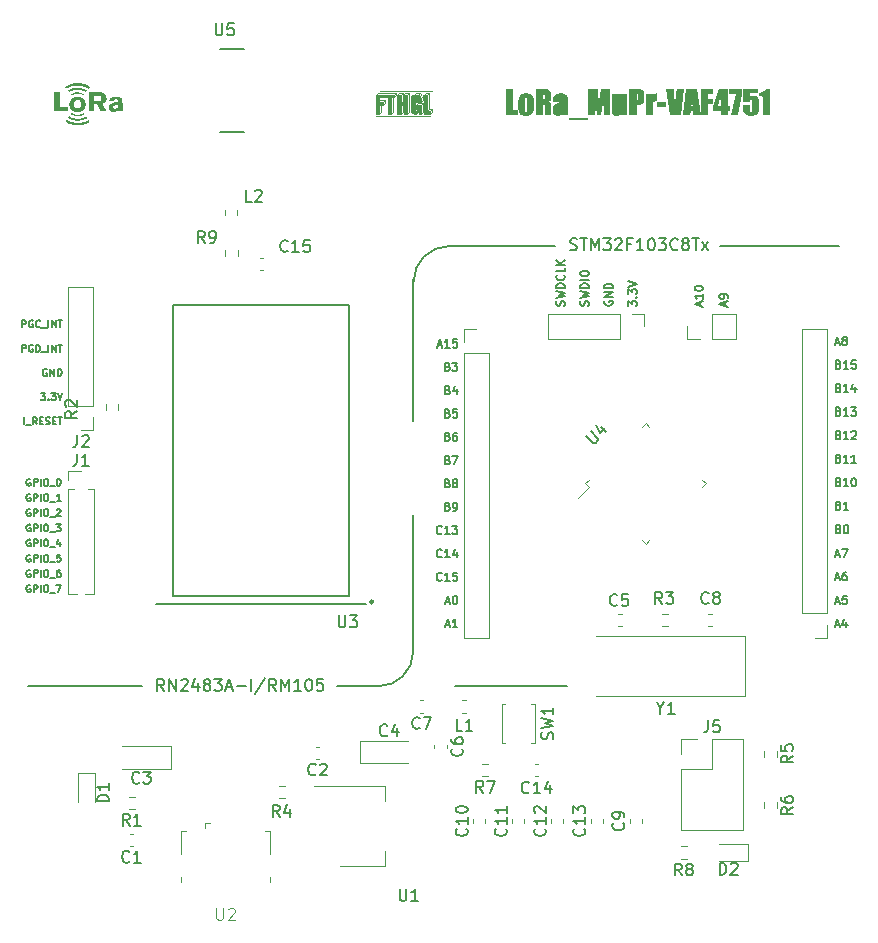
<source format=gbr>
%TF.GenerationSoftware,KiCad,Pcbnew,7.0.5*%
%TF.CreationDate,2024-05-26T12:51:26+03:00*%
%TF.ProjectId,LoRa_MuPr-VAF4751_L,4c6f5261-5f4d-4755-9072-2d5641463437,rev?*%
%TF.SameCoordinates,Original*%
%TF.FileFunction,Legend,Top*%
%TF.FilePolarity,Positive*%
%FSLAX46Y46*%
G04 Gerber Fmt 4.6, Leading zero omitted, Abs format (unit mm)*
G04 Created by KiCad (PCBNEW 7.0.5) date 2024-05-26 12:51:26*
%MOMM*%
%LPD*%
G01*
G04 APERTURE LIST*
%ADD10C,0.150000*%
%ADD11C,0.250000*%
%ADD12C,0.100000*%
%ADD13C,0.120000*%
%ADD14C,0.127000*%
%ADD15C,0.254000*%
G04 APERTURE END LIST*
D10*
X175000000Y-68200000D02*
X185000000Y-68200000D01*
X152021320Y-68221320D02*
G75*
G03*
X149021320Y-71221320I-20J-2999980D01*
G01*
X152000000Y-68200000D02*
X161000000Y-68200000D01*
X152500000Y-105500000D02*
X162000000Y-105500000D01*
X146000000Y-105500000D02*
G75*
G03*
X149000000Y-102500000I0J3000000D01*
G01*
X142500000Y-105500000D02*
X146000000Y-105500000D01*
X116400000Y-105500000D02*
X126000000Y-105500000D01*
X149000000Y-83000000D02*
X149000000Y-71000000D01*
X149000000Y-102500000D02*
X149000000Y-91000000D01*
X127908207Y-105869819D02*
X127574874Y-105393628D01*
X127336779Y-105869819D02*
X127336779Y-104869819D01*
X127336779Y-104869819D02*
X127717731Y-104869819D01*
X127717731Y-104869819D02*
X127812969Y-104917438D01*
X127812969Y-104917438D02*
X127860588Y-104965057D01*
X127860588Y-104965057D02*
X127908207Y-105060295D01*
X127908207Y-105060295D02*
X127908207Y-105203152D01*
X127908207Y-105203152D02*
X127860588Y-105298390D01*
X127860588Y-105298390D02*
X127812969Y-105346009D01*
X127812969Y-105346009D02*
X127717731Y-105393628D01*
X127717731Y-105393628D02*
X127336779Y-105393628D01*
X128336779Y-105869819D02*
X128336779Y-104869819D01*
X128336779Y-104869819D02*
X128908207Y-105869819D01*
X128908207Y-105869819D02*
X128908207Y-104869819D01*
X129336779Y-104965057D02*
X129384398Y-104917438D01*
X129384398Y-104917438D02*
X129479636Y-104869819D01*
X129479636Y-104869819D02*
X129717731Y-104869819D01*
X129717731Y-104869819D02*
X129812969Y-104917438D01*
X129812969Y-104917438D02*
X129860588Y-104965057D01*
X129860588Y-104965057D02*
X129908207Y-105060295D01*
X129908207Y-105060295D02*
X129908207Y-105155533D01*
X129908207Y-105155533D02*
X129860588Y-105298390D01*
X129860588Y-105298390D02*
X129289160Y-105869819D01*
X129289160Y-105869819D02*
X129908207Y-105869819D01*
X130765350Y-105203152D02*
X130765350Y-105869819D01*
X130527255Y-104822200D02*
X130289160Y-105536485D01*
X130289160Y-105536485D02*
X130908207Y-105536485D01*
X131432017Y-105298390D02*
X131336779Y-105250771D01*
X131336779Y-105250771D02*
X131289160Y-105203152D01*
X131289160Y-105203152D02*
X131241541Y-105107914D01*
X131241541Y-105107914D02*
X131241541Y-105060295D01*
X131241541Y-105060295D02*
X131289160Y-104965057D01*
X131289160Y-104965057D02*
X131336779Y-104917438D01*
X131336779Y-104917438D02*
X131432017Y-104869819D01*
X131432017Y-104869819D02*
X131622493Y-104869819D01*
X131622493Y-104869819D02*
X131717731Y-104917438D01*
X131717731Y-104917438D02*
X131765350Y-104965057D01*
X131765350Y-104965057D02*
X131812969Y-105060295D01*
X131812969Y-105060295D02*
X131812969Y-105107914D01*
X131812969Y-105107914D02*
X131765350Y-105203152D01*
X131765350Y-105203152D02*
X131717731Y-105250771D01*
X131717731Y-105250771D02*
X131622493Y-105298390D01*
X131622493Y-105298390D02*
X131432017Y-105298390D01*
X131432017Y-105298390D02*
X131336779Y-105346009D01*
X131336779Y-105346009D02*
X131289160Y-105393628D01*
X131289160Y-105393628D02*
X131241541Y-105488866D01*
X131241541Y-105488866D02*
X131241541Y-105679342D01*
X131241541Y-105679342D02*
X131289160Y-105774580D01*
X131289160Y-105774580D02*
X131336779Y-105822200D01*
X131336779Y-105822200D02*
X131432017Y-105869819D01*
X131432017Y-105869819D02*
X131622493Y-105869819D01*
X131622493Y-105869819D02*
X131717731Y-105822200D01*
X131717731Y-105822200D02*
X131765350Y-105774580D01*
X131765350Y-105774580D02*
X131812969Y-105679342D01*
X131812969Y-105679342D02*
X131812969Y-105488866D01*
X131812969Y-105488866D02*
X131765350Y-105393628D01*
X131765350Y-105393628D02*
X131717731Y-105346009D01*
X131717731Y-105346009D02*
X131622493Y-105298390D01*
X132146303Y-104869819D02*
X132765350Y-104869819D01*
X132765350Y-104869819D02*
X132432017Y-105250771D01*
X132432017Y-105250771D02*
X132574874Y-105250771D01*
X132574874Y-105250771D02*
X132670112Y-105298390D01*
X132670112Y-105298390D02*
X132717731Y-105346009D01*
X132717731Y-105346009D02*
X132765350Y-105441247D01*
X132765350Y-105441247D02*
X132765350Y-105679342D01*
X132765350Y-105679342D02*
X132717731Y-105774580D01*
X132717731Y-105774580D02*
X132670112Y-105822200D01*
X132670112Y-105822200D02*
X132574874Y-105869819D01*
X132574874Y-105869819D02*
X132289160Y-105869819D01*
X132289160Y-105869819D02*
X132193922Y-105822200D01*
X132193922Y-105822200D02*
X132146303Y-105774580D01*
X133146303Y-105584104D02*
X133622493Y-105584104D01*
X133051065Y-105869819D02*
X133384398Y-104869819D01*
X133384398Y-104869819D02*
X133717731Y-105869819D01*
X134051065Y-105488866D02*
X134812970Y-105488866D01*
X135289160Y-105869819D02*
X135289160Y-104869819D01*
X136479635Y-104822200D02*
X135622493Y-106107914D01*
X137384397Y-105869819D02*
X137051064Y-105393628D01*
X136812969Y-105869819D02*
X136812969Y-104869819D01*
X136812969Y-104869819D02*
X137193921Y-104869819D01*
X137193921Y-104869819D02*
X137289159Y-104917438D01*
X137289159Y-104917438D02*
X137336778Y-104965057D01*
X137336778Y-104965057D02*
X137384397Y-105060295D01*
X137384397Y-105060295D02*
X137384397Y-105203152D01*
X137384397Y-105203152D02*
X137336778Y-105298390D01*
X137336778Y-105298390D02*
X137289159Y-105346009D01*
X137289159Y-105346009D02*
X137193921Y-105393628D01*
X137193921Y-105393628D02*
X136812969Y-105393628D01*
X137812969Y-105869819D02*
X137812969Y-104869819D01*
X137812969Y-104869819D02*
X138146302Y-105584104D01*
X138146302Y-105584104D02*
X138479635Y-104869819D01*
X138479635Y-104869819D02*
X138479635Y-105869819D01*
X139479635Y-105869819D02*
X138908207Y-105869819D01*
X139193921Y-105869819D02*
X139193921Y-104869819D01*
X139193921Y-104869819D02*
X139098683Y-105012676D01*
X139098683Y-105012676D02*
X139003445Y-105107914D01*
X139003445Y-105107914D02*
X138908207Y-105155533D01*
X140098683Y-104869819D02*
X140193921Y-104869819D01*
X140193921Y-104869819D02*
X140289159Y-104917438D01*
X140289159Y-104917438D02*
X140336778Y-104965057D01*
X140336778Y-104965057D02*
X140384397Y-105060295D01*
X140384397Y-105060295D02*
X140432016Y-105250771D01*
X140432016Y-105250771D02*
X140432016Y-105488866D01*
X140432016Y-105488866D02*
X140384397Y-105679342D01*
X140384397Y-105679342D02*
X140336778Y-105774580D01*
X140336778Y-105774580D02*
X140289159Y-105822200D01*
X140289159Y-105822200D02*
X140193921Y-105869819D01*
X140193921Y-105869819D02*
X140098683Y-105869819D01*
X140098683Y-105869819D02*
X140003445Y-105822200D01*
X140003445Y-105822200D02*
X139955826Y-105774580D01*
X139955826Y-105774580D02*
X139908207Y-105679342D01*
X139908207Y-105679342D02*
X139860588Y-105488866D01*
X139860588Y-105488866D02*
X139860588Y-105250771D01*
X139860588Y-105250771D02*
X139908207Y-105060295D01*
X139908207Y-105060295D02*
X139955826Y-104965057D01*
X139955826Y-104965057D02*
X140003445Y-104917438D01*
X140003445Y-104917438D02*
X140098683Y-104869819D01*
X141336778Y-104869819D02*
X140860588Y-104869819D01*
X140860588Y-104869819D02*
X140812969Y-105346009D01*
X140812969Y-105346009D02*
X140860588Y-105298390D01*
X140860588Y-105298390D02*
X140955826Y-105250771D01*
X140955826Y-105250771D02*
X141193921Y-105250771D01*
X141193921Y-105250771D02*
X141289159Y-105298390D01*
X141289159Y-105298390D02*
X141336778Y-105346009D01*
X141336778Y-105346009D02*
X141384397Y-105441247D01*
X141384397Y-105441247D02*
X141384397Y-105679342D01*
X141384397Y-105679342D02*
X141336778Y-105774580D01*
X141336778Y-105774580D02*
X141289159Y-105822200D01*
X141289159Y-105822200D02*
X141193921Y-105869819D01*
X141193921Y-105869819D02*
X140955826Y-105869819D01*
X140955826Y-105869819D02*
X140860588Y-105822200D01*
X140860588Y-105822200D02*
X140812969Y-105774580D01*
X151398683Y-92539866D02*
X151365350Y-92573200D01*
X151365350Y-92573200D02*
X151265350Y-92606533D01*
X151265350Y-92606533D02*
X151198683Y-92606533D01*
X151198683Y-92606533D02*
X151098683Y-92573200D01*
X151098683Y-92573200D02*
X151032017Y-92506533D01*
X151032017Y-92506533D02*
X150998683Y-92439866D01*
X150998683Y-92439866D02*
X150965350Y-92306533D01*
X150965350Y-92306533D02*
X150965350Y-92206533D01*
X150965350Y-92206533D02*
X150998683Y-92073200D01*
X150998683Y-92073200D02*
X151032017Y-92006533D01*
X151032017Y-92006533D02*
X151098683Y-91939866D01*
X151098683Y-91939866D02*
X151198683Y-91906533D01*
X151198683Y-91906533D02*
X151265350Y-91906533D01*
X151265350Y-91906533D02*
X151365350Y-91939866D01*
X151365350Y-91939866D02*
X151398683Y-91973200D01*
X152065350Y-92606533D02*
X151665350Y-92606533D01*
X151865350Y-92606533D02*
X151865350Y-91906533D01*
X151865350Y-91906533D02*
X151798683Y-92006533D01*
X151798683Y-92006533D02*
X151732017Y-92073200D01*
X151732017Y-92073200D02*
X151665350Y-92106533D01*
X152298684Y-91906533D02*
X152732017Y-91906533D01*
X152732017Y-91906533D02*
X152498684Y-92173200D01*
X152498684Y-92173200D02*
X152598684Y-92173200D01*
X152598684Y-92173200D02*
X152665350Y-92206533D01*
X152665350Y-92206533D02*
X152698684Y-92239866D01*
X152698684Y-92239866D02*
X152732017Y-92306533D01*
X152732017Y-92306533D02*
X152732017Y-92473200D01*
X152732017Y-92473200D02*
X152698684Y-92539866D01*
X152698684Y-92539866D02*
X152665350Y-92573200D01*
X152665350Y-92573200D02*
X152598684Y-92606533D01*
X152598684Y-92606533D02*
X152398684Y-92606533D01*
X152398684Y-92606533D02*
X152332017Y-92573200D01*
X152332017Y-92573200D02*
X152298684Y-92539866D01*
X184732017Y-100306533D02*
X185065350Y-100306533D01*
X184665350Y-100506533D02*
X184898684Y-99806533D01*
X184898684Y-99806533D02*
X185132017Y-100506533D01*
X185665350Y-100039866D02*
X185665350Y-100506533D01*
X185498684Y-99773200D02*
X185332017Y-100273200D01*
X185332017Y-100273200D02*
X185765350Y-100273200D01*
X117965826Y-78637342D02*
X117908684Y-78608771D01*
X117908684Y-78608771D02*
X117822969Y-78608771D01*
X117822969Y-78608771D02*
X117737255Y-78637342D01*
X117737255Y-78637342D02*
X117680112Y-78694485D01*
X117680112Y-78694485D02*
X117651541Y-78751628D01*
X117651541Y-78751628D02*
X117622969Y-78865914D01*
X117622969Y-78865914D02*
X117622969Y-78951628D01*
X117622969Y-78951628D02*
X117651541Y-79065914D01*
X117651541Y-79065914D02*
X117680112Y-79123057D01*
X117680112Y-79123057D02*
X117737255Y-79180200D01*
X117737255Y-79180200D02*
X117822969Y-79208771D01*
X117822969Y-79208771D02*
X117880112Y-79208771D01*
X117880112Y-79208771D02*
X117965826Y-79180200D01*
X117965826Y-79180200D02*
X117994398Y-79151628D01*
X117994398Y-79151628D02*
X117994398Y-78951628D01*
X117994398Y-78951628D02*
X117880112Y-78951628D01*
X118251541Y-79208771D02*
X118251541Y-78608771D01*
X118251541Y-78608771D02*
X118594398Y-79208771D01*
X118594398Y-79208771D02*
X118594398Y-78608771D01*
X118880112Y-79208771D02*
X118880112Y-78608771D01*
X118880112Y-78608771D02*
X119022969Y-78608771D01*
X119022969Y-78608771D02*
X119108683Y-78637342D01*
X119108683Y-78637342D02*
X119165826Y-78694485D01*
X119165826Y-78694485D02*
X119194397Y-78751628D01*
X119194397Y-78751628D02*
X119222969Y-78865914D01*
X119222969Y-78865914D02*
X119222969Y-78951628D01*
X119222969Y-78951628D02*
X119194397Y-79065914D01*
X119194397Y-79065914D02*
X119165826Y-79123057D01*
X119165826Y-79123057D02*
X119108683Y-79180200D01*
X119108683Y-79180200D02*
X119022969Y-79208771D01*
X119022969Y-79208771D02*
X118880112Y-79208771D01*
X184732017Y-76406533D02*
X185065350Y-76406533D01*
X184665350Y-76606533D02*
X184898684Y-75906533D01*
X184898684Y-75906533D02*
X185132017Y-76606533D01*
X185465350Y-76206533D02*
X185398684Y-76173200D01*
X185398684Y-76173200D02*
X185365350Y-76139866D01*
X185365350Y-76139866D02*
X185332017Y-76073200D01*
X185332017Y-76073200D02*
X185332017Y-76039866D01*
X185332017Y-76039866D02*
X185365350Y-75973200D01*
X185365350Y-75973200D02*
X185398684Y-75939866D01*
X185398684Y-75939866D02*
X185465350Y-75906533D01*
X185465350Y-75906533D02*
X185598684Y-75906533D01*
X185598684Y-75906533D02*
X185665350Y-75939866D01*
X185665350Y-75939866D02*
X185698684Y-75973200D01*
X185698684Y-75973200D02*
X185732017Y-76039866D01*
X185732017Y-76039866D02*
X185732017Y-76073200D01*
X185732017Y-76073200D02*
X185698684Y-76139866D01*
X185698684Y-76139866D02*
X185665350Y-76173200D01*
X185665350Y-76173200D02*
X185598684Y-76206533D01*
X185598684Y-76206533D02*
X185465350Y-76206533D01*
X185465350Y-76206533D02*
X185398684Y-76239866D01*
X185398684Y-76239866D02*
X185365350Y-76273200D01*
X185365350Y-76273200D02*
X185332017Y-76339866D01*
X185332017Y-76339866D02*
X185332017Y-76473200D01*
X185332017Y-76473200D02*
X185365350Y-76539866D01*
X185365350Y-76539866D02*
X185398684Y-76573200D01*
X185398684Y-76573200D02*
X185465350Y-76606533D01*
X185465350Y-76606533D02*
X185598684Y-76606533D01*
X185598684Y-76606533D02*
X185665350Y-76573200D01*
X185665350Y-76573200D02*
X185698684Y-76539866D01*
X185698684Y-76539866D02*
X185732017Y-76473200D01*
X185732017Y-76473200D02*
X185732017Y-76339866D01*
X185732017Y-76339866D02*
X185698684Y-76273200D01*
X185698684Y-76273200D02*
X185665350Y-76239866D01*
X185665350Y-76239866D02*
X185598684Y-76206533D01*
X151898684Y-82364866D02*
X151998684Y-82398200D01*
X151998684Y-82398200D02*
X152032017Y-82431533D01*
X152032017Y-82431533D02*
X152065350Y-82498200D01*
X152065350Y-82498200D02*
X152065350Y-82598200D01*
X152065350Y-82598200D02*
X152032017Y-82664866D01*
X152032017Y-82664866D02*
X151998684Y-82698200D01*
X151998684Y-82698200D02*
X151932017Y-82731533D01*
X151932017Y-82731533D02*
X151665350Y-82731533D01*
X151665350Y-82731533D02*
X151665350Y-82031533D01*
X151665350Y-82031533D02*
X151898684Y-82031533D01*
X151898684Y-82031533D02*
X151965350Y-82064866D01*
X151965350Y-82064866D02*
X151998684Y-82098200D01*
X151998684Y-82098200D02*
X152032017Y-82164866D01*
X152032017Y-82164866D02*
X152032017Y-82231533D01*
X152032017Y-82231533D02*
X151998684Y-82298200D01*
X151998684Y-82298200D02*
X151965350Y-82331533D01*
X151965350Y-82331533D02*
X151898684Y-82364866D01*
X151898684Y-82364866D02*
X151665350Y-82364866D01*
X152698684Y-82031533D02*
X152365350Y-82031533D01*
X152365350Y-82031533D02*
X152332017Y-82364866D01*
X152332017Y-82364866D02*
X152365350Y-82331533D01*
X152365350Y-82331533D02*
X152432017Y-82298200D01*
X152432017Y-82298200D02*
X152598684Y-82298200D01*
X152598684Y-82298200D02*
X152665350Y-82331533D01*
X152665350Y-82331533D02*
X152698684Y-82364866D01*
X152698684Y-82364866D02*
X152732017Y-82431533D01*
X152732017Y-82431533D02*
X152732017Y-82598200D01*
X152732017Y-82598200D02*
X152698684Y-82664866D01*
X152698684Y-82664866D02*
X152665350Y-82698200D01*
X152665350Y-82698200D02*
X152598684Y-82731533D01*
X152598684Y-82731533D02*
X152432017Y-82731533D01*
X152432017Y-82731533D02*
X152365350Y-82698200D01*
X152365350Y-82698200D02*
X152332017Y-82664866D01*
X115851541Y-75108771D02*
X115851541Y-74508771D01*
X115851541Y-74508771D02*
X116080112Y-74508771D01*
X116080112Y-74508771D02*
X116137255Y-74537342D01*
X116137255Y-74537342D02*
X116165826Y-74565914D01*
X116165826Y-74565914D02*
X116194398Y-74623057D01*
X116194398Y-74623057D02*
X116194398Y-74708771D01*
X116194398Y-74708771D02*
X116165826Y-74765914D01*
X116165826Y-74765914D02*
X116137255Y-74794485D01*
X116137255Y-74794485D02*
X116080112Y-74823057D01*
X116080112Y-74823057D02*
X115851541Y-74823057D01*
X116765826Y-74537342D02*
X116708684Y-74508771D01*
X116708684Y-74508771D02*
X116622969Y-74508771D01*
X116622969Y-74508771D02*
X116537255Y-74537342D01*
X116537255Y-74537342D02*
X116480112Y-74594485D01*
X116480112Y-74594485D02*
X116451541Y-74651628D01*
X116451541Y-74651628D02*
X116422969Y-74765914D01*
X116422969Y-74765914D02*
X116422969Y-74851628D01*
X116422969Y-74851628D02*
X116451541Y-74965914D01*
X116451541Y-74965914D02*
X116480112Y-75023057D01*
X116480112Y-75023057D02*
X116537255Y-75080200D01*
X116537255Y-75080200D02*
X116622969Y-75108771D01*
X116622969Y-75108771D02*
X116680112Y-75108771D01*
X116680112Y-75108771D02*
X116765826Y-75080200D01*
X116765826Y-75080200D02*
X116794398Y-75051628D01*
X116794398Y-75051628D02*
X116794398Y-74851628D01*
X116794398Y-74851628D02*
X116680112Y-74851628D01*
X117394398Y-75051628D02*
X117365826Y-75080200D01*
X117365826Y-75080200D02*
X117280112Y-75108771D01*
X117280112Y-75108771D02*
X117222969Y-75108771D01*
X117222969Y-75108771D02*
X117137255Y-75080200D01*
X117137255Y-75080200D02*
X117080112Y-75023057D01*
X117080112Y-75023057D02*
X117051541Y-74965914D01*
X117051541Y-74965914D02*
X117022969Y-74851628D01*
X117022969Y-74851628D02*
X117022969Y-74765914D01*
X117022969Y-74765914D02*
X117051541Y-74651628D01*
X117051541Y-74651628D02*
X117080112Y-74594485D01*
X117080112Y-74594485D02*
X117137255Y-74537342D01*
X117137255Y-74537342D02*
X117222969Y-74508771D01*
X117222969Y-74508771D02*
X117280112Y-74508771D01*
X117280112Y-74508771D02*
X117365826Y-74537342D01*
X117365826Y-74537342D02*
X117394398Y-74565914D01*
X117508684Y-75165914D02*
X117965826Y-75165914D01*
X118108684Y-75108771D02*
X118108684Y-74508771D01*
X118394398Y-75108771D02*
X118394398Y-74508771D01*
X118394398Y-74508771D02*
X118737255Y-75108771D01*
X118737255Y-75108771D02*
X118737255Y-74508771D01*
X118937254Y-74508771D02*
X119280112Y-74508771D01*
X119108683Y-75108771D02*
X119108683Y-74508771D01*
X184732017Y-94331527D02*
X185065350Y-94331527D01*
X184665350Y-94531527D02*
X184898684Y-93831527D01*
X184898684Y-93831527D02*
X185132017Y-94531527D01*
X185298684Y-93831527D02*
X185765350Y-93831527D01*
X185765350Y-93831527D02*
X185465350Y-94531527D01*
X151898684Y-88289866D02*
X151998684Y-88323200D01*
X151998684Y-88323200D02*
X152032017Y-88356533D01*
X152032017Y-88356533D02*
X152065350Y-88423200D01*
X152065350Y-88423200D02*
X152065350Y-88523200D01*
X152065350Y-88523200D02*
X152032017Y-88589866D01*
X152032017Y-88589866D02*
X151998684Y-88623200D01*
X151998684Y-88623200D02*
X151932017Y-88656533D01*
X151932017Y-88656533D02*
X151665350Y-88656533D01*
X151665350Y-88656533D02*
X151665350Y-87956533D01*
X151665350Y-87956533D02*
X151898684Y-87956533D01*
X151898684Y-87956533D02*
X151965350Y-87989866D01*
X151965350Y-87989866D02*
X151998684Y-88023200D01*
X151998684Y-88023200D02*
X152032017Y-88089866D01*
X152032017Y-88089866D02*
X152032017Y-88156533D01*
X152032017Y-88156533D02*
X151998684Y-88223200D01*
X151998684Y-88223200D02*
X151965350Y-88256533D01*
X151965350Y-88256533D02*
X151898684Y-88289866D01*
X151898684Y-88289866D02*
X151665350Y-88289866D01*
X152465350Y-88256533D02*
X152398684Y-88223200D01*
X152398684Y-88223200D02*
X152365350Y-88189866D01*
X152365350Y-88189866D02*
X152332017Y-88123200D01*
X152332017Y-88123200D02*
X152332017Y-88089866D01*
X152332017Y-88089866D02*
X152365350Y-88023200D01*
X152365350Y-88023200D02*
X152398684Y-87989866D01*
X152398684Y-87989866D02*
X152465350Y-87956533D01*
X152465350Y-87956533D02*
X152598684Y-87956533D01*
X152598684Y-87956533D02*
X152665350Y-87989866D01*
X152665350Y-87989866D02*
X152698684Y-88023200D01*
X152698684Y-88023200D02*
X152732017Y-88089866D01*
X152732017Y-88089866D02*
X152732017Y-88123200D01*
X152732017Y-88123200D02*
X152698684Y-88189866D01*
X152698684Y-88189866D02*
X152665350Y-88223200D01*
X152665350Y-88223200D02*
X152598684Y-88256533D01*
X152598684Y-88256533D02*
X152465350Y-88256533D01*
X152465350Y-88256533D02*
X152398684Y-88289866D01*
X152398684Y-88289866D02*
X152365350Y-88323200D01*
X152365350Y-88323200D02*
X152332017Y-88389866D01*
X152332017Y-88389866D02*
X152332017Y-88523200D01*
X152332017Y-88523200D02*
X152365350Y-88589866D01*
X152365350Y-88589866D02*
X152398684Y-88623200D01*
X152398684Y-88623200D02*
X152465350Y-88656533D01*
X152465350Y-88656533D02*
X152598684Y-88656533D01*
X152598684Y-88656533D02*
X152665350Y-88623200D01*
X152665350Y-88623200D02*
X152698684Y-88589866D01*
X152698684Y-88589866D02*
X152732017Y-88523200D01*
X152732017Y-88523200D02*
X152732017Y-88389866D01*
X152732017Y-88389866D02*
X152698684Y-88323200D01*
X152698684Y-88323200D02*
X152665350Y-88289866D01*
X152665350Y-88289866D02*
X152598684Y-88256533D01*
D11*
G36*
X157474912Y-54909057D02*
G01*
X157474912Y-56691053D01*
X157826622Y-56691053D01*
X157826622Y-57160000D01*
X156865282Y-57160000D01*
X156865282Y-54909057D01*
X157474912Y-54909057D01*
G37*
G36*
X158554565Y-55284436D02*
G01*
X158577699Y-55285100D01*
X158600421Y-55286207D01*
X158622732Y-55287756D01*
X158644629Y-55289748D01*
X158666115Y-55292183D01*
X158687189Y-55295060D01*
X158707850Y-55298381D01*
X158728099Y-55302143D01*
X158747937Y-55306349D01*
X158767361Y-55310997D01*
X158786374Y-55316088D01*
X158814121Y-55324555D01*
X158840940Y-55334017D01*
X158858304Y-55340879D01*
X158883491Y-55351725D01*
X158907580Y-55363198D01*
X158930569Y-55375298D01*
X158952459Y-55388025D01*
X158973251Y-55401379D01*
X158992943Y-55415359D01*
X159011536Y-55429967D01*
X159029030Y-55445201D01*
X159045424Y-55461062D01*
X159060720Y-55477550D01*
X159070307Y-55488890D01*
X159083991Y-55506069D01*
X159096834Y-55523351D01*
X159108835Y-55540736D01*
X159119995Y-55558224D01*
X159130313Y-55575816D01*
X159139790Y-55593510D01*
X159148425Y-55611307D01*
X159158630Y-55635197D01*
X159167339Y-55659270D01*
X159172889Y-55677445D01*
X159177865Y-55696435D01*
X159182351Y-55717133D01*
X159186348Y-55739540D01*
X159189856Y-55763656D01*
X159192874Y-55789480D01*
X159195403Y-55817013D01*
X159197442Y-55846255D01*
X159198530Y-55866699D01*
X159199400Y-55887902D01*
X159200052Y-55909865D01*
X159200488Y-55932587D01*
X159200705Y-55956069D01*
X159200732Y-55968094D01*
X159200732Y-56411639D01*
X159200633Y-56441849D01*
X159200335Y-56471051D01*
X159199839Y-56499246D01*
X159199145Y-56526434D01*
X159198252Y-56552613D01*
X159197160Y-56577786D01*
X159195870Y-56601950D01*
X159194382Y-56625108D01*
X159192695Y-56647257D01*
X159190810Y-56668400D01*
X159188726Y-56688534D01*
X159185229Y-56716848D01*
X159181284Y-56742894D01*
X159176894Y-56766673D01*
X159175331Y-56774096D01*
X159170140Y-56795770D01*
X159163911Y-56817195D01*
X159156642Y-56838371D01*
X159148335Y-56859298D01*
X159138988Y-56879977D01*
X159128602Y-56900406D01*
X159117178Y-56920586D01*
X159104714Y-56940517D01*
X159091212Y-56960199D01*
X159076670Y-56979632D01*
X159066399Y-56992449D01*
X159050324Y-57011119D01*
X159033426Y-57028845D01*
X159015703Y-57045626D01*
X158997156Y-57061463D01*
X158977784Y-57076355D01*
X158957588Y-57090303D01*
X158936568Y-57103306D01*
X158914724Y-57115364D01*
X158892055Y-57126478D01*
X158868562Y-57136648D01*
X158852442Y-57142903D01*
X158827744Y-57151545D01*
X158802376Y-57159337D01*
X158776338Y-57166280D01*
X158749631Y-57172372D01*
X158722254Y-57177614D01*
X158694207Y-57182006D01*
X158665490Y-57185548D01*
X158645974Y-57187437D01*
X158626160Y-57188948D01*
X158606048Y-57190082D01*
X158585638Y-57190838D01*
X158564931Y-57191215D01*
X158554466Y-57191263D01*
X158531358Y-57191102D01*
X158508685Y-57190621D01*
X158486448Y-57189820D01*
X158464645Y-57188698D01*
X158443278Y-57187255D01*
X158422346Y-57185492D01*
X158401848Y-57183409D01*
X158381786Y-57181004D01*
X158362159Y-57178280D01*
X158333534Y-57173591D01*
X158305887Y-57168182D01*
X158279220Y-57162051D01*
X158253532Y-57155199D01*
X158236950Y-57150230D01*
X158212910Y-57142071D01*
X158189884Y-57133165D01*
X158167870Y-57123512D01*
X158146870Y-57113113D01*
X158126883Y-57101966D01*
X158107910Y-57090072D01*
X158089949Y-57077431D01*
X158073002Y-57064043D01*
X158057068Y-57049908D01*
X158042147Y-57035025D01*
X158032763Y-57024689D01*
X158019393Y-57008552D01*
X158006763Y-56991831D01*
X157994870Y-56974526D01*
X157983716Y-56956637D01*
X157973300Y-56938164D01*
X157963623Y-56919107D01*
X157954684Y-56899467D01*
X157946484Y-56879242D01*
X157939022Y-56858434D01*
X157932299Y-56837042D01*
X157928227Y-56822456D01*
X157922727Y-56799286D01*
X157917768Y-56774107D01*
X157913351Y-56746919D01*
X157909474Y-56717721D01*
X157907190Y-56697140D01*
X157905146Y-56675666D01*
X157903433Y-56654417D01*
X158483635Y-56654417D01*
X158483755Y-56677406D01*
X158484116Y-56698747D01*
X158484717Y-56718439D01*
X158485893Y-56742131D01*
X158487495Y-56762891D01*
X158490100Y-56784720D01*
X158494107Y-56804870D01*
X158497313Y-56814640D01*
X158508456Y-56831899D01*
X158526004Y-56843501D01*
X158546764Y-56847337D01*
X158549092Y-56847369D01*
X158569026Y-56845012D01*
X158587828Y-56835729D01*
X158600511Y-56819404D01*
X158601360Y-56817571D01*
X158607131Y-56797329D01*
X158610376Y-56775136D01*
X158612373Y-56752050D01*
X158613506Y-56730575D01*
X158614227Y-56706430D01*
X158614498Y-56686567D01*
X158614549Y-56672491D01*
X158614549Y-55826434D01*
X158614438Y-55801549D01*
X158614103Y-55778554D01*
X158613545Y-55757448D01*
X158612453Y-55732245D01*
X158610965Y-55710401D01*
X158608546Y-55687818D01*
X158604825Y-55667645D01*
X158601849Y-55658394D01*
X158590278Y-55641152D01*
X158572358Y-55631066D01*
X158552974Y-55628138D01*
X158550558Y-55628108D01*
X158530547Y-55630543D01*
X158511441Y-55640130D01*
X158498223Y-55656990D01*
X158497313Y-55658883D01*
X158491329Y-55680712D01*
X158488457Y-55701146D01*
X158486641Y-55721254D01*
X158485251Y-55744705D01*
X158484490Y-55764487D01*
X158483969Y-55786150D01*
X158483689Y-55809693D01*
X158483635Y-55826434D01*
X158483635Y-56654417D01*
X157903433Y-56654417D01*
X157903343Y-56653299D01*
X157901780Y-56630038D01*
X157900458Y-56605885D01*
X157899376Y-56580839D01*
X157898534Y-56554899D01*
X157897933Y-56528067D01*
X157897573Y-56500342D01*
X157897452Y-56471723D01*
X157897452Y-56007662D01*
X157897672Y-55976215D01*
X157898330Y-55945624D01*
X157899427Y-55915887D01*
X157900963Y-55887006D01*
X157902938Y-55858979D01*
X157905352Y-55831807D01*
X157908205Y-55805490D01*
X157911496Y-55780027D01*
X157915227Y-55755420D01*
X157919396Y-55731667D01*
X157924004Y-55708770D01*
X157929051Y-55686727D01*
X157934537Y-55665539D01*
X157940462Y-55645205D01*
X157946826Y-55625727D01*
X157953628Y-55607103D01*
X157965047Y-55580224D01*
X157978054Y-55554358D01*
X157992650Y-55529506D01*
X158008835Y-55505666D01*
X158026608Y-55482840D01*
X158045969Y-55461027D01*
X158059759Y-55447048D01*
X158074256Y-55433519D01*
X158089458Y-55420441D01*
X158105366Y-55407813D01*
X158121980Y-55395635D01*
X158139301Y-55383907D01*
X158157327Y-55372630D01*
X158176017Y-55361924D01*
X158195329Y-55351908D01*
X158215264Y-55342583D01*
X158235820Y-55333948D01*
X158256999Y-55326005D01*
X158278799Y-55318752D01*
X158301222Y-55312190D01*
X158324267Y-55306318D01*
X158347934Y-55301138D01*
X158372222Y-55296648D01*
X158397133Y-55292849D01*
X158422666Y-55289740D01*
X158448821Y-55287323D01*
X158475598Y-55285596D01*
X158502997Y-55284560D01*
X158531018Y-55284214D01*
X158554565Y-55284436D01*
G37*
G36*
X159810870Y-54909089D02*
G01*
X159835779Y-54909183D01*
X159860176Y-54909341D01*
X159884063Y-54909561D01*
X159907437Y-54909845D01*
X159930301Y-54910191D01*
X159952653Y-54910600D01*
X159974494Y-54911072D01*
X159995823Y-54911608D01*
X160016641Y-54912206D01*
X160036947Y-54912867D01*
X160056742Y-54913591D01*
X160094798Y-54915228D01*
X160130809Y-54917117D01*
X160164774Y-54919258D01*
X160196693Y-54921651D01*
X160226567Y-54924296D01*
X160254396Y-54927192D01*
X160280179Y-54930341D01*
X160303916Y-54933741D01*
X160325608Y-54937393D01*
X160345254Y-54941297D01*
X160372709Y-54948240D01*
X160399201Y-54956977D01*
X160424732Y-54967508D01*
X160449302Y-54979834D01*
X160472909Y-54993955D01*
X160495555Y-55009871D01*
X160517239Y-55027581D01*
X160537962Y-55047085D01*
X160557723Y-55068384D01*
X160570362Y-55083581D01*
X160582574Y-55099575D01*
X160588520Y-55107871D01*
X160599996Y-55125268D01*
X160610731Y-55143874D01*
X160620726Y-55163690D01*
X160629980Y-55184716D01*
X160638494Y-55206952D01*
X160646268Y-55230397D01*
X160653302Y-55255052D01*
X160659595Y-55280917D01*
X160665147Y-55307992D01*
X160669960Y-55336276D01*
X160674032Y-55365771D01*
X160677363Y-55396475D01*
X160679955Y-55428388D01*
X160681806Y-55461512D01*
X160682916Y-55495845D01*
X160683286Y-55531388D01*
X160683019Y-55563758D01*
X160682218Y-55594800D01*
X160680882Y-55624513D01*
X160679012Y-55652899D01*
X160676608Y-55679957D01*
X160673669Y-55705686D01*
X160670196Y-55730087D01*
X160666189Y-55753161D01*
X160661648Y-55774906D01*
X160656572Y-55795323D01*
X160650962Y-55814412D01*
X160641546Y-55840556D01*
X160630927Y-55863711D01*
X160619106Y-55883878D01*
X160614898Y-55889937D01*
X160601025Y-55906728D01*
X160584868Y-55921931D01*
X160566427Y-55935545D01*
X160545701Y-55947570D01*
X160522692Y-55958007D01*
X160497398Y-55966856D01*
X160469821Y-55974116D01*
X160450167Y-55978074D01*
X160429498Y-55981325D01*
X160407814Y-55983870D01*
X160385114Y-55985710D01*
X160361400Y-55986843D01*
X160349162Y-55987145D01*
X160371230Y-55990868D01*
X160392370Y-55994953D01*
X160412583Y-55999401D01*
X160431869Y-56004212D01*
X160459058Y-56012107D01*
X160484162Y-56020818D01*
X160507178Y-56030345D01*
X160528108Y-56040688D01*
X160546952Y-56051846D01*
X160563708Y-56063820D01*
X160582805Y-56081055D01*
X160590963Y-56090216D01*
X160605739Y-56108595D01*
X160619050Y-56126608D01*
X160630896Y-56144255D01*
X160641277Y-56161535D01*
X160652191Y-56182620D01*
X160660816Y-56203132D01*
X160667151Y-56223072D01*
X160668143Y-56226992D01*
X160672506Y-56251471D01*
X160674768Y-56271047D01*
X160676765Y-56294290D01*
X160678495Y-56321199D01*
X160679501Y-56341175D01*
X160680388Y-56362781D01*
X160681157Y-56386017D01*
X160681807Y-56410882D01*
X160682340Y-56437377D01*
X160682754Y-56465501D01*
X160683050Y-56495254D01*
X160683227Y-56526638D01*
X160683286Y-56559651D01*
X160683286Y-57160000D01*
X160114689Y-57160000D01*
X160114689Y-56407243D01*
X160114594Y-56386099D01*
X160114307Y-56366019D01*
X160113520Y-56337897D01*
X160112304Y-56312170D01*
X160110658Y-56288838D01*
X160108583Y-56267903D01*
X160105148Y-56243715D01*
X160100950Y-56223786D01*
X160094630Y-56204864D01*
X160090265Y-56196706D01*
X160076166Y-56182240D01*
X160058650Y-56172669D01*
X160036118Y-56165708D01*
X160013511Y-56161901D01*
X159992919Y-56160161D01*
X159970097Y-56159581D01*
X159970097Y-57160000D01*
X159360467Y-57160000D01*
X159360467Y-55315478D01*
X159970097Y-55315478D01*
X159970097Y-55784424D01*
X159993155Y-55783851D01*
X160014090Y-55782134D01*
X160036409Y-55778562D01*
X160055672Y-55773341D01*
X160074282Y-55765167D01*
X160080983Y-55760976D01*
X160094117Y-55745132D01*
X160101523Y-55726973D01*
X160107283Y-55703114D01*
X160110706Y-55679923D01*
X160112582Y-55660135D01*
X160113866Y-55638295D01*
X160114557Y-55614402D01*
X160114689Y-55597334D01*
X160114689Y-55473747D01*
X160114170Y-55449826D01*
X160112613Y-55428135D01*
X160110018Y-55408671D01*
X160105314Y-55387477D01*
X160097529Y-55366640D01*
X160085494Y-55348668D01*
X160081472Y-55344787D01*
X160064956Y-55333366D01*
X160044046Y-55324751D01*
X160022625Y-55319599D01*
X160002308Y-55316880D01*
X159979749Y-55315592D01*
X159970097Y-55315478D01*
X159360467Y-55315478D01*
X159360467Y-54909057D01*
X159785450Y-54909057D01*
X159810870Y-54909089D01*
G37*
G36*
X161503093Y-55284613D02*
G01*
X161537304Y-55285810D01*
X161570428Y-55287804D01*
X161602464Y-55290595D01*
X161633412Y-55294185D01*
X161663273Y-55298571D01*
X161692046Y-55303756D01*
X161719731Y-55309738D01*
X161746328Y-55316517D01*
X161771839Y-55324095D01*
X161796261Y-55332470D01*
X161819596Y-55341642D01*
X161841843Y-55351612D01*
X161863002Y-55362380D01*
X161883074Y-55373945D01*
X161902058Y-55386308D01*
X161920037Y-55399249D01*
X161937092Y-55412549D01*
X161953223Y-55426207D01*
X161968431Y-55440225D01*
X161982716Y-55454601D01*
X161996076Y-55469335D01*
X162008514Y-55484429D01*
X162025438Y-55507741D01*
X162040284Y-55531861D01*
X162053053Y-55556788D01*
X162063743Y-55582523D01*
X162072355Y-55609064D01*
X162078890Y-55636413D01*
X162082498Y-55656097D01*
X162085874Y-55678148D01*
X162089016Y-55702564D01*
X162091926Y-55729347D01*
X162094604Y-55758496D01*
X162097048Y-55790011D01*
X162099259Y-55823892D01*
X162101238Y-55860139D01*
X162102984Y-55898752D01*
X162103770Y-55918946D01*
X162104497Y-55939732D01*
X162105167Y-55961109D01*
X162105778Y-55983077D01*
X162106331Y-56005637D01*
X162106825Y-56028789D01*
X162107262Y-56052532D01*
X162107640Y-56076866D01*
X162107960Y-56101793D01*
X162108222Y-56127310D01*
X162108426Y-56153419D01*
X162108571Y-56180120D01*
X162108658Y-56207412D01*
X162108688Y-56235296D01*
X162108688Y-57160000D01*
X161537648Y-57160000D01*
X161537648Y-57043251D01*
X161526726Y-57060493D01*
X161511544Y-57078148D01*
X161495640Y-57093174D01*
X161476778Y-57108487D01*
X161459559Y-57120944D01*
X161440447Y-57133583D01*
X161430181Y-57139972D01*
X161408680Y-57151993D01*
X161386187Y-57162411D01*
X161362701Y-57171227D01*
X161338224Y-57178440D01*
X161312754Y-57184050D01*
X161293000Y-57187205D01*
X161272688Y-57189459D01*
X161251818Y-57190812D01*
X161230390Y-57191263D01*
X161202386Y-57190507D01*
X161174795Y-57188240D01*
X161147615Y-57184462D01*
X161120847Y-57179173D01*
X161094492Y-57172372D01*
X161068549Y-57164060D01*
X161043018Y-57154237D01*
X161017899Y-57142903D01*
X160993192Y-57130057D01*
X160968898Y-57115700D01*
X160952930Y-57105289D01*
X160930233Y-57087413D01*
X160916342Y-57073545D01*
X160903443Y-57058115D01*
X160891536Y-57041125D01*
X160880621Y-57022574D01*
X160870699Y-57002462D01*
X160861769Y-56980790D01*
X160853831Y-56957556D01*
X160846885Y-56932762D01*
X160840932Y-56906406D01*
X160835971Y-56878490D01*
X160832002Y-56849013D01*
X160829025Y-56817975D01*
X160827040Y-56785376D01*
X160826048Y-56751217D01*
X160825924Y-56733551D01*
X160825924Y-56632435D01*
X161377913Y-56632435D01*
X161378050Y-56658161D01*
X161378463Y-56682032D01*
X161379149Y-56704048D01*
X161380111Y-56724209D01*
X161381821Y-56748206D01*
X161384019Y-56768906D01*
X161387454Y-56790143D01*
X161393545Y-56811221D01*
X161404853Y-56828695D01*
X161420644Y-56840450D01*
X161440917Y-56846486D01*
X161454117Y-56847369D01*
X161475665Y-56845243D01*
X161494079Y-56837897D01*
X161507612Y-56823755D01*
X161509316Y-56820502D01*
X161515086Y-56799894D01*
X161517855Y-56779975D01*
X161519607Y-56760142D01*
X161520946Y-56736844D01*
X161521680Y-56717096D01*
X161522183Y-56695399D01*
X161522453Y-56671752D01*
X161522505Y-56654905D01*
X161522505Y-56300265D01*
X161503647Y-56314886D01*
X161486275Y-56329259D01*
X161470388Y-56343383D01*
X161455987Y-56357257D01*
X161439096Y-56375369D01*
X161424846Y-56393039D01*
X161413237Y-56410266D01*
X161402439Y-56431176D01*
X161397941Y-56443391D01*
X161392171Y-56465008D01*
X161388259Y-56484414D01*
X161384974Y-56505697D01*
X161382314Y-56528858D01*
X161380280Y-56553897D01*
X161379165Y-56573908D01*
X161378402Y-56594976D01*
X161377991Y-56617099D01*
X161377913Y-56632435D01*
X160825924Y-56632435D01*
X160825924Y-56582609D01*
X160826187Y-56556691D01*
X160826977Y-56531815D01*
X160828294Y-56507980D01*
X160830137Y-56485187D01*
X160832507Y-56463436D01*
X160835404Y-56442727D01*
X160838827Y-56423060D01*
X160844949Y-56395512D01*
X160852257Y-56370309D01*
X160860749Y-56347450D01*
X160870426Y-56326935D01*
X160881288Y-56308764D01*
X160893335Y-56292937D01*
X160907749Y-56277998D01*
X160925529Y-56262672D01*
X160946676Y-56246960D01*
X160971188Y-56230862D01*
X160989399Y-56219915D01*
X161009106Y-56208796D01*
X161030310Y-56197505D01*
X161053009Y-56186043D01*
X161077204Y-56174409D01*
X161102896Y-56162603D01*
X161130083Y-56150626D01*
X161158766Y-56138477D01*
X161188945Y-56126156D01*
X161220621Y-56113663D01*
X161253103Y-56100758D01*
X161283628Y-56088422D01*
X161312194Y-56076655D01*
X161338804Y-56065456D01*
X161363455Y-56054825D01*
X161386149Y-56044764D01*
X161406884Y-56035271D01*
X161425662Y-56026346D01*
X161450159Y-56014026D01*
X161470250Y-56002985D01*
X161490186Y-55990254D01*
X161505408Y-55975422D01*
X161512888Y-55954203D01*
X161517095Y-55932238D01*
X161519683Y-55909973D01*
X161521152Y-55889567D01*
X161522087Y-55866856D01*
X161522488Y-55841840D01*
X161522505Y-55835226D01*
X161522342Y-55810814D01*
X161521852Y-55788137D01*
X161521036Y-55767194D01*
X161519441Y-55741968D01*
X161517266Y-55719826D01*
X161513731Y-55696485D01*
X161508293Y-55674835D01*
X161503942Y-55664256D01*
X161492076Y-55646782D01*
X161474902Y-55634074D01*
X161455857Y-55628673D01*
X161446301Y-55628108D01*
X161425510Y-55629940D01*
X161405617Y-55637382D01*
X161391560Y-55652180D01*
X161389148Y-55657418D01*
X161384233Y-55679338D01*
X161381874Y-55700419D01*
X161380382Y-55721370D01*
X161379241Y-55745955D01*
X161378615Y-55766777D01*
X161378187Y-55789644D01*
X161377957Y-55814553D01*
X161377913Y-55832295D01*
X161377913Y-56034528D01*
X160825924Y-56034528D01*
X160825924Y-55899706D01*
X160826121Y-55873939D01*
X160826710Y-55848904D01*
X160827693Y-55824602D01*
X160829069Y-55801032D01*
X160830838Y-55778196D01*
X160833000Y-55756092D01*
X160835555Y-55734720D01*
X160838503Y-55714082D01*
X160841844Y-55694176D01*
X160847593Y-55665691D01*
X160854226Y-55638855D01*
X160861743Y-55613668D01*
X160870145Y-55590129D01*
X160876238Y-55575352D01*
X160886644Y-55553977D01*
X160898810Y-55533083D01*
X160912736Y-55512669D01*
X160928422Y-55492737D01*
X160945869Y-55473285D01*
X160965076Y-55454314D01*
X160986043Y-55435824D01*
X161008770Y-55417815D01*
X161024900Y-55406076D01*
X161041812Y-55394551D01*
X161059506Y-55383240D01*
X161077983Y-55372142D01*
X161097194Y-55361494D01*
X161117092Y-55351534D01*
X161137677Y-55342260D01*
X161158949Y-55333674D01*
X161180908Y-55325774D01*
X161203554Y-55318561D01*
X161226887Y-55312035D01*
X161250907Y-55306196D01*
X161275613Y-55301044D01*
X161301007Y-55296579D01*
X161327088Y-55292801D01*
X161353855Y-55289710D01*
X161381309Y-55287306D01*
X161409451Y-55285588D01*
X161438279Y-55284558D01*
X161467794Y-55284214D01*
X161503093Y-55284613D01*
G37*
G36*
X162145812Y-57347578D02*
G01*
X163764166Y-57347578D01*
X163764166Y-57503893D01*
X162145812Y-57503893D01*
X162145812Y-57347578D01*
G37*
G36*
X165639462Y-54909057D02*
G01*
X165639462Y-57160000D01*
X165102616Y-57160000D01*
X165118248Y-55645694D01*
X164929692Y-57160000D01*
X164543789Y-57160000D01*
X164344487Y-55676957D01*
X164360118Y-57160000D01*
X163823272Y-57160000D01*
X163823272Y-54909057D01*
X164600942Y-54909057D01*
X164605405Y-54935499D01*
X164609879Y-54962432D01*
X164614365Y-54989858D01*
X164618863Y-55017776D01*
X164623372Y-55046186D01*
X164627892Y-55075089D01*
X164632424Y-55104484D01*
X164636967Y-55134371D01*
X164641522Y-55164751D01*
X164646088Y-55195623D01*
X164650666Y-55226987D01*
X164655255Y-55258844D01*
X164659856Y-55291193D01*
X164664468Y-55324034D01*
X164669091Y-55357367D01*
X164673726Y-55391193D01*
X164737718Y-55961256D01*
X164855931Y-54909057D01*
X165639462Y-54909057D01*
G37*
G36*
X167115666Y-55315478D02*
G01*
X167115666Y-57160000D01*
X166518736Y-57160000D01*
X166525575Y-57051067D01*
X166513336Y-57067542D01*
X166496770Y-57084361D01*
X166479659Y-57098638D01*
X166463806Y-57110232D01*
X166446029Y-57121979D01*
X166426330Y-57133878D01*
X166410293Y-57142903D01*
X166387906Y-57154237D01*
X166364711Y-57164060D01*
X166340706Y-57172372D01*
X166315893Y-57179173D01*
X166296752Y-57183281D01*
X166277155Y-57186540D01*
X166257104Y-57188948D01*
X166236598Y-57190507D01*
X166215636Y-57191215D01*
X166208548Y-57191263D01*
X166184741Y-57190863D01*
X166161682Y-57189665D01*
X166139370Y-57187669D01*
X166117804Y-57184874D01*
X166096986Y-57181281D01*
X166076914Y-57176889D01*
X166057590Y-57171698D01*
X166032987Y-57163535D01*
X166009711Y-57153952D01*
X165993126Y-57145833D01*
X165972335Y-57133888D01*
X165952948Y-57121012D01*
X165934965Y-57107205D01*
X165918387Y-57092466D01*
X165903214Y-57076797D01*
X165889445Y-57060196D01*
X165877080Y-57042664D01*
X165866120Y-57024200D01*
X165856350Y-57005195D01*
X165847557Y-56986038D01*
X165839741Y-56966727D01*
X165832903Y-56947264D01*
X165827041Y-56927648D01*
X165822156Y-56907880D01*
X165818248Y-56887959D01*
X165815317Y-56867885D01*
X165813027Y-56845331D01*
X165811510Y-56825259D01*
X165810165Y-56802483D01*
X165808992Y-56777002D01*
X165807990Y-56748817D01*
X165807417Y-56728524D01*
X165806921Y-56707028D01*
X165806501Y-56684331D01*
X165806158Y-56660431D01*
X165805891Y-56635330D01*
X165805700Y-56609026D01*
X165805585Y-56581520D01*
X165805547Y-56552812D01*
X165805547Y-55315478D01*
X166391730Y-55315478D01*
X166391730Y-56570397D01*
X166391772Y-56596022D01*
X166391898Y-56620261D01*
X166392108Y-56643115D01*
X166392402Y-56664583D01*
X166392780Y-56684667D01*
X166393504Y-56712194D01*
X166394417Y-56736605D01*
X166395519Y-56757898D01*
X166397282Y-56781441D01*
X166399958Y-56803077D01*
X166402477Y-56814152D01*
X166412724Y-56831668D01*
X166430030Y-56842698D01*
X166451643Y-56847077D01*
X166460118Y-56847369D01*
X166480000Y-56845732D01*
X166499930Y-56838820D01*
X166514642Y-56824795D01*
X166519713Y-56813175D01*
X166523034Y-56793591D01*
X166524865Y-56773228D01*
X166526392Y-56747017D01*
X166527336Y-56723523D01*
X166528109Y-56696740D01*
X166528529Y-56677057D01*
X166528872Y-56655913D01*
X166529140Y-56633307D01*
X166529330Y-56609240D01*
X166529445Y-56583710D01*
X166529483Y-56556720D01*
X166529483Y-55315478D01*
X167115666Y-55315478D01*
G37*
G36*
X167919290Y-54909204D02*
G01*
X167947817Y-54909645D01*
X167975496Y-54910380D01*
X168002329Y-54911408D01*
X168028314Y-54912731D01*
X168053452Y-54914347D01*
X168077742Y-54916257D01*
X168101186Y-54918461D01*
X168123782Y-54920959D01*
X168145531Y-54923750D01*
X168166433Y-54926836D01*
X168186488Y-54930215D01*
X168205695Y-54933888D01*
X168232918Y-54939949D01*
X168258234Y-54946671D01*
X168282126Y-54954032D01*
X168304894Y-54962012D01*
X168326537Y-54970610D01*
X168347054Y-54979827D01*
X168366447Y-54989661D01*
X168384716Y-55000114D01*
X168401859Y-55011185D01*
X168417877Y-55022875D01*
X168437485Y-55039422D01*
X168455094Y-55057069D01*
X168471145Y-55075593D01*
X168485838Y-55095018D01*
X168499172Y-55115343D01*
X168511147Y-55136570D01*
X168521764Y-55158697D01*
X168531023Y-55181724D01*
X168538922Y-55205652D01*
X168545464Y-55230481D01*
X168549654Y-55250381D01*
X168553432Y-55272161D01*
X168556798Y-55295821D01*
X168559752Y-55321362D01*
X168562293Y-55348784D01*
X168564423Y-55378086D01*
X168565614Y-55398665D01*
X168566621Y-55420080D01*
X168567445Y-55442331D01*
X168568087Y-55465418D01*
X168568545Y-55489340D01*
X168568819Y-55514098D01*
X168568911Y-55539692D01*
X168568911Y-55731179D01*
X168568732Y-55757481D01*
X168568193Y-55782897D01*
X168567297Y-55807428D01*
X168566041Y-55831074D01*
X168564427Y-55853835D01*
X168562454Y-55875710D01*
X168560122Y-55896699D01*
X168557431Y-55916803D01*
X168552723Y-55945300D01*
X168547208Y-55971804D01*
X168540885Y-55996316D01*
X168533755Y-56018836D01*
X168525818Y-56039364D01*
X168522993Y-56045764D01*
X168513718Y-56064219D01*
X168503112Y-56081851D01*
X168491175Y-56098657D01*
X168477908Y-56114640D01*
X168463309Y-56129798D01*
X168447379Y-56144132D01*
X168430118Y-56157642D01*
X168411527Y-56170327D01*
X168391604Y-56182189D01*
X168370351Y-56193225D01*
X168355443Y-56200125D01*
X168332010Y-56209641D01*
X168307323Y-56218220D01*
X168281383Y-56225864D01*
X168254189Y-56232571D01*
X168225741Y-56238343D01*
X168206080Y-56241671D01*
X168185861Y-56244583D01*
X168165085Y-56247078D01*
X168143752Y-56249158D01*
X168121862Y-56250822D01*
X168099414Y-56252070D01*
X168076409Y-56252902D01*
X168052848Y-56253318D01*
X168040858Y-56253370D01*
X167901151Y-56253370D01*
X167901151Y-57160000D01*
X167291521Y-57160000D01*
X167291521Y-55315478D01*
X167901151Y-55315478D01*
X167901151Y-55846461D01*
X167920888Y-55846927D01*
X167928018Y-55846950D01*
X167949501Y-55846127D01*
X167972353Y-55842967D01*
X167992011Y-55837437D01*
X168010908Y-55827991D01*
X168027180Y-55813244D01*
X168037649Y-55794501D01*
X168044575Y-55772073D01*
X168048904Y-55748896D01*
X168051423Y-55727418D01*
X168053102Y-55703329D01*
X168053811Y-55683550D01*
X168054047Y-55662302D01*
X168054047Y-55481074D01*
X168053558Y-55455658D01*
X168052093Y-55432653D01*
X168049651Y-55412060D01*
X168045224Y-55389711D01*
X168037896Y-55367867D01*
X168026570Y-55349240D01*
X168022784Y-55345275D01*
X168006445Y-55333665D01*
X167987863Y-55325982D01*
X167965057Y-55320395D01*
X167942825Y-55317340D01*
X167922927Y-55315943D01*
X167901151Y-55315478D01*
X167291521Y-55315478D01*
X167291521Y-54909057D01*
X167889916Y-54909057D01*
X167919290Y-54909204D01*
G37*
G36*
X169267934Y-55315478D02*
G01*
X169228855Y-55592449D01*
X169243164Y-55557066D01*
X169258615Y-55523824D01*
X169275206Y-55492723D01*
X169292938Y-55463763D01*
X169311812Y-55436944D01*
X169331826Y-55412266D01*
X169352982Y-55389729D01*
X169375279Y-55369333D01*
X169398716Y-55351078D01*
X169423295Y-55334964D01*
X169449015Y-55320990D01*
X169475876Y-55309158D01*
X169503878Y-55299466D01*
X169533021Y-55291916D01*
X169563306Y-55286506D01*
X169594731Y-55283237D01*
X169594731Y-55972002D01*
X169574594Y-55972149D01*
X169545813Y-55972921D01*
X169518741Y-55974353D01*
X169493377Y-55976447D01*
X169469722Y-55979202D01*
X169447776Y-55982618D01*
X169427539Y-55986695D01*
X169403214Y-55993160D01*
X169381927Y-56000800D01*
X169363677Y-56009616D01*
X169344157Y-56022109D01*
X169327117Y-56036082D01*
X169312558Y-56051533D01*
X169300479Y-56068463D01*
X169290881Y-56086872D01*
X169283764Y-56106759D01*
X169281612Y-56115129D01*
X169278062Y-56134950D01*
X169274986Y-56160710D01*
X169272990Y-56183927D01*
X169271260Y-56210484D01*
X169270254Y-56230045D01*
X169269367Y-56251090D01*
X169268598Y-56273619D01*
X169267947Y-56297633D01*
X169267415Y-56323132D01*
X169267001Y-56350115D01*
X169266705Y-56378583D01*
X169266528Y-56408535D01*
X169266468Y-56439972D01*
X169266468Y-57160000D01*
X168680286Y-57160000D01*
X168680286Y-55315478D01*
X169267934Y-55315478D01*
G37*
G36*
X170393893Y-56034528D02*
G01*
X170393893Y-56440949D01*
X169632833Y-56440949D01*
X169632833Y-56034528D01*
X170393893Y-56034528D01*
G37*
G36*
X171931158Y-54909057D02*
G01*
X171632693Y-57160000D01*
X170727529Y-57160000D01*
X170389009Y-54909057D01*
X171031367Y-54909057D01*
X171038008Y-54966931D01*
X171044495Y-55024290D01*
X171050830Y-55081137D01*
X171057013Y-55137470D01*
X171063043Y-55193290D01*
X171068920Y-55248597D01*
X171074644Y-55303390D01*
X171080216Y-55357670D01*
X171085635Y-55411437D01*
X171090901Y-55464691D01*
X171096015Y-55517431D01*
X171100976Y-55569658D01*
X171105785Y-55621372D01*
X171110441Y-55672572D01*
X171114944Y-55723259D01*
X171119295Y-55773433D01*
X171123493Y-55823093D01*
X171127538Y-55872241D01*
X171131431Y-55920874D01*
X171135170Y-55968995D01*
X171138758Y-56016602D01*
X171142192Y-56063696D01*
X171145474Y-56110277D01*
X171148604Y-56156345D01*
X171151581Y-56201899D01*
X171154405Y-56246940D01*
X171157076Y-56291467D01*
X171159595Y-56335481D01*
X171161961Y-56378982D01*
X171164174Y-56421970D01*
X171166235Y-56464445D01*
X171168143Y-56506406D01*
X171170025Y-56464414D01*
X171171944Y-56422766D01*
X171173902Y-56381460D01*
X171175898Y-56340496D01*
X171177932Y-56299875D01*
X171180004Y-56259596D01*
X171182115Y-56219660D01*
X171184263Y-56180067D01*
X171186450Y-56140816D01*
X171188675Y-56101907D01*
X171190938Y-56063341D01*
X171193239Y-56025117D01*
X171195579Y-55987236D01*
X171197956Y-55949698D01*
X171200372Y-55912502D01*
X171202826Y-55875648D01*
X171205318Y-55839138D01*
X171207848Y-55802969D01*
X171210416Y-55767143D01*
X171213023Y-55731660D01*
X171215668Y-55696519D01*
X171218350Y-55661720D01*
X171221071Y-55627264D01*
X171223831Y-55593151D01*
X171226628Y-55559380D01*
X171229463Y-55525952D01*
X171232337Y-55492866D01*
X171235249Y-55460123D01*
X171238199Y-55427722D01*
X171241187Y-55395664D01*
X171244213Y-55363948D01*
X171247278Y-55332575D01*
X171288799Y-54909057D01*
X171931158Y-54909057D01*
G37*
G36*
X173315526Y-57160000D02*
G01*
X172690753Y-57160000D01*
X172661933Y-56753579D01*
X172483147Y-56753579D01*
X172448953Y-57160000D01*
X171817341Y-57160000D01*
X171925120Y-56347159D01*
X172478750Y-56347159D01*
X172642393Y-56347159D01*
X172639781Y-56323569D01*
X172637195Y-56299570D01*
X172634636Y-56275163D01*
X172632104Y-56250348D01*
X172629599Y-56225124D01*
X172627120Y-56199492D01*
X172624668Y-56173451D01*
X172622243Y-56147002D01*
X172619845Y-56120145D01*
X172617473Y-56092880D01*
X172615128Y-56065206D01*
X172612809Y-56037124D01*
X172610517Y-56008633D01*
X172608253Y-55979734D01*
X172606014Y-55950427D01*
X172603803Y-55920711D01*
X172601618Y-55890587D01*
X172599460Y-55860055D01*
X172597328Y-55829115D01*
X172595224Y-55797766D01*
X172593146Y-55766008D01*
X172591094Y-55733843D01*
X172589070Y-55701269D01*
X172587072Y-55668286D01*
X172585101Y-55634896D01*
X172583157Y-55601097D01*
X172581239Y-55566889D01*
X172579348Y-55532274D01*
X172577484Y-55497250D01*
X172575646Y-55461817D01*
X172573835Y-55425976D01*
X172572051Y-55389727D01*
X172567583Y-55431123D01*
X172563215Y-55471778D01*
X172558946Y-55511692D01*
X172554779Y-55550867D01*
X172550711Y-55589300D01*
X172546743Y-55626994D01*
X172542876Y-55663947D01*
X172539109Y-55700160D01*
X172535442Y-55735632D01*
X172531875Y-55770365D01*
X172528408Y-55804356D01*
X172525042Y-55837608D01*
X172521776Y-55870119D01*
X172518610Y-55901889D01*
X172515544Y-55932920D01*
X172512578Y-55963210D01*
X172509712Y-55992759D01*
X172506947Y-56021568D01*
X172504282Y-56049637D01*
X172501717Y-56076966D01*
X172499252Y-56103554D01*
X172496887Y-56129402D01*
X172494623Y-56154509D01*
X172492459Y-56178876D01*
X172490394Y-56202503D01*
X172488430Y-56225389D01*
X172486567Y-56247535D01*
X172484803Y-56268941D01*
X172483140Y-56289606D01*
X172481576Y-56309531D01*
X172478750Y-56347159D01*
X171925120Y-56347159D01*
X172115806Y-54909057D01*
X172979937Y-54909057D01*
X173315526Y-57160000D01*
G37*
G36*
X173372191Y-54909057D02*
G01*
X174383356Y-54909057D01*
X174383356Y-55378004D01*
X173981821Y-55378004D01*
X173981821Y-55753161D01*
X174339392Y-55753161D01*
X174339392Y-56222107D01*
X173981821Y-56222107D01*
X173981821Y-57160000D01*
X173372191Y-57160000D01*
X173372191Y-54909057D01*
G37*
G36*
X175632903Y-56347159D02*
G01*
X175790683Y-56347159D01*
X175790683Y-56753579D01*
X175632903Y-56753579D01*
X175632903Y-57160000D01*
X175046720Y-57160000D01*
X175046720Y-56753579D01*
X174387264Y-56753579D01*
X174387264Y-56360348D01*
X174391659Y-56347159D01*
X174837648Y-56347159D01*
X175046720Y-56347159D01*
X175062351Y-55416106D01*
X174837648Y-56347159D01*
X174391659Y-56347159D01*
X174870865Y-54909057D01*
X175632903Y-54909057D01*
X175632903Y-56347159D01*
G37*
G36*
X176825296Y-54909057D02*
G01*
X176825296Y-55426364D01*
X176467725Y-57160000D01*
X175883496Y-57160000D01*
X176277704Y-55346741D01*
X175733531Y-55346741D01*
X175733531Y-54909057D01*
X176825296Y-54909057D01*
G37*
G36*
X178154954Y-54909057D02*
G01*
X178154954Y-55252951D01*
X177466678Y-55252951D01*
X177466678Y-55597334D01*
X177480338Y-55582132D01*
X177494819Y-55567910D01*
X177510121Y-55554669D01*
X177526243Y-55542410D01*
X177543185Y-55531131D01*
X177560948Y-55520832D01*
X177579531Y-55511515D01*
X177598935Y-55503178D01*
X177619160Y-55495822D01*
X177640205Y-55489447D01*
X177662070Y-55484053D01*
X177684756Y-55479639D01*
X177708263Y-55476206D01*
X177732590Y-55473755D01*
X177757737Y-55472283D01*
X177783705Y-55471793D01*
X177812751Y-55472316D01*
X177840904Y-55473884D01*
X177868163Y-55476498D01*
X177894530Y-55480158D01*
X177920004Y-55484864D01*
X177944585Y-55490615D01*
X177968272Y-55497412D01*
X177991067Y-55505254D01*
X178012969Y-55514142D01*
X178033978Y-55524076D01*
X178054093Y-55535056D01*
X178073316Y-55547081D01*
X178091646Y-55560152D01*
X178109082Y-55574268D01*
X178125626Y-55589430D01*
X178141277Y-55605638D01*
X178156065Y-55623239D01*
X178169899Y-55642702D01*
X178182779Y-55664027D01*
X178194705Y-55687215D01*
X178205677Y-55712265D01*
X178215694Y-55739178D01*
X178224758Y-55767953D01*
X178232868Y-55798590D01*
X178240023Y-55831089D01*
X178246225Y-55865451D01*
X178251472Y-55901676D01*
X178255765Y-55939762D01*
X178257554Y-55959504D01*
X178259105Y-55979711D01*
X178260416Y-56000384D01*
X178261490Y-56021523D01*
X178262325Y-56043127D01*
X178262921Y-56065196D01*
X178263279Y-56087731D01*
X178263398Y-56110732D01*
X178263398Y-56428736D01*
X178263306Y-56457988D01*
X178263032Y-56486271D01*
X178262574Y-56513584D01*
X178261933Y-56539928D01*
X178261108Y-56565303D01*
X178260101Y-56589708D01*
X178258910Y-56613144D01*
X178257536Y-56635610D01*
X178255979Y-56657107D01*
X178254239Y-56677635D01*
X178252315Y-56697194D01*
X178249087Y-56724714D01*
X178245446Y-56750053D01*
X178241393Y-56773211D01*
X178239951Y-56780446D01*
X178235174Y-56801554D01*
X178229452Y-56822378D01*
X178222786Y-56842918D01*
X178215175Y-56863176D01*
X178206620Y-56883150D01*
X178197120Y-56902840D01*
X178186676Y-56922248D01*
X178175287Y-56941372D01*
X178162954Y-56960212D01*
X178149676Y-56978769D01*
X178140300Y-56990983D01*
X178125483Y-57008811D01*
X178109611Y-57025840D01*
X178092682Y-57042070D01*
X178074697Y-57057501D01*
X178055657Y-57072135D01*
X178035559Y-57085969D01*
X178014406Y-57099005D01*
X177992197Y-57111243D01*
X177968931Y-57122681D01*
X177944610Y-57133322D01*
X177927808Y-57139972D01*
X177901835Y-57149138D01*
X177874840Y-57157403D01*
X177846823Y-57164766D01*
X177827578Y-57169173D01*
X177807878Y-57173181D01*
X177787724Y-57176787D01*
X177767116Y-57179993D01*
X177746054Y-57182798D01*
X177724538Y-57185202D01*
X177702567Y-57187205D01*
X177680143Y-57188808D01*
X177657264Y-57190010D01*
X177633931Y-57190812D01*
X177610144Y-57191212D01*
X177598080Y-57191263D01*
X177571044Y-57190963D01*
X177544400Y-57190064D01*
X177518150Y-57188566D01*
X177492293Y-57186469D01*
X177466829Y-57183773D01*
X177441757Y-57180478D01*
X177417079Y-57176583D01*
X177392794Y-57172090D01*
X177368902Y-57166997D01*
X177345404Y-57161305D01*
X177322298Y-57155014D01*
X177299585Y-57148123D01*
X177277266Y-57140634D01*
X177255339Y-57132545D01*
X177233806Y-57123857D01*
X177212665Y-57114570D01*
X177192099Y-57104690D01*
X177172289Y-57094222D01*
X177153234Y-57083166D01*
X177134935Y-57071523D01*
X177117391Y-57059291D01*
X177100604Y-57046472D01*
X177084571Y-57033066D01*
X177069295Y-57019071D01*
X177054774Y-57004489D01*
X177041008Y-56989320D01*
X177027999Y-56973562D01*
X177015744Y-56957217D01*
X177004246Y-56940284D01*
X176993503Y-56922763D01*
X176983516Y-56904655D01*
X176974284Y-56885959D01*
X176965766Y-56866339D01*
X176957798Y-56845461D01*
X176950379Y-56823322D01*
X176943510Y-56799924D01*
X176937190Y-56775267D01*
X176931420Y-56749351D01*
X176926199Y-56722175D01*
X176921528Y-56693740D01*
X176917406Y-56664045D01*
X176913834Y-56633091D01*
X176910812Y-56600878D01*
X176908339Y-56567405D01*
X176906415Y-56532673D01*
X176905041Y-56496682D01*
X176904217Y-56459431D01*
X176903942Y-56420921D01*
X176903942Y-56284633D01*
X177490125Y-56284633D01*
X177490125Y-56445833D01*
X177490179Y-56473448D01*
X177490339Y-56499994D01*
X177490606Y-56525472D01*
X177490980Y-56549881D01*
X177491461Y-56573221D01*
X177492049Y-56595493D01*
X177492743Y-56616697D01*
X177493545Y-56636831D01*
X177494947Y-56665030D01*
X177496590Y-56690824D01*
X177498473Y-56714214D01*
X177500597Y-56735200D01*
X177503803Y-56759441D01*
X177508314Y-56780049D01*
X177516678Y-56801945D01*
X177528072Y-56819548D01*
X177542496Y-56832857D01*
X177559948Y-56841873D01*
X177580430Y-56846596D01*
X177594173Y-56847369D01*
X177614256Y-56845127D01*
X177633372Y-56837481D01*
X177649371Y-56824410D01*
X177661782Y-56807875D01*
X177669459Y-56789840D01*
X177672330Y-56772142D01*
X177673232Y-56748964D01*
X177673789Y-56726421D01*
X177674227Y-56705076D01*
X177674682Y-56679927D01*
X177675154Y-56650975D01*
X177675479Y-56629559D01*
X177675811Y-56606454D01*
X177676150Y-56581657D01*
X177676498Y-56555170D01*
X177676853Y-56526993D01*
X177677215Y-56497124D01*
X177677215Y-56029155D01*
X177677013Y-56005739D01*
X177676408Y-55983852D01*
X177675399Y-55963493D01*
X177673426Y-55938725D01*
X177670736Y-55916675D01*
X177667328Y-55897341D01*
X177662059Y-55876996D01*
X177654256Y-55858185D01*
X177642856Y-55841626D01*
X177626507Y-55827681D01*
X177606617Y-55819049D01*
X177586307Y-55815853D01*
X177580006Y-55815687D01*
X177559274Y-55818342D01*
X177540735Y-55826308D01*
X177525785Y-55838157D01*
X177512461Y-55853789D01*
X177502009Y-55872027D01*
X177496964Y-55886517D01*
X177493658Y-55908890D01*
X177492055Y-55932177D01*
X177491087Y-55956699D01*
X177490553Y-55979665D01*
X177490232Y-56005609D01*
X177490132Y-56027019D01*
X177490125Y-56034528D01*
X176908827Y-56034528D01*
X176933251Y-54909057D01*
X178154954Y-54909057D01*
G37*
G36*
X179217899Y-54909057D02*
G01*
X179217899Y-57160000D01*
X178631228Y-57160000D01*
X178631228Y-55939274D01*
X178631182Y-55907734D01*
X178631045Y-55877839D01*
X178630816Y-55849589D01*
X178630495Y-55822984D01*
X178630083Y-55798023D01*
X178629579Y-55774707D01*
X178628984Y-55753037D01*
X178628297Y-55733011D01*
X178627095Y-55706056D01*
X178625686Y-55682802D01*
X178624072Y-55663248D01*
X178621599Y-55642934D01*
X178619504Y-55632016D01*
X178612719Y-55612004D01*
X178602193Y-55594283D01*
X178587928Y-55578852D01*
X178569923Y-55565712D01*
X178557955Y-55559232D01*
X178538845Y-55552055D01*
X178518679Y-55547189D01*
X178494179Y-55543102D01*
X178472958Y-55540547D01*
X178449299Y-55538431D01*
X178423201Y-55536752D01*
X178394665Y-55535511D01*
X178374286Y-55534927D01*
X178352823Y-55534538D01*
X178330277Y-55534343D01*
X178318597Y-55534319D01*
X178248255Y-55534319D01*
X178248255Y-55263698D01*
X178273644Y-55258087D01*
X178298643Y-55252123D01*
X178323252Y-55245806D01*
X178347471Y-55239136D01*
X178371299Y-55232113D01*
X178394738Y-55224737D01*
X178417786Y-55217009D01*
X178440443Y-55208927D01*
X178462711Y-55200492D01*
X178484588Y-55191704D01*
X178506076Y-55182563D01*
X178527173Y-55173069D01*
X178547879Y-55163222D01*
X178568196Y-55153022D01*
X178588122Y-55142469D01*
X178607658Y-55131563D01*
X178626804Y-55120304D01*
X178645560Y-55108692D01*
X178663925Y-55096727D01*
X178681900Y-55084409D01*
X178699485Y-55071737D01*
X178716680Y-55058713D01*
X178733485Y-55045336D01*
X178749899Y-55031606D01*
X178765923Y-55017523D01*
X178781557Y-55003087D01*
X178796801Y-54988298D01*
X178811654Y-54973156D01*
X178826118Y-54957661D01*
X178840191Y-54941813D01*
X178853874Y-54925612D01*
X178867166Y-54909057D01*
X179217899Y-54909057D01*
G37*
D10*
X117480111Y-80658771D02*
X117851539Y-80658771D01*
X117851539Y-80658771D02*
X117651539Y-80887342D01*
X117651539Y-80887342D02*
X117737254Y-80887342D01*
X117737254Y-80887342D02*
X117794397Y-80915914D01*
X117794397Y-80915914D02*
X117822968Y-80944485D01*
X117822968Y-80944485D02*
X117851539Y-81001628D01*
X117851539Y-81001628D02*
X117851539Y-81144485D01*
X117851539Y-81144485D02*
X117822968Y-81201628D01*
X117822968Y-81201628D02*
X117794397Y-81230200D01*
X117794397Y-81230200D02*
X117737254Y-81258771D01*
X117737254Y-81258771D02*
X117565825Y-81258771D01*
X117565825Y-81258771D02*
X117508682Y-81230200D01*
X117508682Y-81230200D02*
X117480111Y-81201628D01*
X118108683Y-81201628D02*
X118137254Y-81230200D01*
X118137254Y-81230200D02*
X118108683Y-81258771D01*
X118108683Y-81258771D02*
X118080111Y-81230200D01*
X118080111Y-81230200D02*
X118108683Y-81201628D01*
X118108683Y-81201628D02*
X118108683Y-81258771D01*
X118337254Y-80658771D02*
X118708682Y-80658771D01*
X118708682Y-80658771D02*
X118508682Y-80887342D01*
X118508682Y-80887342D02*
X118594397Y-80887342D01*
X118594397Y-80887342D02*
X118651540Y-80915914D01*
X118651540Y-80915914D02*
X118680111Y-80944485D01*
X118680111Y-80944485D02*
X118708682Y-81001628D01*
X118708682Y-81001628D02*
X118708682Y-81144485D01*
X118708682Y-81144485D02*
X118680111Y-81201628D01*
X118680111Y-81201628D02*
X118651540Y-81230200D01*
X118651540Y-81230200D02*
X118594397Y-81258771D01*
X118594397Y-81258771D02*
X118422968Y-81258771D01*
X118422968Y-81258771D02*
X118365825Y-81230200D01*
X118365825Y-81230200D02*
X118337254Y-81201628D01*
X118880111Y-80658771D02*
X119080111Y-81258771D01*
X119080111Y-81258771D02*
X119280111Y-80658771D01*
X184998684Y-78231532D02*
X185098684Y-78264866D01*
X185098684Y-78264866D02*
X185132017Y-78298199D01*
X185132017Y-78298199D02*
X185165350Y-78364866D01*
X185165350Y-78364866D02*
X185165350Y-78464866D01*
X185165350Y-78464866D02*
X185132017Y-78531532D01*
X185132017Y-78531532D02*
X185098684Y-78564866D01*
X185098684Y-78564866D02*
X185032017Y-78598199D01*
X185032017Y-78598199D02*
X184765350Y-78598199D01*
X184765350Y-78598199D02*
X184765350Y-77898199D01*
X184765350Y-77898199D02*
X184998684Y-77898199D01*
X184998684Y-77898199D02*
X185065350Y-77931532D01*
X185065350Y-77931532D02*
X185098684Y-77964866D01*
X185098684Y-77964866D02*
X185132017Y-78031532D01*
X185132017Y-78031532D02*
X185132017Y-78098199D01*
X185132017Y-78098199D02*
X185098684Y-78164866D01*
X185098684Y-78164866D02*
X185065350Y-78198199D01*
X185065350Y-78198199D02*
X184998684Y-78231532D01*
X184998684Y-78231532D02*
X184765350Y-78231532D01*
X185832017Y-78598199D02*
X185432017Y-78598199D01*
X185632017Y-78598199D02*
X185632017Y-77898199D01*
X185632017Y-77898199D02*
X185565350Y-77998199D01*
X185565350Y-77998199D02*
X185498684Y-78064866D01*
X185498684Y-78064866D02*
X185432017Y-78098199D01*
X186465351Y-77898199D02*
X186132017Y-77898199D01*
X186132017Y-77898199D02*
X186098684Y-78231532D01*
X186098684Y-78231532D02*
X186132017Y-78198199D01*
X186132017Y-78198199D02*
X186198684Y-78164866D01*
X186198684Y-78164866D02*
X186365351Y-78164866D01*
X186365351Y-78164866D02*
X186432017Y-78198199D01*
X186432017Y-78198199D02*
X186465351Y-78231532D01*
X186465351Y-78231532D02*
X186498684Y-78298199D01*
X186498684Y-78298199D02*
X186498684Y-78464866D01*
X186498684Y-78464866D02*
X186465351Y-78531532D01*
X186465351Y-78531532D02*
X186432017Y-78564866D01*
X186432017Y-78564866D02*
X186365351Y-78598199D01*
X186365351Y-78598199D02*
X186198684Y-78598199D01*
X186198684Y-78598199D02*
X186132017Y-78564866D01*
X186132017Y-78564866D02*
X186098684Y-78531532D01*
X151898684Y-80389866D02*
X151998684Y-80423200D01*
X151998684Y-80423200D02*
X152032017Y-80456533D01*
X152032017Y-80456533D02*
X152065350Y-80523200D01*
X152065350Y-80523200D02*
X152065350Y-80623200D01*
X152065350Y-80623200D02*
X152032017Y-80689866D01*
X152032017Y-80689866D02*
X151998684Y-80723200D01*
X151998684Y-80723200D02*
X151932017Y-80756533D01*
X151932017Y-80756533D02*
X151665350Y-80756533D01*
X151665350Y-80756533D02*
X151665350Y-80056533D01*
X151665350Y-80056533D02*
X151898684Y-80056533D01*
X151898684Y-80056533D02*
X151965350Y-80089866D01*
X151965350Y-80089866D02*
X151998684Y-80123200D01*
X151998684Y-80123200D02*
X152032017Y-80189866D01*
X152032017Y-80189866D02*
X152032017Y-80256533D01*
X152032017Y-80256533D02*
X151998684Y-80323200D01*
X151998684Y-80323200D02*
X151965350Y-80356533D01*
X151965350Y-80356533D02*
X151898684Y-80389866D01*
X151898684Y-80389866D02*
X151665350Y-80389866D01*
X152665350Y-80289866D02*
X152665350Y-80756533D01*
X152498684Y-80023200D02*
X152332017Y-80523200D01*
X152332017Y-80523200D02*
X152765350Y-80523200D01*
X161773200Y-73267982D02*
X161806533Y-73167982D01*
X161806533Y-73167982D02*
X161806533Y-73001316D01*
X161806533Y-73001316D02*
X161773200Y-72934649D01*
X161773200Y-72934649D02*
X161739866Y-72901316D01*
X161739866Y-72901316D02*
X161673200Y-72867982D01*
X161673200Y-72867982D02*
X161606533Y-72867982D01*
X161606533Y-72867982D02*
X161539866Y-72901316D01*
X161539866Y-72901316D02*
X161506533Y-72934649D01*
X161506533Y-72934649D02*
X161473200Y-73001316D01*
X161473200Y-73001316D02*
X161439866Y-73134649D01*
X161439866Y-73134649D02*
X161406533Y-73201316D01*
X161406533Y-73201316D02*
X161373200Y-73234649D01*
X161373200Y-73234649D02*
X161306533Y-73267982D01*
X161306533Y-73267982D02*
X161239866Y-73267982D01*
X161239866Y-73267982D02*
X161173200Y-73234649D01*
X161173200Y-73234649D02*
X161139866Y-73201316D01*
X161139866Y-73201316D02*
X161106533Y-73134649D01*
X161106533Y-73134649D02*
X161106533Y-72967982D01*
X161106533Y-72967982D02*
X161139866Y-72867982D01*
X161106533Y-72634649D02*
X161806533Y-72467982D01*
X161806533Y-72467982D02*
X161306533Y-72334649D01*
X161306533Y-72334649D02*
X161806533Y-72201315D01*
X161806533Y-72201315D02*
X161106533Y-72034649D01*
X161806533Y-71767982D02*
X161106533Y-71767982D01*
X161106533Y-71767982D02*
X161106533Y-71601315D01*
X161106533Y-71601315D02*
X161139866Y-71501315D01*
X161139866Y-71501315D02*
X161206533Y-71434649D01*
X161206533Y-71434649D02*
X161273200Y-71401315D01*
X161273200Y-71401315D02*
X161406533Y-71367982D01*
X161406533Y-71367982D02*
X161506533Y-71367982D01*
X161506533Y-71367982D02*
X161639866Y-71401315D01*
X161639866Y-71401315D02*
X161706533Y-71434649D01*
X161706533Y-71434649D02*
X161773200Y-71501315D01*
X161773200Y-71501315D02*
X161806533Y-71601315D01*
X161806533Y-71601315D02*
X161806533Y-71767982D01*
X161739866Y-70667982D02*
X161773200Y-70701315D01*
X161773200Y-70701315D02*
X161806533Y-70801315D01*
X161806533Y-70801315D02*
X161806533Y-70867982D01*
X161806533Y-70867982D02*
X161773200Y-70967982D01*
X161773200Y-70967982D02*
X161706533Y-71034649D01*
X161706533Y-71034649D02*
X161639866Y-71067982D01*
X161639866Y-71067982D02*
X161506533Y-71101315D01*
X161506533Y-71101315D02*
X161406533Y-71101315D01*
X161406533Y-71101315D02*
X161273200Y-71067982D01*
X161273200Y-71067982D02*
X161206533Y-71034649D01*
X161206533Y-71034649D02*
X161139866Y-70967982D01*
X161139866Y-70967982D02*
X161106533Y-70867982D01*
X161106533Y-70867982D02*
X161106533Y-70801315D01*
X161106533Y-70801315D02*
X161139866Y-70701315D01*
X161139866Y-70701315D02*
X161173200Y-70667982D01*
X161806533Y-70034649D02*
X161806533Y-70367982D01*
X161806533Y-70367982D02*
X161106533Y-70367982D01*
X161806533Y-69801315D02*
X161106533Y-69801315D01*
X161806533Y-69401315D02*
X161406533Y-69701315D01*
X161106533Y-69401315D02*
X161506533Y-69801315D01*
X151898684Y-86314866D02*
X151998684Y-86348200D01*
X151998684Y-86348200D02*
X152032017Y-86381533D01*
X152032017Y-86381533D02*
X152065350Y-86448200D01*
X152065350Y-86448200D02*
X152065350Y-86548200D01*
X152065350Y-86548200D02*
X152032017Y-86614866D01*
X152032017Y-86614866D02*
X151998684Y-86648200D01*
X151998684Y-86648200D02*
X151932017Y-86681533D01*
X151932017Y-86681533D02*
X151665350Y-86681533D01*
X151665350Y-86681533D02*
X151665350Y-85981533D01*
X151665350Y-85981533D02*
X151898684Y-85981533D01*
X151898684Y-85981533D02*
X151965350Y-86014866D01*
X151965350Y-86014866D02*
X151998684Y-86048200D01*
X151998684Y-86048200D02*
X152032017Y-86114866D01*
X152032017Y-86114866D02*
X152032017Y-86181533D01*
X152032017Y-86181533D02*
X151998684Y-86248200D01*
X151998684Y-86248200D02*
X151965350Y-86281533D01*
X151965350Y-86281533D02*
X151898684Y-86314866D01*
X151898684Y-86314866D02*
X151665350Y-86314866D01*
X152298684Y-85981533D02*
X152765350Y-85981533D01*
X152765350Y-85981533D02*
X152465350Y-86681533D01*
X116565826Y-91794484D02*
X116508684Y-91765913D01*
X116508684Y-91765913D02*
X116422969Y-91765913D01*
X116422969Y-91765913D02*
X116337255Y-91794484D01*
X116337255Y-91794484D02*
X116280112Y-91851627D01*
X116280112Y-91851627D02*
X116251541Y-91908770D01*
X116251541Y-91908770D02*
X116222969Y-92023056D01*
X116222969Y-92023056D02*
X116222969Y-92108770D01*
X116222969Y-92108770D02*
X116251541Y-92223056D01*
X116251541Y-92223056D02*
X116280112Y-92280199D01*
X116280112Y-92280199D02*
X116337255Y-92337342D01*
X116337255Y-92337342D02*
X116422969Y-92365913D01*
X116422969Y-92365913D02*
X116480112Y-92365913D01*
X116480112Y-92365913D02*
X116565826Y-92337342D01*
X116565826Y-92337342D02*
X116594398Y-92308770D01*
X116594398Y-92308770D02*
X116594398Y-92108770D01*
X116594398Y-92108770D02*
X116480112Y-92108770D01*
X116851541Y-92365913D02*
X116851541Y-91765913D01*
X116851541Y-91765913D02*
X117080112Y-91765913D01*
X117080112Y-91765913D02*
X117137255Y-91794484D01*
X117137255Y-91794484D02*
X117165826Y-91823056D01*
X117165826Y-91823056D02*
X117194398Y-91880199D01*
X117194398Y-91880199D02*
X117194398Y-91965913D01*
X117194398Y-91965913D02*
X117165826Y-92023056D01*
X117165826Y-92023056D02*
X117137255Y-92051627D01*
X117137255Y-92051627D02*
X117080112Y-92080199D01*
X117080112Y-92080199D02*
X116851541Y-92080199D01*
X117451541Y-92365913D02*
X117451541Y-91765913D01*
X117851540Y-91765913D02*
X117965826Y-91765913D01*
X117965826Y-91765913D02*
X118022969Y-91794484D01*
X118022969Y-91794484D02*
X118080112Y-91851627D01*
X118080112Y-91851627D02*
X118108683Y-91965913D01*
X118108683Y-91965913D02*
X118108683Y-92165913D01*
X118108683Y-92165913D02*
X118080112Y-92280199D01*
X118080112Y-92280199D02*
X118022969Y-92337342D01*
X118022969Y-92337342D02*
X117965826Y-92365913D01*
X117965826Y-92365913D02*
X117851540Y-92365913D01*
X117851540Y-92365913D02*
X117794398Y-92337342D01*
X117794398Y-92337342D02*
X117737255Y-92280199D01*
X117737255Y-92280199D02*
X117708683Y-92165913D01*
X117708683Y-92165913D02*
X117708683Y-91965913D01*
X117708683Y-91965913D02*
X117737255Y-91851627D01*
X117737255Y-91851627D02*
X117794398Y-91794484D01*
X117794398Y-91794484D02*
X117851540Y-91765913D01*
X118222969Y-92423056D02*
X118680111Y-92423056D01*
X118765826Y-91765913D02*
X119137254Y-91765913D01*
X119137254Y-91765913D02*
X118937254Y-91994484D01*
X118937254Y-91994484D02*
X119022969Y-91994484D01*
X119022969Y-91994484D02*
X119080112Y-92023056D01*
X119080112Y-92023056D02*
X119108683Y-92051627D01*
X119108683Y-92051627D02*
X119137254Y-92108770D01*
X119137254Y-92108770D02*
X119137254Y-92251627D01*
X119137254Y-92251627D02*
X119108683Y-92308770D01*
X119108683Y-92308770D02*
X119080112Y-92337342D01*
X119080112Y-92337342D02*
X119022969Y-92365913D01*
X119022969Y-92365913D02*
X118851540Y-92365913D01*
X118851540Y-92365913D02*
X118794397Y-92337342D01*
X118794397Y-92337342D02*
X118765826Y-92308770D01*
X173306533Y-73267982D02*
X173306533Y-72934649D01*
X173506533Y-73334649D02*
X172806533Y-73101316D01*
X172806533Y-73101316D02*
X173506533Y-72867982D01*
X173506533Y-72267982D02*
X173506533Y-72667982D01*
X173506533Y-72467982D02*
X172806533Y-72467982D01*
X172806533Y-72467982D02*
X172906533Y-72534649D01*
X172906533Y-72534649D02*
X172973200Y-72601316D01*
X172973200Y-72601316D02*
X173006533Y-72667982D01*
X172806533Y-71834649D02*
X172806533Y-71767982D01*
X172806533Y-71767982D02*
X172839866Y-71701315D01*
X172839866Y-71701315D02*
X172873200Y-71667982D01*
X172873200Y-71667982D02*
X172939866Y-71634649D01*
X172939866Y-71634649D02*
X173073200Y-71601315D01*
X173073200Y-71601315D02*
X173239866Y-71601315D01*
X173239866Y-71601315D02*
X173373200Y-71634649D01*
X173373200Y-71634649D02*
X173439866Y-71667982D01*
X173439866Y-71667982D02*
X173473200Y-71701315D01*
X173473200Y-71701315D02*
X173506533Y-71767982D01*
X173506533Y-71767982D02*
X173506533Y-71834649D01*
X173506533Y-71834649D02*
X173473200Y-71901315D01*
X173473200Y-71901315D02*
X173439866Y-71934649D01*
X173439866Y-71934649D02*
X173373200Y-71967982D01*
X173373200Y-71967982D02*
X173239866Y-72001315D01*
X173239866Y-72001315D02*
X173073200Y-72001315D01*
X173073200Y-72001315D02*
X172939866Y-71967982D01*
X172939866Y-71967982D02*
X172873200Y-71934649D01*
X172873200Y-71934649D02*
X172839866Y-71901315D01*
X172839866Y-71901315D02*
X172806533Y-71834649D01*
X151898684Y-90264866D02*
X151998684Y-90298200D01*
X151998684Y-90298200D02*
X152032017Y-90331533D01*
X152032017Y-90331533D02*
X152065350Y-90398200D01*
X152065350Y-90398200D02*
X152065350Y-90498200D01*
X152065350Y-90498200D02*
X152032017Y-90564866D01*
X152032017Y-90564866D02*
X151998684Y-90598200D01*
X151998684Y-90598200D02*
X151932017Y-90631533D01*
X151932017Y-90631533D02*
X151665350Y-90631533D01*
X151665350Y-90631533D02*
X151665350Y-89931533D01*
X151665350Y-89931533D02*
X151898684Y-89931533D01*
X151898684Y-89931533D02*
X151965350Y-89964866D01*
X151965350Y-89964866D02*
X151998684Y-89998200D01*
X151998684Y-89998200D02*
X152032017Y-90064866D01*
X152032017Y-90064866D02*
X152032017Y-90131533D01*
X152032017Y-90131533D02*
X151998684Y-90198200D01*
X151998684Y-90198200D02*
X151965350Y-90231533D01*
X151965350Y-90231533D02*
X151898684Y-90264866D01*
X151898684Y-90264866D02*
X151665350Y-90264866D01*
X152398684Y-90631533D02*
X152532017Y-90631533D01*
X152532017Y-90631533D02*
X152598684Y-90598200D01*
X152598684Y-90598200D02*
X152632017Y-90564866D01*
X152632017Y-90564866D02*
X152698684Y-90464866D01*
X152698684Y-90464866D02*
X152732017Y-90331533D01*
X152732017Y-90331533D02*
X152732017Y-90064866D01*
X152732017Y-90064866D02*
X152698684Y-89998200D01*
X152698684Y-89998200D02*
X152665350Y-89964866D01*
X152665350Y-89964866D02*
X152598684Y-89931533D01*
X152598684Y-89931533D02*
X152465350Y-89931533D01*
X152465350Y-89931533D02*
X152398684Y-89964866D01*
X152398684Y-89964866D02*
X152365350Y-89998200D01*
X152365350Y-89998200D02*
X152332017Y-90064866D01*
X152332017Y-90064866D02*
X152332017Y-90231533D01*
X152332017Y-90231533D02*
X152365350Y-90298200D01*
X152365350Y-90298200D02*
X152398684Y-90331533D01*
X152398684Y-90331533D02*
X152465350Y-90364866D01*
X152465350Y-90364866D02*
X152598684Y-90364866D01*
X152598684Y-90364866D02*
X152665350Y-90331533D01*
X152665350Y-90331533D02*
X152698684Y-90298200D01*
X152698684Y-90298200D02*
X152732017Y-90231533D01*
X116565826Y-95651626D02*
X116508684Y-95623055D01*
X116508684Y-95623055D02*
X116422969Y-95623055D01*
X116422969Y-95623055D02*
X116337255Y-95651626D01*
X116337255Y-95651626D02*
X116280112Y-95708769D01*
X116280112Y-95708769D02*
X116251541Y-95765912D01*
X116251541Y-95765912D02*
X116222969Y-95880198D01*
X116222969Y-95880198D02*
X116222969Y-95965912D01*
X116222969Y-95965912D02*
X116251541Y-96080198D01*
X116251541Y-96080198D02*
X116280112Y-96137341D01*
X116280112Y-96137341D02*
X116337255Y-96194484D01*
X116337255Y-96194484D02*
X116422969Y-96223055D01*
X116422969Y-96223055D02*
X116480112Y-96223055D01*
X116480112Y-96223055D02*
X116565826Y-96194484D01*
X116565826Y-96194484D02*
X116594398Y-96165912D01*
X116594398Y-96165912D02*
X116594398Y-95965912D01*
X116594398Y-95965912D02*
X116480112Y-95965912D01*
X116851541Y-96223055D02*
X116851541Y-95623055D01*
X116851541Y-95623055D02*
X117080112Y-95623055D01*
X117080112Y-95623055D02*
X117137255Y-95651626D01*
X117137255Y-95651626D02*
X117165826Y-95680198D01*
X117165826Y-95680198D02*
X117194398Y-95737341D01*
X117194398Y-95737341D02*
X117194398Y-95823055D01*
X117194398Y-95823055D02*
X117165826Y-95880198D01*
X117165826Y-95880198D02*
X117137255Y-95908769D01*
X117137255Y-95908769D02*
X117080112Y-95937341D01*
X117080112Y-95937341D02*
X116851541Y-95937341D01*
X117451541Y-96223055D02*
X117451541Y-95623055D01*
X117851540Y-95623055D02*
X117965826Y-95623055D01*
X117965826Y-95623055D02*
X118022969Y-95651626D01*
X118022969Y-95651626D02*
X118080112Y-95708769D01*
X118080112Y-95708769D02*
X118108683Y-95823055D01*
X118108683Y-95823055D02*
X118108683Y-96023055D01*
X118108683Y-96023055D02*
X118080112Y-96137341D01*
X118080112Y-96137341D02*
X118022969Y-96194484D01*
X118022969Y-96194484D02*
X117965826Y-96223055D01*
X117965826Y-96223055D02*
X117851540Y-96223055D01*
X117851540Y-96223055D02*
X117794398Y-96194484D01*
X117794398Y-96194484D02*
X117737255Y-96137341D01*
X117737255Y-96137341D02*
X117708683Y-96023055D01*
X117708683Y-96023055D02*
X117708683Y-95823055D01*
X117708683Y-95823055D02*
X117737255Y-95708769D01*
X117737255Y-95708769D02*
X117794398Y-95651626D01*
X117794398Y-95651626D02*
X117851540Y-95623055D01*
X118222969Y-96280198D02*
X118680111Y-96280198D01*
X119080112Y-95623055D02*
X118965826Y-95623055D01*
X118965826Y-95623055D02*
X118908683Y-95651626D01*
X118908683Y-95651626D02*
X118880112Y-95680198D01*
X118880112Y-95680198D02*
X118822969Y-95765912D01*
X118822969Y-95765912D02*
X118794397Y-95880198D01*
X118794397Y-95880198D02*
X118794397Y-96108769D01*
X118794397Y-96108769D02*
X118822969Y-96165912D01*
X118822969Y-96165912D02*
X118851540Y-96194484D01*
X118851540Y-96194484D02*
X118908683Y-96223055D01*
X118908683Y-96223055D02*
X119022969Y-96223055D01*
X119022969Y-96223055D02*
X119080112Y-96194484D01*
X119080112Y-96194484D02*
X119108683Y-96165912D01*
X119108683Y-96165912D02*
X119137254Y-96108769D01*
X119137254Y-96108769D02*
X119137254Y-95965912D01*
X119137254Y-95965912D02*
X119108683Y-95908769D01*
X119108683Y-95908769D02*
X119080112Y-95880198D01*
X119080112Y-95880198D02*
X119022969Y-95851626D01*
X119022969Y-95851626D02*
X118908683Y-95851626D01*
X118908683Y-95851626D02*
X118851540Y-95880198D01*
X118851540Y-95880198D02*
X118822969Y-95908769D01*
X118822969Y-95908769D02*
X118794397Y-95965912D01*
X151732017Y-98331533D02*
X152065350Y-98331533D01*
X151665350Y-98531533D02*
X151898684Y-97831533D01*
X151898684Y-97831533D02*
X152132017Y-98531533D01*
X152498684Y-97831533D02*
X152565350Y-97831533D01*
X152565350Y-97831533D02*
X152632017Y-97864866D01*
X152632017Y-97864866D02*
X152665350Y-97898200D01*
X152665350Y-97898200D02*
X152698684Y-97964866D01*
X152698684Y-97964866D02*
X152732017Y-98098200D01*
X152732017Y-98098200D02*
X152732017Y-98264866D01*
X152732017Y-98264866D02*
X152698684Y-98398200D01*
X152698684Y-98398200D02*
X152665350Y-98464866D01*
X152665350Y-98464866D02*
X152632017Y-98498200D01*
X152632017Y-98498200D02*
X152565350Y-98531533D01*
X152565350Y-98531533D02*
X152498684Y-98531533D01*
X152498684Y-98531533D02*
X152432017Y-98498200D01*
X152432017Y-98498200D02*
X152398684Y-98464866D01*
X152398684Y-98464866D02*
X152365350Y-98398200D01*
X152365350Y-98398200D02*
X152332017Y-98264866D01*
X152332017Y-98264866D02*
X152332017Y-98098200D01*
X152332017Y-98098200D02*
X152365350Y-97964866D01*
X152365350Y-97964866D02*
X152398684Y-97898200D01*
X152398684Y-97898200D02*
X152432017Y-97864866D01*
X152432017Y-97864866D02*
X152498684Y-97831533D01*
X116565826Y-89223056D02*
X116508684Y-89194485D01*
X116508684Y-89194485D02*
X116422969Y-89194485D01*
X116422969Y-89194485D02*
X116337255Y-89223056D01*
X116337255Y-89223056D02*
X116280112Y-89280199D01*
X116280112Y-89280199D02*
X116251541Y-89337342D01*
X116251541Y-89337342D02*
X116222969Y-89451628D01*
X116222969Y-89451628D02*
X116222969Y-89537342D01*
X116222969Y-89537342D02*
X116251541Y-89651628D01*
X116251541Y-89651628D02*
X116280112Y-89708771D01*
X116280112Y-89708771D02*
X116337255Y-89765914D01*
X116337255Y-89765914D02*
X116422969Y-89794485D01*
X116422969Y-89794485D02*
X116480112Y-89794485D01*
X116480112Y-89794485D02*
X116565826Y-89765914D01*
X116565826Y-89765914D02*
X116594398Y-89737342D01*
X116594398Y-89737342D02*
X116594398Y-89537342D01*
X116594398Y-89537342D02*
X116480112Y-89537342D01*
X116851541Y-89794485D02*
X116851541Y-89194485D01*
X116851541Y-89194485D02*
X117080112Y-89194485D01*
X117080112Y-89194485D02*
X117137255Y-89223056D01*
X117137255Y-89223056D02*
X117165826Y-89251628D01*
X117165826Y-89251628D02*
X117194398Y-89308771D01*
X117194398Y-89308771D02*
X117194398Y-89394485D01*
X117194398Y-89394485D02*
X117165826Y-89451628D01*
X117165826Y-89451628D02*
X117137255Y-89480199D01*
X117137255Y-89480199D02*
X117080112Y-89508771D01*
X117080112Y-89508771D02*
X116851541Y-89508771D01*
X117451541Y-89794485D02*
X117451541Y-89194485D01*
X117851540Y-89194485D02*
X117965826Y-89194485D01*
X117965826Y-89194485D02*
X118022969Y-89223056D01*
X118022969Y-89223056D02*
X118080112Y-89280199D01*
X118080112Y-89280199D02*
X118108683Y-89394485D01*
X118108683Y-89394485D02*
X118108683Y-89594485D01*
X118108683Y-89594485D02*
X118080112Y-89708771D01*
X118080112Y-89708771D02*
X118022969Y-89765914D01*
X118022969Y-89765914D02*
X117965826Y-89794485D01*
X117965826Y-89794485D02*
X117851540Y-89794485D01*
X117851540Y-89794485D02*
X117794398Y-89765914D01*
X117794398Y-89765914D02*
X117737255Y-89708771D01*
X117737255Y-89708771D02*
X117708683Y-89594485D01*
X117708683Y-89594485D02*
X117708683Y-89394485D01*
X117708683Y-89394485D02*
X117737255Y-89280199D01*
X117737255Y-89280199D02*
X117794398Y-89223056D01*
X117794398Y-89223056D02*
X117851540Y-89194485D01*
X118222969Y-89851628D02*
X118680111Y-89851628D01*
X119137254Y-89794485D02*
X118794397Y-89794485D01*
X118965826Y-89794485D02*
X118965826Y-89194485D01*
X118965826Y-89194485D02*
X118908683Y-89280199D01*
X118908683Y-89280199D02*
X118851540Y-89337342D01*
X118851540Y-89337342D02*
X118794397Y-89365914D01*
X151898684Y-84339866D02*
X151998684Y-84373200D01*
X151998684Y-84373200D02*
X152032017Y-84406533D01*
X152032017Y-84406533D02*
X152065350Y-84473200D01*
X152065350Y-84473200D02*
X152065350Y-84573200D01*
X152065350Y-84573200D02*
X152032017Y-84639866D01*
X152032017Y-84639866D02*
X151998684Y-84673200D01*
X151998684Y-84673200D02*
X151932017Y-84706533D01*
X151932017Y-84706533D02*
X151665350Y-84706533D01*
X151665350Y-84706533D02*
X151665350Y-84006533D01*
X151665350Y-84006533D02*
X151898684Y-84006533D01*
X151898684Y-84006533D02*
X151965350Y-84039866D01*
X151965350Y-84039866D02*
X151998684Y-84073200D01*
X151998684Y-84073200D02*
X152032017Y-84139866D01*
X152032017Y-84139866D02*
X152032017Y-84206533D01*
X152032017Y-84206533D02*
X151998684Y-84273200D01*
X151998684Y-84273200D02*
X151965350Y-84306533D01*
X151965350Y-84306533D02*
X151898684Y-84339866D01*
X151898684Y-84339866D02*
X151665350Y-84339866D01*
X152665350Y-84006533D02*
X152532017Y-84006533D01*
X152532017Y-84006533D02*
X152465350Y-84039866D01*
X152465350Y-84039866D02*
X152432017Y-84073200D01*
X152432017Y-84073200D02*
X152365350Y-84173200D01*
X152365350Y-84173200D02*
X152332017Y-84306533D01*
X152332017Y-84306533D02*
X152332017Y-84573200D01*
X152332017Y-84573200D02*
X152365350Y-84639866D01*
X152365350Y-84639866D02*
X152398684Y-84673200D01*
X152398684Y-84673200D02*
X152465350Y-84706533D01*
X152465350Y-84706533D02*
X152598684Y-84706533D01*
X152598684Y-84706533D02*
X152665350Y-84673200D01*
X152665350Y-84673200D02*
X152698684Y-84639866D01*
X152698684Y-84639866D02*
X152732017Y-84573200D01*
X152732017Y-84573200D02*
X152732017Y-84406533D01*
X152732017Y-84406533D02*
X152698684Y-84339866D01*
X152698684Y-84339866D02*
X152665350Y-84306533D01*
X152665350Y-84306533D02*
X152598684Y-84273200D01*
X152598684Y-84273200D02*
X152465350Y-84273200D01*
X152465350Y-84273200D02*
X152398684Y-84306533D01*
X152398684Y-84306533D02*
X152365350Y-84339866D01*
X152365350Y-84339866D02*
X152332017Y-84406533D01*
X116565826Y-90508770D02*
X116508684Y-90480199D01*
X116508684Y-90480199D02*
X116422969Y-90480199D01*
X116422969Y-90480199D02*
X116337255Y-90508770D01*
X116337255Y-90508770D02*
X116280112Y-90565913D01*
X116280112Y-90565913D02*
X116251541Y-90623056D01*
X116251541Y-90623056D02*
X116222969Y-90737342D01*
X116222969Y-90737342D02*
X116222969Y-90823056D01*
X116222969Y-90823056D02*
X116251541Y-90937342D01*
X116251541Y-90937342D02*
X116280112Y-90994485D01*
X116280112Y-90994485D02*
X116337255Y-91051628D01*
X116337255Y-91051628D02*
X116422969Y-91080199D01*
X116422969Y-91080199D02*
X116480112Y-91080199D01*
X116480112Y-91080199D02*
X116565826Y-91051628D01*
X116565826Y-91051628D02*
X116594398Y-91023056D01*
X116594398Y-91023056D02*
X116594398Y-90823056D01*
X116594398Y-90823056D02*
X116480112Y-90823056D01*
X116851541Y-91080199D02*
X116851541Y-90480199D01*
X116851541Y-90480199D02*
X117080112Y-90480199D01*
X117080112Y-90480199D02*
X117137255Y-90508770D01*
X117137255Y-90508770D02*
X117165826Y-90537342D01*
X117165826Y-90537342D02*
X117194398Y-90594485D01*
X117194398Y-90594485D02*
X117194398Y-90680199D01*
X117194398Y-90680199D02*
X117165826Y-90737342D01*
X117165826Y-90737342D02*
X117137255Y-90765913D01*
X117137255Y-90765913D02*
X117080112Y-90794485D01*
X117080112Y-90794485D02*
X116851541Y-90794485D01*
X117451541Y-91080199D02*
X117451541Y-90480199D01*
X117851540Y-90480199D02*
X117965826Y-90480199D01*
X117965826Y-90480199D02*
X118022969Y-90508770D01*
X118022969Y-90508770D02*
X118080112Y-90565913D01*
X118080112Y-90565913D02*
X118108683Y-90680199D01*
X118108683Y-90680199D02*
X118108683Y-90880199D01*
X118108683Y-90880199D02*
X118080112Y-90994485D01*
X118080112Y-90994485D02*
X118022969Y-91051628D01*
X118022969Y-91051628D02*
X117965826Y-91080199D01*
X117965826Y-91080199D02*
X117851540Y-91080199D01*
X117851540Y-91080199D02*
X117794398Y-91051628D01*
X117794398Y-91051628D02*
X117737255Y-90994485D01*
X117737255Y-90994485D02*
X117708683Y-90880199D01*
X117708683Y-90880199D02*
X117708683Y-90680199D01*
X117708683Y-90680199D02*
X117737255Y-90565913D01*
X117737255Y-90565913D02*
X117794398Y-90508770D01*
X117794398Y-90508770D02*
X117851540Y-90480199D01*
X118222969Y-91137342D02*
X118680111Y-91137342D01*
X118794397Y-90537342D02*
X118822969Y-90508770D01*
X118822969Y-90508770D02*
X118880112Y-90480199D01*
X118880112Y-90480199D02*
X119022969Y-90480199D01*
X119022969Y-90480199D02*
X119080112Y-90508770D01*
X119080112Y-90508770D02*
X119108683Y-90537342D01*
X119108683Y-90537342D02*
X119137254Y-90594485D01*
X119137254Y-90594485D02*
X119137254Y-90651628D01*
X119137254Y-90651628D02*
X119108683Y-90737342D01*
X119108683Y-90737342D02*
X118765826Y-91080199D01*
X118765826Y-91080199D02*
X119137254Y-91080199D01*
X184998684Y-82214864D02*
X185098684Y-82248198D01*
X185098684Y-82248198D02*
X185132017Y-82281531D01*
X185132017Y-82281531D02*
X185165350Y-82348198D01*
X185165350Y-82348198D02*
X185165350Y-82448198D01*
X185165350Y-82448198D02*
X185132017Y-82514864D01*
X185132017Y-82514864D02*
X185098684Y-82548198D01*
X185098684Y-82548198D02*
X185032017Y-82581531D01*
X185032017Y-82581531D02*
X184765350Y-82581531D01*
X184765350Y-82581531D02*
X184765350Y-81881531D01*
X184765350Y-81881531D02*
X184998684Y-81881531D01*
X184998684Y-81881531D02*
X185065350Y-81914864D01*
X185065350Y-81914864D02*
X185098684Y-81948198D01*
X185098684Y-81948198D02*
X185132017Y-82014864D01*
X185132017Y-82014864D02*
X185132017Y-82081531D01*
X185132017Y-82081531D02*
X185098684Y-82148198D01*
X185098684Y-82148198D02*
X185065350Y-82181531D01*
X185065350Y-82181531D02*
X184998684Y-82214864D01*
X184998684Y-82214864D02*
X184765350Y-82214864D01*
X185832017Y-82581531D02*
X185432017Y-82581531D01*
X185632017Y-82581531D02*
X185632017Y-81881531D01*
X185632017Y-81881531D02*
X185565350Y-81981531D01*
X185565350Y-81981531D02*
X185498684Y-82048198D01*
X185498684Y-82048198D02*
X185432017Y-82081531D01*
X186065351Y-81881531D02*
X186498684Y-81881531D01*
X186498684Y-81881531D02*
X186265351Y-82148198D01*
X186265351Y-82148198D02*
X186365351Y-82148198D01*
X186365351Y-82148198D02*
X186432017Y-82181531D01*
X186432017Y-82181531D02*
X186465351Y-82214864D01*
X186465351Y-82214864D02*
X186498684Y-82281531D01*
X186498684Y-82281531D02*
X186498684Y-82448198D01*
X186498684Y-82448198D02*
X186465351Y-82514864D01*
X186465351Y-82514864D02*
X186432017Y-82548198D01*
X186432017Y-82548198D02*
X186365351Y-82581531D01*
X186365351Y-82581531D02*
X186165351Y-82581531D01*
X186165351Y-82581531D02*
X186098684Y-82548198D01*
X186098684Y-82548198D02*
X186065351Y-82514864D01*
X116565826Y-96937342D02*
X116508684Y-96908771D01*
X116508684Y-96908771D02*
X116422969Y-96908771D01*
X116422969Y-96908771D02*
X116337255Y-96937342D01*
X116337255Y-96937342D02*
X116280112Y-96994485D01*
X116280112Y-96994485D02*
X116251541Y-97051628D01*
X116251541Y-97051628D02*
X116222969Y-97165914D01*
X116222969Y-97165914D02*
X116222969Y-97251628D01*
X116222969Y-97251628D02*
X116251541Y-97365914D01*
X116251541Y-97365914D02*
X116280112Y-97423057D01*
X116280112Y-97423057D02*
X116337255Y-97480200D01*
X116337255Y-97480200D02*
X116422969Y-97508771D01*
X116422969Y-97508771D02*
X116480112Y-97508771D01*
X116480112Y-97508771D02*
X116565826Y-97480200D01*
X116565826Y-97480200D02*
X116594398Y-97451628D01*
X116594398Y-97451628D02*
X116594398Y-97251628D01*
X116594398Y-97251628D02*
X116480112Y-97251628D01*
X116851541Y-97508771D02*
X116851541Y-96908771D01*
X116851541Y-96908771D02*
X117080112Y-96908771D01*
X117080112Y-96908771D02*
X117137255Y-96937342D01*
X117137255Y-96937342D02*
X117165826Y-96965914D01*
X117165826Y-96965914D02*
X117194398Y-97023057D01*
X117194398Y-97023057D02*
X117194398Y-97108771D01*
X117194398Y-97108771D02*
X117165826Y-97165914D01*
X117165826Y-97165914D02*
X117137255Y-97194485D01*
X117137255Y-97194485D02*
X117080112Y-97223057D01*
X117080112Y-97223057D02*
X116851541Y-97223057D01*
X117451541Y-97508771D02*
X117451541Y-96908771D01*
X117851540Y-96908771D02*
X117965826Y-96908771D01*
X117965826Y-96908771D02*
X118022969Y-96937342D01*
X118022969Y-96937342D02*
X118080112Y-96994485D01*
X118080112Y-96994485D02*
X118108683Y-97108771D01*
X118108683Y-97108771D02*
X118108683Y-97308771D01*
X118108683Y-97308771D02*
X118080112Y-97423057D01*
X118080112Y-97423057D02*
X118022969Y-97480200D01*
X118022969Y-97480200D02*
X117965826Y-97508771D01*
X117965826Y-97508771D02*
X117851540Y-97508771D01*
X117851540Y-97508771D02*
X117794398Y-97480200D01*
X117794398Y-97480200D02*
X117737255Y-97423057D01*
X117737255Y-97423057D02*
X117708683Y-97308771D01*
X117708683Y-97308771D02*
X117708683Y-97108771D01*
X117708683Y-97108771D02*
X117737255Y-96994485D01*
X117737255Y-96994485D02*
X117794398Y-96937342D01*
X117794398Y-96937342D02*
X117851540Y-96908771D01*
X118222969Y-97565914D02*
X118680111Y-97565914D01*
X118765826Y-96908771D02*
X119165826Y-96908771D01*
X119165826Y-96908771D02*
X118908683Y-97508771D01*
X116022969Y-83308771D02*
X116022969Y-82708771D01*
X116165826Y-83365914D02*
X116622968Y-83365914D01*
X117108683Y-83308771D02*
X116908683Y-83023057D01*
X116765826Y-83308771D02*
X116765826Y-82708771D01*
X116765826Y-82708771D02*
X116994397Y-82708771D01*
X116994397Y-82708771D02*
X117051540Y-82737342D01*
X117051540Y-82737342D02*
X117080111Y-82765914D01*
X117080111Y-82765914D02*
X117108683Y-82823057D01*
X117108683Y-82823057D02*
X117108683Y-82908771D01*
X117108683Y-82908771D02*
X117080111Y-82965914D01*
X117080111Y-82965914D02*
X117051540Y-82994485D01*
X117051540Y-82994485D02*
X116994397Y-83023057D01*
X116994397Y-83023057D02*
X116765826Y-83023057D01*
X117365826Y-82994485D02*
X117565826Y-82994485D01*
X117651540Y-83308771D02*
X117365826Y-83308771D01*
X117365826Y-83308771D02*
X117365826Y-82708771D01*
X117365826Y-82708771D02*
X117651540Y-82708771D01*
X117880111Y-83280200D02*
X117965826Y-83308771D01*
X117965826Y-83308771D02*
X118108683Y-83308771D01*
X118108683Y-83308771D02*
X118165826Y-83280200D01*
X118165826Y-83280200D02*
X118194397Y-83251628D01*
X118194397Y-83251628D02*
X118222968Y-83194485D01*
X118222968Y-83194485D02*
X118222968Y-83137342D01*
X118222968Y-83137342D02*
X118194397Y-83080200D01*
X118194397Y-83080200D02*
X118165826Y-83051628D01*
X118165826Y-83051628D02*
X118108683Y-83023057D01*
X118108683Y-83023057D02*
X117994397Y-82994485D01*
X117994397Y-82994485D02*
X117937254Y-82965914D01*
X117937254Y-82965914D02*
X117908683Y-82937342D01*
X117908683Y-82937342D02*
X117880111Y-82880200D01*
X117880111Y-82880200D02*
X117880111Y-82823057D01*
X117880111Y-82823057D02*
X117908683Y-82765914D01*
X117908683Y-82765914D02*
X117937254Y-82737342D01*
X117937254Y-82737342D02*
X117994397Y-82708771D01*
X117994397Y-82708771D02*
X118137254Y-82708771D01*
X118137254Y-82708771D02*
X118222968Y-82737342D01*
X118480112Y-82994485D02*
X118680112Y-82994485D01*
X118765826Y-83308771D02*
X118480112Y-83308771D01*
X118480112Y-83308771D02*
X118480112Y-82708771D01*
X118480112Y-82708771D02*
X118765826Y-82708771D01*
X118937254Y-82708771D02*
X119280112Y-82708771D01*
X119108683Y-83308771D02*
X119108683Y-82708771D01*
X184998684Y-90181528D02*
X185098684Y-90214862D01*
X185098684Y-90214862D02*
X185132017Y-90248195D01*
X185132017Y-90248195D02*
X185165350Y-90314862D01*
X185165350Y-90314862D02*
X185165350Y-90414862D01*
X185165350Y-90414862D02*
X185132017Y-90481528D01*
X185132017Y-90481528D02*
X185098684Y-90514862D01*
X185098684Y-90514862D02*
X185032017Y-90548195D01*
X185032017Y-90548195D02*
X184765350Y-90548195D01*
X184765350Y-90548195D02*
X184765350Y-89848195D01*
X184765350Y-89848195D02*
X184998684Y-89848195D01*
X184998684Y-89848195D02*
X185065350Y-89881528D01*
X185065350Y-89881528D02*
X185098684Y-89914862D01*
X185098684Y-89914862D02*
X185132017Y-89981528D01*
X185132017Y-89981528D02*
X185132017Y-90048195D01*
X185132017Y-90048195D02*
X185098684Y-90114862D01*
X185098684Y-90114862D02*
X185065350Y-90148195D01*
X185065350Y-90148195D02*
X184998684Y-90181528D01*
X184998684Y-90181528D02*
X184765350Y-90181528D01*
X185832017Y-90548195D02*
X185432017Y-90548195D01*
X185632017Y-90548195D02*
X185632017Y-89848195D01*
X185632017Y-89848195D02*
X185565350Y-89948195D01*
X185565350Y-89948195D02*
X185498684Y-90014862D01*
X185498684Y-90014862D02*
X185432017Y-90048195D01*
X165206532Y-72867982D02*
X165173199Y-72934649D01*
X165173199Y-72934649D02*
X165173199Y-73034649D01*
X165173199Y-73034649D02*
X165206532Y-73134649D01*
X165206532Y-73134649D02*
X165273199Y-73201316D01*
X165273199Y-73201316D02*
X165339866Y-73234649D01*
X165339866Y-73234649D02*
X165473199Y-73267982D01*
X165473199Y-73267982D02*
X165573199Y-73267982D01*
X165573199Y-73267982D02*
X165706532Y-73234649D01*
X165706532Y-73234649D02*
X165773199Y-73201316D01*
X165773199Y-73201316D02*
X165839866Y-73134649D01*
X165839866Y-73134649D02*
X165873199Y-73034649D01*
X165873199Y-73034649D02*
X165873199Y-72967982D01*
X165873199Y-72967982D02*
X165839866Y-72867982D01*
X165839866Y-72867982D02*
X165806532Y-72834649D01*
X165806532Y-72834649D02*
X165573199Y-72834649D01*
X165573199Y-72834649D02*
X165573199Y-72967982D01*
X165873199Y-72534649D02*
X165173199Y-72534649D01*
X165173199Y-72534649D02*
X165873199Y-72134649D01*
X165873199Y-72134649D02*
X165173199Y-72134649D01*
X165873199Y-71801316D02*
X165173199Y-71801316D01*
X165173199Y-71801316D02*
X165173199Y-71634649D01*
X165173199Y-71634649D02*
X165206532Y-71534649D01*
X165206532Y-71534649D02*
X165273199Y-71467983D01*
X165273199Y-71467983D02*
X165339866Y-71434649D01*
X165339866Y-71434649D02*
X165473199Y-71401316D01*
X165473199Y-71401316D02*
X165573199Y-71401316D01*
X165573199Y-71401316D02*
X165706532Y-71434649D01*
X165706532Y-71434649D02*
X165773199Y-71467983D01*
X165773199Y-71467983D02*
X165839866Y-71534649D01*
X165839866Y-71534649D02*
X165873199Y-71634649D01*
X165873199Y-71634649D02*
X165873199Y-71801316D01*
X184998684Y-80223198D02*
X185098684Y-80256532D01*
X185098684Y-80256532D02*
X185132017Y-80289865D01*
X185132017Y-80289865D02*
X185165350Y-80356532D01*
X185165350Y-80356532D02*
X185165350Y-80456532D01*
X185165350Y-80456532D02*
X185132017Y-80523198D01*
X185132017Y-80523198D02*
X185098684Y-80556532D01*
X185098684Y-80556532D02*
X185032017Y-80589865D01*
X185032017Y-80589865D02*
X184765350Y-80589865D01*
X184765350Y-80589865D02*
X184765350Y-79889865D01*
X184765350Y-79889865D02*
X184998684Y-79889865D01*
X184998684Y-79889865D02*
X185065350Y-79923198D01*
X185065350Y-79923198D02*
X185098684Y-79956532D01*
X185098684Y-79956532D02*
X185132017Y-80023198D01*
X185132017Y-80023198D02*
X185132017Y-80089865D01*
X185132017Y-80089865D02*
X185098684Y-80156532D01*
X185098684Y-80156532D02*
X185065350Y-80189865D01*
X185065350Y-80189865D02*
X184998684Y-80223198D01*
X184998684Y-80223198D02*
X184765350Y-80223198D01*
X185832017Y-80589865D02*
X185432017Y-80589865D01*
X185632017Y-80589865D02*
X185632017Y-79889865D01*
X185632017Y-79889865D02*
X185565350Y-79989865D01*
X185565350Y-79989865D02*
X185498684Y-80056532D01*
X185498684Y-80056532D02*
X185432017Y-80089865D01*
X186432017Y-80123198D02*
X186432017Y-80589865D01*
X186265351Y-79856532D02*
X186098684Y-80356532D01*
X186098684Y-80356532D02*
X186532017Y-80356532D01*
X151398683Y-96489866D02*
X151365350Y-96523200D01*
X151365350Y-96523200D02*
X151265350Y-96556533D01*
X151265350Y-96556533D02*
X151198683Y-96556533D01*
X151198683Y-96556533D02*
X151098683Y-96523200D01*
X151098683Y-96523200D02*
X151032017Y-96456533D01*
X151032017Y-96456533D02*
X150998683Y-96389866D01*
X150998683Y-96389866D02*
X150965350Y-96256533D01*
X150965350Y-96256533D02*
X150965350Y-96156533D01*
X150965350Y-96156533D02*
X150998683Y-96023200D01*
X150998683Y-96023200D02*
X151032017Y-95956533D01*
X151032017Y-95956533D02*
X151098683Y-95889866D01*
X151098683Y-95889866D02*
X151198683Y-95856533D01*
X151198683Y-95856533D02*
X151265350Y-95856533D01*
X151265350Y-95856533D02*
X151365350Y-95889866D01*
X151365350Y-95889866D02*
X151398683Y-95923200D01*
X152065350Y-96556533D02*
X151665350Y-96556533D01*
X151865350Y-96556533D02*
X151865350Y-95856533D01*
X151865350Y-95856533D02*
X151798683Y-95956533D01*
X151798683Y-95956533D02*
X151732017Y-96023200D01*
X151732017Y-96023200D02*
X151665350Y-96056533D01*
X152698684Y-95856533D02*
X152365350Y-95856533D01*
X152365350Y-95856533D02*
X152332017Y-96189866D01*
X152332017Y-96189866D02*
X152365350Y-96156533D01*
X152365350Y-96156533D02*
X152432017Y-96123200D01*
X152432017Y-96123200D02*
X152598684Y-96123200D01*
X152598684Y-96123200D02*
X152665350Y-96156533D01*
X152665350Y-96156533D02*
X152698684Y-96189866D01*
X152698684Y-96189866D02*
X152732017Y-96256533D01*
X152732017Y-96256533D02*
X152732017Y-96423200D01*
X152732017Y-96423200D02*
X152698684Y-96489866D01*
X152698684Y-96489866D02*
X152665350Y-96523200D01*
X152665350Y-96523200D02*
X152598684Y-96556533D01*
X152598684Y-96556533D02*
X152432017Y-96556533D01*
X152432017Y-96556533D02*
X152365350Y-96523200D01*
X152365350Y-96523200D02*
X152332017Y-96489866D01*
X116565826Y-93080198D02*
X116508684Y-93051627D01*
X116508684Y-93051627D02*
X116422969Y-93051627D01*
X116422969Y-93051627D02*
X116337255Y-93080198D01*
X116337255Y-93080198D02*
X116280112Y-93137341D01*
X116280112Y-93137341D02*
X116251541Y-93194484D01*
X116251541Y-93194484D02*
X116222969Y-93308770D01*
X116222969Y-93308770D02*
X116222969Y-93394484D01*
X116222969Y-93394484D02*
X116251541Y-93508770D01*
X116251541Y-93508770D02*
X116280112Y-93565913D01*
X116280112Y-93565913D02*
X116337255Y-93623056D01*
X116337255Y-93623056D02*
X116422969Y-93651627D01*
X116422969Y-93651627D02*
X116480112Y-93651627D01*
X116480112Y-93651627D02*
X116565826Y-93623056D01*
X116565826Y-93623056D02*
X116594398Y-93594484D01*
X116594398Y-93594484D02*
X116594398Y-93394484D01*
X116594398Y-93394484D02*
X116480112Y-93394484D01*
X116851541Y-93651627D02*
X116851541Y-93051627D01*
X116851541Y-93051627D02*
X117080112Y-93051627D01*
X117080112Y-93051627D02*
X117137255Y-93080198D01*
X117137255Y-93080198D02*
X117165826Y-93108770D01*
X117165826Y-93108770D02*
X117194398Y-93165913D01*
X117194398Y-93165913D02*
X117194398Y-93251627D01*
X117194398Y-93251627D02*
X117165826Y-93308770D01*
X117165826Y-93308770D02*
X117137255Y-93337341D01*
X117137255Y-93337341D02*
X117080112Y-93365913D01*
X117080112Y-93365913D02*
X116851541Y-93365913D01*
X117451541Y-93651627D02*
X117451541Y-93051627D01*
X117851540Y-93051627D02*
X117965826Y-93051627D01*
X117965826Y-93051627D02*
X118022969Y-93080198D01*
X118022969Y-93080198D02*
X118080112Y-93137341D01*
X118080112Y-93137341D02*
X118108683Y-93251627D01*
X118108683Y-93251627D02*
X118108683Y-93451627D01*
X118108683Y-93451627D02*
X118080112Y-93565913D01*
X118080112Y-93565913D02*
X118022969Y-93623056D01*
X118022969Y-93623056D02*
X117965826Y-93651627D01*
X117965826Y-93651627D02*
X117851540Y-93651627D01*
X117851540Y-93651627D02*
X117794398Y-93623056D01*
X117794398Y-93623056D02*
X117737255Y-93565913D01*
X117737255Y-93565913D02*
X117708683Y-93451627D01*
X117708683Y-93451627D02*
X117708683Y-93251627D01*
X117708683Y-93251627D02*
X117737255Y-93137341D01*
X117737255Y-93137341D02*
X117794398Y-93080198D01*
X117794398Y-93080198D02*
X117851540Y-93051627D01*
X118222969Y-93708770D02*
X118680111Y-93708770D01*
X119080112Y-93251627D02*
X119080112Y-93651627D01*
X118937254Y-93023056D02*
X118794397Y-93451627D01*
X118794397Y-93451627D02*
X119165826Y-93451627D01*
X163806533Y-73267982D02*
X163839866Y-73167982D01*
X163839866Y-73167982D02*
X163839866Y-73001316D01*
X163839866Y-73001316D02*
X163806533Y-72934649D01*
X163806533Y-72934649D02*
X163773199Y-72901316D01*
X163773199Y-72901316D02*
X163706533Y-72867982D01*
X163706533Y-72867982D02*
X163639866Y-72867982D01*
X163639866Y-72867982D02*
X163573199Y-72901316D01*
X163573199Y-72901316D02*
X163539866Y-72934649D01*
X163539866Y-72934649D02*
X163506533Y-73001316D01*
X163506533Y-73001316D02*
X163473199Y-73134649D01*
X163473199Y-73134649D02*
X163439866Y-73201316D01*
X163439866Y-73201316D02*
X163406533Y-73234649D01*
X163406533Y-73234649D02*
X163339866Y-73267982D01*
X163339866Y-73267982D02*
X163273199Y-73267982D01*
X163273199Y-73267982D02*
X163206533Y-73234649D01*
X163206533Y-73234649D02*
X163173199Y-73201316D01*
X163173199Y-73201316D02*
X163139866Y-73134649D01*
X163139866Y-73134649D02*
X163139866Y-72967982D01*
X163139866Y-72967982D02*
X163173199Y-72867982D01*
X163139866Y-72634649D02*
X163839866Y-72467982D01*
X163839866Y-72467982D02*
X163339866Y-72334649D01*
X163339866Y-72334649D02*
X163839866Y-72201315D01*
X163839866Y-72201315D02*
X163139866Y-72034649D01*
X163839866Y-71767982D02*
X163139866Y-71767982D01*
X163139866Y-71767982D02*
X163139866Y-71601315D01*
X163139866Y-71601315D02*
X163173199Y-71501315D01*
X163173199Y-71501315D02*
X163239866Y-71434649D01*
X163239866Y-71434649D02*
X163306533Y-71401315D01*
X163306533Y-71401315D02*
X163439866Y-71367982D01*
X163439866Y-71367982D02*
X163539866Y-71367982D01*
X163539866Y-71367982D02*
X163673199Y-71401315D01*
X163673199Y-71401315D02*
X163739866Y-71434649D01*
X163739866Y-71434649D02*
X163806533Y-71501315D01*
X163806533Y-71501315D02*
X163839866Y-71601315D01*
X163839866Y-71601315D02*
X163839866Y-71767982D01*
X163839866Y-71067982D02*
X163139866Y-71067982D01*
X163139866Y-70601316D02*
X163139866Y-70467982D01*
X163139866Y-70467982D02*
X163173199Y-70401316D01*
X163173199Y-70401316D02*
X163239866Y-70334649D01*
X163239866Y-70334649D02*
X163373199Y-70301316D01*
X163373199Y-70301316D02*
X163606533Y-70301316D01*
X163606533Y-70301316D02*
X163739866Y-70334649D01*
X163739866Y-70334649D02*
X163806533Y-70401316D01*
X163806533Y-70401316D02*
X163839866Y-70467982D01*
X163839866Y-70467982D02*
X163839866Y-70601316D01*
X163839866Y-70601316D02*
X163806533Y-70667982D01*
X163806533Y-70667982D02*
X163739866Y-70734649D01*
X163739866Y-70734649D02*
X163606533Y-70767982D01*
X163606533Y-70767982D02*
X163373199Y-70767982D01*
X163373199Y-70767982D02*
X163239866Y-70734649D01*
X163239866Y-70734649D02*
X163173199Y-70667982D01*
X163173199Y-70667982D02*
X163139866Y-70601316D01*
X151732017Y-100306533D02*
X152065350Y-100306533D01*
X151665350Y-100506533D02*
X151898684Y-99806533D01*
X151898684Y-99806533D02*
X152132017Y-100506533D01*
X152732017Y-100506533D02*
X152332017Y-100506533D01*
X152532017Y-100506533D02*
X152532017Y-99806533D01*
X152532017Y-99806533D02*
X152465350Y-99906533D01*
X152465350Y-99906533D02*
X152398684Y-99973200D01*
X152398684Y-99973200D02*
X152332017Y-100006533D01*
X116565826Y-94365912D02*
X116508684Y-94337341D01*
X116508684Y-94337341D02*
X116422969Y-94337341D01*
X116422969Y-94337341D02*
X116337255Y-94365912D01*
X116337255Y-94365912D02*
X116280112Y-94423055D01*
X116280112Y-94423055D02*
X116251541Y-94480198D01*
X116251541Y-94480198D02*
X116222969Y-94594484D01*
X116222969Y-94594484D02*
X116222969Y-94680198D01*
X116222969Y-94680198D02*
X116251541Y-94794484D01*
X116251541Y-94794484D02*
X116280112Y-94851627D01*
X116280112Y-94851627D02*
X116337255Y-94908770D01*
X116337255Y-94908770D02*
X116422969Y-94937341D01*
X116422969Y-94937341D02*
X116480112Y-94937341D01*
X116480112Y-94937341D02*
X116565826Y-94908770D01*
X116565826Y-94908770D02*
X116594398Y-94880198D01*
X116594398Y-94880198D02*
X116594398Y-94680198D01*
X116594398Y-94680198D02*
X116480112Y-94680198D01*
X116851541Y-94937341D02*
X116851541Y-94337341D01*
X116851541Y-94337341D02*
X117080112Y-94337341D01*
X117080112Y-94337341D02*
X117137255Y-94365912D01*
X117137255Y-94365912D02*
X117165826Y-94394484D01*
X117165826Y-94394484D02*
X117194398Y-94451627D01*
X117194398Y-94451627D02*
X117194398Y-94537341D01*
X117194398Y-94537341D02*
X117165826Y-94594484D01*
X117165826Y-94594484D02*
X117137255Y-94623055D01*
X117137255Y-94623055D02*
X117080112Y-94651627D01*
X117080112Y-94651627D02*
X116851541Y-94651627D01*
X117451541Y-94937341D02*
X117451541Y-94337341D01*
X117851540Y-94337341D02*
X117965826Y-94337341D01*
X117965826Y-94337341D02*
X118022969Y-94365912D01*
X118022969Y-94365912D02*
X118080112Y-94423055D01*
X118080112Y-94423055D02*
X118108683Y-94537341D01*
X118108683Y-94537341D02*
X118108683Y-94737341D01*
X118108683Y-94737341D02*
X118080112Y-94851627D01*
X118080112Y-94851627D02*
X118022969Y-94908770D01*
X118022969Y-94908770D02*
X117965826Y-94937341D01*
X117965826Y-94937341D02*
X117851540Y-94937341D01*
X117851540Y-94937341D02*
X117794398Y-94908770D01*
X117794398Y-94908770D02*
X117737255Y-94851627D01*
X117737255Y-94851627D02*
X117708683Y-94737341D01*
X117708683Y-94737341D02*
X117708683Y-94537341D01*
X117708683Y-94537341D02*
X117737255Y-94423055D01*
X117737255Y-94423055D02*
X117794398Y-94365912D01*
X117794398Y-94365912D02*
X117851540Y-94337341D01*
X118222969Y-94994484D02*
X118680111Y-94994484D01*
X119108683Y-94337341D02*
X118822969Y-94337341D01*
X118822969Y-94337341D02*
X118794397Y-94623055D01*
X118794397Y-94623055D02*
X118822969Y-94594484D01*
X118822969Y-94594484D02*
X118880112Y-94565912D01*
X118880112Y-94565912D02*
X119022969Y-94565912D01*
X119022969Y-94565912D02*
X119080112Y-94594484D01*
X119080112Y-94594484D02*
X119108683Y-94623055D01*
X119108683Y-94623055D02*
X119137254Y-94680198D01*
X119137254Y-94680198D02*
X119137254Y-94823055D01*
X119137254Y-94823055D02*
X119108683Y-94880198D01*
X119108683Y-94880198D02*
X119080112Y-94908770D01*
X119080112Y-94908770D02*
X119022969Y-94937341D01*
X119022969Y-94937341D02*
X118880112Y-94937341D01*
X118880112Y-94937341D02*
X118822969Y-94908770D01*
X118822969Y-94908770D02*
X118794397Y-94880198D01*
X151898684Y-78414866D02*
X151998684Y-78448200D01*
X151998684Y-78448200D02*
X152032017Y-78481533D01*
X152032017Y-78481533D02*
X152065350Y-78548200D01*
X152065350Y-78548200D02*
X152065350Y-78648200D01*
X152065350Y-78648200D02*
X152032017Y-78714866D01*
X152032017Y-78714866D02*
X151998684Y-78748200D01*
X151998684Y-78748200D02*
X151932017Y-78781533D01*
X151932017Y-78781533D02*
X151665350Y-78781533D01*
X151665350Y-78781533D02*
X151665350Y-78081533D01*
X151665350Y-78081533D02*
X151898684Y-78081533D01*
X151898684Y-78081533D02*
X151965350Y-78114866D01*
X151965350Y-78114866D02*
X151998684Y-78148200D01*
X151998684Y-78148200D02*
X152032017Y-78214866D01*
X152032017Y-78214866D02*
X152032017Y-78281533D01*
X152032017Y-78281533D02*
X151998684Y-78348200D01*
X151998684Y-78348200D02*
X151965350Y-78381533D01*
X151965350Y-78381533D02*
X151898684Y-78414866D01*
X151898684Y-78414866D02*
X151665350Y-78414866D01*
X152298684Y-78081533D02*
X152732017Y-78081533D01*
X152732017Y-78081533D02*
X152498684Y-78348200D01*
X152498684Y-78348200D02*
X152598684Y-78348200D01*
X152598684Y-78348200D02*
X152665350Y-78381533D01*
X152665350Y-78381533D02*
X152698684Y-78414866D01*
X152698684Y-78414866D02*
X152732017Y-78481533D01*
X152732017Y-78481533D02*
X152732017Y-78648200D01*
X152732017Y-78648200D02*
X152698684Y-78714866D01*
X152698684Y-78714866D02*
X152665350Y-78748200D01*
X152665350Y-78748200D02*
X152598684Y-78781533D01*
X152598684Y-78781533D02*
X152398684Y-78781533D01*
X152398684Y-78781533D02*
X152332017Y-78748200D01*
X152332017Y-78748200D02*
X152298684Y-78714866D01*
X115851541Y-77158771D02*
X115851541Y-76558771D01*
X115851541Y-76558771D02*
X116080112Y-76558771D01*
X116080112Y-76558771D02*
X116137255Y-76587342D01*
X116137255Y-76587342D02*
X116165826Y-76615914D01*
X116165826Y-76615914D02*
X116194398Y-76673057D01*
X116194398Y-76673057D02*
X116194398Y-76758771D01*
X116194398Y-76758771D02*
X116165826Y-76815914D01*
X116165826Y-76815914D02*
X116137255Y-76844485D01*
X116137255Y-76844485D02*
X116080112Y-76873057D01*
X116080112Y-76873057D02*
X115851541Y-76873057D01*
X116765826Y-76587342D02*
X116708684Y-76558771D01*
X116708684Y-76558771D02*
X116622969Y-76558771D01*
X116622969Y-76558771D02*
X116537255Y-76587342D01*
X116537255Y-76587342D02*
X116480112Y-76644485D01*
X116480112Y-76644485D02*
X116451541Y-76701628D01*
X116451541Y-76701628D02*
X116422969Y-76815914D01*
X116422969Y-76815914D02*
X116422969Y-76901628D01*
X116422969Y-76901628D02*
X116451541Y-77015914D01*
X116451541Y-77015914D02*
X116480112Y-77073057D01*
X116480112Y-77073057D02*
X116537255Y-77130200D01*
X116537255Y-77130200D02*
X116622969Y-77158771D01*
X116622969Y-77158771D02*
X116680112Y-77158771D01*
X116680112Y-77158771D02*
X116765826Y-77130200D01*
X116765826Y-77130200D02*
X116794398Y-77101628D01*
X116794398Y-77101628D02*
X116794398Y-76901628D01*
X116794398Y-76901628D02*
X116680112Y-76901628D01*
X117051541Y-77158771D02*
X117051541Y-76558771D01*
X117051541Y-76558771D02*
X117194398Y-76558771D01*
X117194398Y-76558771D02*
X117280112Y-76587342D01*
X117280112Y-76587342D02*
X117337255Y-76644485D01*
X117337255Y-76644485D02*
X117365826Y-76701628D01*
X117365826Y-76701628D02*
X117394398Y-76815914D01*
X117394398Y-76815914D02*
X117394398Y-76901628D01*
X117394398Y-76901628D02*
X117365826Y-77015914D01*
X117365826Y-77015914D02*
X117337255Y-77073057D01*
X117337255Y-77073057D02*
X117280112Y-77130200D01*
X117280112Y-77130200D02*
X117194398Y-77158771D01*
X117194398Y-77158771D02*
X117051541Y-77158771D01*
X117508684Y-77215914D02*
X117965826Y-77215914D01*
X118108684Y-77158771D02*
X118108684Y-76558771D01*
X118394398Y-77158771D02*
X118394398Y-76558771D01*
X118394398Y-76558771D02*
X118737255Y-77158771D01*
X118737255Y-77158771D02*
X118737255Y-76558771D01*
X118937254Y-76558771D02*
X119280112Y-76558771D01*
X119108683Y-77158771D02*
X119108683Y-76558771D01*
X175406533Y-73267982D02*
X175406533Y-72934649D01*
X175606533Y-73334649D02*
X174906533Y-73101316D01*
X174906533Y-73101316D02*
X175606533Y-72867982D01*
X175606533Y-72601316D02*
X175606533Y-72467982D01*
X175606533Y-72467982D02*
X175573200Y-72401316D01*
X175573200Y-72401316D02*
X175539866Y-72367982D01*
X175539866Y-72367982D02*
X175439866Y-72301316D01*
X175439866Y-72301316D02*
X175306533Y-72267982D01*
X175306533Y-72267982D02*
X175039866Y-72267982D01*
X175039866Y-72267982D02*
X174973200Y-72301316D01*
X174973200Y-72301316D02*
X174939866Y-72334649D01*
X174939866Y-72334649D02*
X174906533Y-72401316D01*
X174906533Y-72401316D02*
X174906533Y-72534649D01*
X174906533Y-72534649D02*
X174939866Y-72601316D01*
X174939866Y-72601316D02*
X174973200Y-72634649D01*
X174973200Y-72634649D02*
X175039866Y-72667982D01*
X175039866Y-72667982D02*
X175206533Y-72667982D01*
X175206533Y-72667982D02*
X175273200Y-72634649D01*
X175273200Y-72634649D02*
X175306533Y-72601316D01*
X175306533Y-72601316D02*
X175339866Y-72534649D01*
X175339866Y-72534649D02*
X175339866Y-72401316D01*
X175339866Y-72401316D02*
X175306533Y-72334649D01*
X175306533Y-72334649D02*
X175273200Y-72301316D01*
X175273200Y-72301316D02*
X175206533Y-72267982D01*
X151398683Y-94514866D02*
X151365350Y-94548200D01*
X151365350Y-94548200D02*
X151265350Y-94581533D01*
X151265350Y-94581533D02*
X151198683Y-94581533D01*
X151198683Y-94581533D02*
X151098683Y-94548200D01*
X151098683Y-94548200D02*
X151032017Y-94481533D01*
X151032017Y-94481533D02*
X150998683Y-94414866D01*
X150998683Y-94414866D02*
X150965350Y-94281533D01*
X150965350Y-94281533D02*
X150965350Y-94181533D01*
X150965350Y-94181533D02*
X150998683Y-94048200D01*
X150998683Y-94048200D02*
X151032017Y-93981533D01*
X151032017Y-93981533D02*
X151098683Y-93914866D01*
X151098683Y-93914866D02*
X151198683Y-93881533D01*
X151198683Y-93881533D02*
X151265350Y-93881533D01*
X151265350Y-93881533D02*
X151365350Y-93914866D01*
X151365350Y-93914866D02*
X151398683Y-93948200D01*
X152065350Y-94581533D02*
X151665350Y-94581533D01*
X151865350Y-94581533D02*
X151865350Y-93881533D01*
X151865350Y-93881533D02*
X151798683Y-93981533D01*
X151798683Y-93981533D02*
X151732017Y-94048200D01*
X151732017Y-94048200D02*
X151665350Y-94081533D01*
X152665350Y-94114866D02*
X152665350Y-94581533D01*
X152498684Y-93848200D02*
X152332017Y-94348200D01*
X152332017Y-94348200D02*
X152765350Y-94348200D01*
X184998684Y-92173194D02*
X185098684Y-92206528D01*
X185098684Y-92206528D02*
X185132017Y-92239861D01*
X185132017Y-92239861D02*
X185165350Y-92306528D01*
X185165350Y-92306528D02*
X185165350Y-92406528D01*
X185165350Y-92406528D02*
X185132017Y-92473194D01*
X185132017Y-92473194D02*
X185098684Y-92506528D01*
X185098684Y-92506528D02*
X185032017Y-92539861D01*
X185032017Y-92539861D02*
X184765350Y-92539861D01*
X184765350Y-92539861D02*
X184765350Y-91839861D01*
X184765350Y-91839861D02*
X184998684Y-91839861D01*
X184998684Y-91839861D02*
X185065350Y-91873194D01*
X185065350Y-91873194D02*
X185098684Y-91906528D01*
X185098684Y-91906528D02*
X185132017Y-91973194D01*
X185132017Y-91973194D02*
X185132017Y-92039861D01*
X185132017Y-92039861D02*
X185098684Y-92106528D01*
X185098684Y-92106528D02*
X185065350Y-92139861D01*
X185065350Y-92139861D02*
X184998684Y-92173194D01*
X184998684Y-92173194D02*
X184765350Y-92173194D01*
X185598684Y-91839861D02*
X185665350Y-91839861D01*
X185665350Y-91839861D02*
X185732017Y-91873194D01*
X185732017Y-91873194D02*
X185765350Y-91906528D01*
X185765350Y-91906528D02*
X185798684Y-91973194D01*
X185798684Y-91973194D02*
X185832017Y-92106528D01*
X185832017Y-92106528D02*
X185832017Y-92273194D01*
X185832017Y-92273194D02*
X185798684Y-92406528D01*
X185798684Y-92406528D02*
X185765350Y-92473194D01*
X185765350Y-92473194D02*
X185732017Y-92506528D01*
X185732017Y-92506528D02*
X185665350Y-92539861D01*
X185665350Y-92539861D02*
X185598684Y-92539861D01*
X185598684Y-92539861D02*
X185532017Y-92506528D01*
X185532017Y-92506528D02*
X185498684Y-92473194D01*
X185498684Y-92473194D02*
X185465350Y-92406528D01*
X185465350Y-92406528D02*
X185432017Y-92273194D01*
X185432017Y-92273194D02*
X185432017Y-92106528D01*
X185432017Y-92106528D02*
X185465350Y-91973194D01*
X185465350Y-91973194D02*
X185498684Y-91906528D01*
X185498684Y-91906528D02*
X185532017Y-91873194D01*
X185532017Y-91873194D02*
X185598684Y-91839861D01*
X162289160Y-68522200D02*
X162432017Y-68569819D01*
X162432017Y-68569819D02*
X162670112Y-68569819D01*
X162670112Y-68569819D02*
X162765350Y-68522200D01*
X162765350Y-68522200D02*
X162812969Y-68474580D01*
X162812969Y-68474580D02*
X162860588Y-68379342D01*
X162860588Y-68379342D02*
X162860588Y-68284104D01*
X162860588Y-68284104D02*
X162812969Y-68188866D01*
X162812969Y-68188866D02*
X162765350Y-68141247D01*
X162765350Y-68141247D02*
X162670112Y-68093628D01*
X162670112Y-68093628D02*
X162479636Y-68046009D01*
X162479636Y-68046009D02*
X162384398Y-67998390D01*
X162384398Y-67998390D02*
X162336779Y-67950771D01*
X162336779Y-67950771D02*
X162289160Y-67855533D01*
X162289160Y-67855533D02*
X162289160Y-67760295D01*
X162289160Y-67760295D02*
X162336779Y-67665057D01*
X162336779Y-67665057D02*
X162384398Y-67617438D01*
X162384398Y-67617438D02*
X162479636Y-67569819D01*
X162479636Y-67569819D02*
X162717731Y-67569819D01*
X162717731Y-67569819D02*
X162860588Y-67617438D01*
X163146303Y-67569819D02*
X163717731Y-67569819D01*
X163432017Y-68569819D02*
X163432017Y-67569819D01*
X164051065Y-68569819D02*
X164051065Y-67569819D01*
X164051065Y-67569819D02*
X164384398Y-68284104D01*
X164384398Y-68284104D02*
X164717731Y-67569819D01*
X164717731Y-67569819D02*
X164717731Y-68569819D01*
X165098684Y-67569819D02*
X165717731Y-67569819D01*
X165717731Y-67569819D02*
X165384398Y-67950771D01*
X165384398Y-67950771D02*
X165527255Y-67950771D01*
X165527255Y-67950771D02*
X165622493Y-67998390D01*
X165622493Y-67998390D02*
X165670112Y-68046009D01*
X165670112Y-68046009D02*
X165717731Y-68141247D01*
X165717731Y-68141247D02*
X165717731Y-68379342D01*
X165717731Y-68379342D02*
X165670112Y-68474580D01*
X165670112Y-68474580D02*
X165622493Y-68522200D01*
X165622493Y-68522200D02*
X165527255Y-68569819D01*
X165527255Y-68569819D02*
X165241541Y-68569819D01*
X165241541Y-68569819D02*
X165146303Y-68522200D01*
X165146303Y-68522200D02*
X165098684Y-68474580D01*
X166098684Y-67665057D02*
X166146303Y-67617438D01*
X166146303Y-67617438D02*
X166241541Y-67569819D01*
X166241541Y-67569819D02*
X166479636Y-67569819D01*
X166479636Y-67569819D02*
X166574874Y-67617438D01*
X166574874Y-67617438D02*
X166622493Y-67665057D01*
X166622493Y-67665057D02*
X166670112Y-67760295D01*
X166670112Y-67760295D02*
X166670112Y-67855533D01*
X166670112Y-67855533D02*
X166622493Y-67998390D01*
X166622493Y-67998390D02*
X166051065Y-68569819D01*
X166051065Y-68569819D02*
X166670112Y-68569819D01*
X167432017Y-68046009D02*
X167098684Y-68046009D01*
X167098684Y-68569819D02*
X167098684Y-67569819D01*
X167098684Y-67569819D02*
X167574874Y-67569819D01*
X168479636Y-68569819D02*
X167908208Y-68569819D01*
X168193922Y-68569819D02*
X168193922Y-67569819D01*
X168193922Y-67569819D02*
X168098684Y-67712676D01*
X168098684Y-67712676D02*
X168003446Y-67807914D01*
X168003446Y-67807914D02*
X167908208Y-67855533D01*
X169098684Y-67569819D02*
X169193922Y-67569819D01*
X169193922Y-67569819D02*
X169289160Y-67617438D01*
X169289160Y-67617438D02*
X169336779Y-67665057D01*
X169336779Y-67665057D02*
X169384398Y-67760295D01*
X169384398Y-67760295D02*
X169432017Y-67950771D01*
X169432017Y-67950771D02*
X169432017Y-68188866D01*
X169432017Y-68188866D02*
X169384398Y-68379342D01*
X169384398Y-68379342D02*
X169336779Y-68474580D01*
X169336779Y-68474580D02*
X169289160Y-68522200D01*
X169289160Y-68522200D02*
X169193922Y-68569819D01*
X169193922Y-68569819D02*
X169098684Y-68569819D01*
X169098684Y-68569819D02*
X169003446Y-68522200D01*
X169003446Y-68522200D02*
X168955827Y-68474580D01*
X168955827Y-68474580D02*
X168908208Y-68379342D01*
X168908208Y-68379342D02*
X168860589Y-68188866D01*
X168860589Y-68188866D02*
X168860589Y-67950771D01*
X168860589Y-67950771D02*
X168908208Y-67760295D01*
X168908208Y-67760295D02*
X168955827Y-67665057D01*
X168955827Y-67665057D02*
X169003446Y-67617438D01*
X169003446Y-67617438D02*
X169098684Y-67569819D01*
X169765351Y-67569819D02*
X170384398Y-67569819D01*
X170384398Y-67569819D02*
X170051065Y-67950771D01*
X170051065Y-67950771D02*
X170193922Y-67950771D01*
X170193922Y-67950771D02*
X170289160Y-67998390D01*
X170289160Y-67998390D02*
X170336779Y-68046009D01*
X170336779Y-68046009D02*
X170384398Y-68141247D01*
X170384398Y-68141247D02*
X170384398Y-68379342D01*
X170384398Y-68379342D02*
X170336779Y-68474580D01*
X170336779Y-68474580D02*
X170289160Y-68522200D01*
X170289160Y-68522200D02*
X170193922Y-68569819D01*
X170193922Y-68569819D02*
X169908208Y-68569819D01*
X169908208Y-68569819D02*
X169812970Y-68522200D01*
X169812970Y-68522200D02*
X169765351Y-68474580D01*
X171384398Y-68474580D02*
X171336779Y-68522200D01*
X171336779Y-68522200D02*
X171193922Y-68569819D01*
X171193922Y-68569819D02*
X171098684Y-68569819D01*
X171098684Y-68569819D02*
X170955827Y-68522200D01*
X170955827Y-68522200D02*
X170860589Y-68426961D01*
X170860589Y-68426961D02*
X170812970Y-68331723D01*
X170812970Y-68331723D02*
X170765351Y-68141247D01*
X170765351Y-68141247D02*
X170765351Y-67998390D01*
X170765351Y-67998390D02*
X170812970Y-67807914D01*
X170812970Y-67807914D02*
X170860589Y-67712676D01*
X170860589Y-67712676D02*
X170955827Y-67617438D01*
X170955827Y-67617438D02*
X171098684Y-67569819D01*
X171098684Y-67569819D02*
X171193922Y-67569819D01*
X171193922Y-67569819D02*
X171336779Y-67617438D01*
X171336779Y-67617438D02*
X171384398Y-67665057D01*
X171955827Y-67998390D02*
X171860589Y-67950771D01*
X171860589Y-67950771D02*
X171812970Y-67903152D01*
X171812970Y-67903152D02*
X171765351Y-67807914D01*
X171765351Y-67807914D02*
X171765351Y-67760295D01*
X171765351Y-67760295D02*
X171812970Y-67665057D01*
X171812970Y-67665057D02*
X171860589Y-67617438D01*
X171860589Y-67617438D02*
X171955827Y-67569819D01*
X171955827Y-67569819D02*
X172146303Y-67569819D01*
X172146303Y-67569819D02*
X172241541Y-67617438D01*
X172241541Y-67617438D02*
X172289160Y-67665057D01*
X172289160Y-67665057D02*
X172336779Y-67760295D01*
X172336779Y-67760295D02*
X172336779Y-67807914D01*
X172336779Y-67807914D02*
X172289160Y-67903152D01*
X172289160Y-67903152D02*
X172241541Y-67950771D01*
X172241541Y-67950771D02*
X172146303Y-67998390D01*
X172146303Y-67998390D02*
X171955827Y-67998390D01*
X171955827Y-67998390D02*
X171860589Y-68046009D01*
X171860589Y-68046009D02*
X171812970Y-68093628D01*
X171812970Y-68093628D02*
X171765351Y-68188866D01*
X171765351Y-68188866D02*
X171765351Y-68379342D01*
X171765351Y-68379342D02*
X171812970Y-68474580D01*
X171812970Y-68474580D02*
X171860589Y-68522200D01*
X171860589Y-68522200D02*
X171955827Y-68569819D01*
X171955827Y-68569819D02*
X172146303Y-68569819D01*
X172146303Y-68569819D02*
X172241541Y-68522200D01*
X172241541Y-68522200D02*
X172289160Y-68474580D01*
X172289160Y-68474580D02*
X172336779Y-68379342D01*
X172336779Y-68379342D02*
X172336779Y-68188866D01*
X172336779Y-68188866D02*
X172289160Y-68093628D01*
X172289160Y-68093628D02*
X172241541Y-68046009D01*
X172241541Y-68046009D02*
X172146303Y-67998390D01*
X172622494Y-67569819D02*
X173193922Y-67569819D01*
X172908208Y-68569819D02*
X172908208Y-67569819D01*
X173432018Y-68569819D02*
X173955827Y-67903152D01*
X173432018Y-67903152D02*
X173955827Y-68569819D01*
X151065350Y-76606533D02*
X151398683Y-76606533D01*
X150998683Y-76806533D02*
X151232017Y-76106533D01*
X151232017Y-76106533D02*
X151465350Y-76806533D01*
X152065350Y-76806533D02*
X151665350Y-76806533D01*
X151865350Y-76806533D02*
X151865350Y-76106533D01*
X151865350Y-76106533D02*
X151798683Y-76206533D01*
X151798683Y-76206533D02*
X151732017Y-76273200D01*
X151732017Y-76273200D02*
X151665350Y-76306533D01*
X152698684Y-76106533D02*
X152365350Y-76106533D01*
X152365350Y-76106533D02*
X152332017Y-76439866D01*
X152332017Y-76439866D02*
X152365350Y-76406533D01*
X152365350Y-76406533D02*
X152432017Y-76373200D01*
X152432017Y-76373200D02*
X152598684Y-76373200D01*
X152598684Y-76373200D02*
X152665350Y-76406533D01*
X152665350Y-76406533D02*
X152698684Y-76439866D01*
X152698684Y-76439866D02*
X152732017Y-76506533D01*
X152732017Y-76506533D02*
X152732017Y-76673200D01*
X152732017Y-76673200D02*
X152698684Y-76739866D01*
X152698684Y-76739866D02*
X152665350Y-76773200D01*
X152665350Y-76773200D02*
X152598684Y-76806533D01*
X152598684Y-76806533D02*
X152432017Y-76806533D01*
X152432017Y-76806533D02*
X152365350Y-76773200D01*
X152365350Y-76773200D02*
X152332017Y-76739866D01*
X116565826Y-87937342D02*
X116508684Y-87908771D01*
X116508684Y-87908771D02*
X116422969Y-87908771D01*
X116422969Y-87908771D02*
X116337255Y-87937342D01*
X116337255Y-87937342D02*
X116280112Y-87994485D01*
X116280112Y-87994485D02*
X116251541Y-88051628D01*
X116251541Y-88051628D02*
X116222969Y-88165914D01*
X116222969Y-88165914D02*
X116222969Y-88251628D01*
X116222969Y-88251628D02*
X116251541Y-88365914D01*
X116251541Y-88365914D02*
X116280112Y-88423057D01*
X116280112Y-88423057D02*
X116337255Y-88480200D01*
X116337255Y-88480200D02*
X116422969Y-88508771D01*
X116422969Y-88508771D02*
X116480112Y-88508771D01*
X116480112Y-88508771D02*
X116565826Y-88480200D01*
X116565826Y-88480200D02*
X116594398Y-88451628D01*
X116594398Y-88451628D02*
X116594398Y-88251628D01*
X116594398Y-88251628D02*
X116480112Y-88251628D01*
X116851541Y-88508771D02*
X116851541Y-87908771D01*
X116851541Y-87908771D02*
X117080112Y-87908771D01*
X117080112Y-87908771D02*
X117137255Y-87937342D01*
X117137255Y-87937342D02*
X117165826Y-87965914D01*
X117165826Y-87965914D02*
X117194398Y-88023057D01*
X117194398Y-88023057D02*
X117194398Y-88108771D01*
X117194398Y-88108771D02*
X117165826Y-88165914D01*
X117165826Y-88165914D02*
X117137255Y-88194485D01*
X117137255Y-88194485D02*
X117080112Y-88223057D01*
X117080112Y-88223057D02*
X116851541Y-88223057D01*
X117451541Y-88508771D02*
X117451541Y-87908771D01*
X117851540Y-87908771D02*
X117965826Y-87908771D01*
X117965826Y-87908771D02*
X118022969Y-87937342D01*
X118022969Y-87937342D02*
X118080112Y-87994485D01*
X118080112Y-87994485D02*
X118108683Y-88108771D01*
X118108683Y-88108771D02*
X118108683Y-88308771D01*
X118108683Y-88308771D02*
X118080112Y-88423057D01*
X118080112Y-88423057D02*
X118022969Y-88480200D01*
X118022969Y-88480200D02*
X117965826Y-88508771D01*
X117965826Y-88508771D02*
X117851540Y-88508771D01*
X117851540Y-88508771D02*
X117794398Y-88480200D01*
X117794398Y-88480200D02*
X117737255Y-88423057D01*
X117737255Y-88423057D02*
X117708683Y-88308771D01*
X117708683Y-88308771D02*
X117708683Y-88108771D01*
X117708683Y-88108771D02*
X117737255Y-87994485D01*
X117737255Y-87994485D02*
X117794398Y-87937342D01*
X117794398Y-87937342D02*
X117851540Y-87908771D01*
X118222969Y-88565914D02*
X118680111Y-88565914D01*
X118937254Y-87908771D02*
X118994397Y-87908771D01*
X118994397Y-87908771D02*
X119051540Y-87937342D01*
X119051540Y-87937342D02*
X119080112Y-87965914D01*
X119080112Y-87965914D02*
X119108683Y-88023057D01*
X119108683Y-88023057D02*
X119137254Y-88137342D01*
X119137254Y-88137342D02*
X119137254Y-88280200D01*
X119137254Y-88280200D02*
X119108683Y-88394485D01*
X119108683Y-88394485D02*
X119080112Y-88451628D01*
X119080112Y-88451628D02*
X119051540Y-88480200D01*
X119051540Y-88480200D02*
X118994397Y-88508771D01*
X118994397Y-88508771D02*
X118937254Y-88508771D01*
X118937254Y-88508771D02*
X118880112Y-88480200D01*
X118880112Y-88480200D02*
X118851540Y-88451628D01*
X118851540Y-88451628D02*
X118822969Y-88394485D01*
X118822969Y-88394485D02*
X118794397Y-88280200D01*
X118794397Y-88280200D02*
X118794397Y-88137342D01*
X118794397Y-88137342D02*
X118822969Y-88023057D01*
X118822969Y-88023057D02*
X118851540Y-87965914D01*
X118851540Y-87965914D02*
X118880112Y-87937342D01*
X118880112Y-87937342D02*
X118937254Y-87908771D01*
X184732017Y-96323193D02*
X185065350Y-96323193D01*
X184665350Y-96523193D02*
X184898684Y-95823193D01*
X184898684Y-95823193D02*
X185132017Y-96523193D01*
X185665350Y-95823193D02*
X185532017Y-95823193D01*
X185532017Y-95823193D02*
X185465350Y-95856526D01*
X185465350Y-95856526D02*
X185432017Y-95889860D01*
X185432017Y-95889860D02*
X185365350Y-95989860D01*
X185365350Y-95989860D02*
X185332017Y-96123193D01*
X185332017Y-96123193D02*
X185332017Y-96389860D01*
X185332017Y-96389860D02*
X185365350Y-96456526D01*
X185365350Y-96456526D02*
X185398684Y-96489860D01*
X185398684Y-96489860D02*
X185465350Y-96523193D01*
X185465350Y-96523193D02*
X185598684Y-96523193D01*
X185598684Y-96523193D02*
X185665350Y-96489860D01*
X185665350Y-96489860D02*
X185698684Y-96456526D01*
X185698684Y-96456526D02*
X185732017Y-96389860D01*
X185732017Y-96389860D02*
X185732017Y-96223193D01*
X185732017Y-96223193D02*
X185698684Y-96156526D01*
X185698684Y-96156526D02*
X185665350Y-96123193D01*
X185665350Y-96123193D02*
X185598684Y-96089860D01*
X185598684Y-96089860D02*
X185465350Y-96089860D01*
X185465350Y-96089860D02*
X185398684Y-96123193D01*
X185398684Y-96123193D02*
X185365350Y-96156526D01*
X185365350Y-96156526D02*
X185332017Y-96223193D01*
X184998684Y-88189862D02*
X185098684Y-88223196D01*
X185098684Y-88223196D02*
X185132017Y-88256529D01*
X185132017Y-88256529D02*
X185165350Y-88323196D01*
X185165350Y-88323196D02*
X185165350Y-88423196D01*
X185165350Y-88423196D02*
X185132017Y-88489862D01*
X185132017Y-88489862D02*
X185098684Y-88523196D01*
X185098684Y-88523196D02*
X185032017Y-88556529D01*
X185032017Y-88556529D02*
X184765350Y-88556529D01*
X184765350Y-88556529D02*
X184765350Y-87856529D01*
X184765350Y-87856529D02*
X184998684Y-87856529D01*
X184998684Y-87856529D02*
X185065350Y-87889862D01*
X185065350Y-87889862D02*
X185098684Y-87923196D01*
X185098684Y-87923196D02*
X185132017Y-87989862D01*
X185132017Y-87989862D02*
X185132017Y-88056529D01*
X185132017Y-88056529D02*
X185098684Y-88123196D01*
X185098684Y-88123196D02*
X185065350Y-88156529D01*
X185065350Y-88156529D02*
X184998684Y-88189862D01*
X184998684Y-88189862D02*
X184765350Y-88189862D01*
X185832017Y-88556529D02*
X185432017Y-88556529D01*
X185632017Y-88556529D02*
X185632017Y-87856529D01*
X185632017Y-87856529D02*
X185565350Y-87956529D01*
X185565350Y-87956529D02*
X185498684Y-88023196D01*
X185498684Y-88023196D02*
X185432017Y-88056529D01*
X186265351Y-87856529D02*
X186332017Y-87856529D01*
X186332017Y-87856529D02*
X186398684Y-87889862D01*
X186398684Y-87889862D02*
X186432017Y-87923196D01*
X186432017Y-87923196D02*
X186465351Y-87989862D01*
X186465351Y-87989862D02*
X186498684Y-88123196D01*
X186498684Y-88123196D02*
X186498684Y-88289862D01*
X186498684Y-88289862D02*
X186465351Y-88423196D01*
X186465351Y-88423196D02*
X186432017Y-88489862D01*
X186432017Y-88489862D02*
X186398684Y-88523196D01*
X186398684Y-88523196D02*
X186332017Y-88556529D01*
X186332017Y-88556529D02*
X186265351Y-88556529D01*
X186265351Y-88556529D02*
X186198684Y-88523196D01*
X186198684Y-88523196D02*
X186165351Y-88489862D01*
X186165351Y-88489862D02*
X186132017Y-88423196D01*
X186132017Y-88423196D02*
X186098684Y-88289862D01*
X186098684Y-88289862D02*
X186098684Y-88123196D01*
X186098684Y-88123196D02*
X186132017Y-87989862D01*
X186132017Y-87989862D02*
X186165351Y-87923196D01*
X186165351Y-87923196D02*
X186198684Y-87889862D01*
X186198684Y-87889862D02*
X186265351Y-87856529D01*
X167206533Y-73301316D02*
X167206533Y-72867982D01*
X167206533Y-72867982D02*
X167473200Y-73101316D01*
X167473200Y-73101316D02*
X167473200Y-73001316D01*
X167473200Y-73001316D02*
X167506533Y-72934649D01*
X167506533Y-72934649D02*
X167539866Y-72901316D01*
X167539866Y-72901316D02*
X167606533Y-72867982D01*
X167606533Y-72867982D02*
X167773200Y-72867982D01*
X167773200Y-72867982D02*
X167839866Y-72901316D01*
X167839866Y-72901316D02*
X167873200Y-72934649D01*
X167873200Y-72934649D02*
X167906533Y-73001316D01*
X167906533Y-73001316D02*
X167906533Y-73201316D01*
X167906533Y-73201316D02*
X167873200Y-73267982D01*
X167873200Y-73267982D02*
X167839866Y-73301316D01*
X167839866Y-72567982D02*
X167873200Y-72534649D01*
X167873200Y-72534649D02*
X167906533Y-72567982D01*
X167906533Y-72567982D02*
X167873200Y-72601315D01*
X167873200Y-72601315D02*
X167839866Y-72567982D01*
X167839866Y-72567982D02*
X167906533Y-72567982D01*
X167206533Y-72301316D02*
X167206533Y-71867982D01*
X167206533Y-71867982D02*
X167473200Y-72101316D01*
X167473200Y-72101316D02*
X167473200Y-72001316D01*
X167473200Y-72001316D02*
X167506533Y-71934649D01*
X167506533Y-71934649D02*
X167539866Y-71901316D01*
X167539866Y-71901316D02*
X167606533Y-71867982D01*
X167606533Y-71867982D02*
X167773200Y-71867982D01*
X167773200Y-71867982D02*
X167839866Y-71901316D01*
X167839866Y-71901316D02*
X167873200Y-71934649D01*
X167873200Y-71934649D02*
X167906533Y-72001316D01*
X167906533Y-72001316D02*
X167906533Y-72201316D01*
X167906533Y-72201316D02*
X167873200Y-72267982D01*
X167873200Y-72267982D02*
X167839866Y-72301316D01*
X167206533Y-71667982D02*
X167906533Y-71434649D01*
X167906533Y-71434649D02*
X167206533Y-71201315D01*
X184732017Y-98314859D02*
X185065350Y-98314859D01*
X184665350Y-98514859D02*
X184898684Y-97814859D01*
X184898684Y-97814859D02*
X185132017Y-98514859D01*
X185698684Y-97814859D02*
X185365350Y-97814859D01*
X185365350Y-97814859D02*
X185332017Y-98148192D01*
X185332017Y-98148192D02*
X185365350Y-98114859D01*
X185365350Y-98114859D02*
X185432017Y-98081526D01*
X185432017Y-98081526D02*
X185598684Y-98081526D01*
X185598684Y-98081526D02*
X185665350Y-98114859D01*
X185665350Y-98114859D02*
X185698684Y-98148192D01*
X185698684Y-98148192D02*
X185732017Y-98214859D01*
X185732017Y-98214859D02*
X185732017Y-98381526D01*
X185732017Y-98381526D02*
X185698684Y-98448192D01*
X185698684Y-98448192D02*
X185665350Y-98481526D01*
X185665350Y-98481526D02*
X185598684Y-98514859D01*
X185598684Y-98514859D02*
X185432017Y-98514859D01*
X185432017Y-98514859D02*
X185365350Y-98481526D01*
X185365350Y-98481526D02*
X185332017Y-98448192D01*
X184998684Y-86198196D02*
X185098684Y-86231530D01*
X185098684Y-86231530D02*
X185132017Y-86264863D01*
X185132017Y-86264863D02*
X185165350Y-86331530D01*
X185165350Y-86331530D02*
X185165350Y-86431530D01*
X185165350Y-86431530D02*
X185132017Y-86498196D01*
X185132017Y-86498196D02*
X185098684Y-86531530D01*
X185098684Y-86531530D02*
X185032017Y-86564863D01*
X185032017Y-86564863D02*
X184765350Y-86564863D01*
X184765350Y-86564863D02*
X184765350Y-85864863D01*
X184765350Y-85864863D02*
X184998684Y-85864863D01*
X184998684Y-85864863D02*
X185065350Y-85898196D01*
X185065350Y-85898196D02*
X185098684Y-85931530D01*
X185098684Y-85931530D02*
X185132017Y-85998196D01*
X185132017Y-85998196D02*
X185132017Y-86064863D01*
X185132017Y-86064863D02*
X185098684Y-86131530D01*
X185098684Y-86131530D02*
X185065350Y-86164863D01*
X185065350Y-86164863D02*
X184998684Y-86198196D01*
X184998684Y-86198196D02*
X184765350Y-86198196D01*
X185832017Y-86564863D02*
X185432017Y-86564863D01*
X185632017Y-86564863D02*
X185632017Y-85864863D01*
X185632017Y-85864863D02*
X185565350Y-85964863D01*
X185565350Y-85964863D02*
X185498684Y-86031530D01*
X185498684Y-86031530D02*
X185432017Y-86064863D01*
X186498684Y-86564863D02*
X186098684Y-86564863D01*
X186298684Y-86564863D02*
X186298684Y-85864863D01*
X186298684Y-85864863D02*
X186232017Y-85964863D01*
X186232017Y-85964863D02*
X186165351Y-86031530D01*
X186165351Y-86031530D02*
X186098684Y-86064863D01*
X184998684Y-84206530D02*
X185098684Y-84239864D01*
X185098684Y-84239864D02*
X185132017Y-84273197D01*
X185132017Y-84273197D02*
X185165350Y-84339864D01*
X185165350Y-84339864D02*
X185165350Y-84439864D01*
X185165350Y-84439864D02*
X185132017Y-84506530D01*
X185132017Y-84506530D02*
X185098684Y-84539864D01*
X185098684Y-84539864D02*
X185032017Y-84573197D01*
X185032017Y-84573197D02*
X184765350Y-84573197D01*
X184765350Y-84573197D02*
X184765350Y-83873197D01*
X184765350Y-83873197D02*
X184998684Y-83873197D01*
X184998684Y-83873197D02*
X185065350Y-83906530D01*
X185065350Y-83906530D02*
X185098684Y-83939864D01*
X185098684Y-83939864D02*
X185132017Y-84006530D01*
X185132017Y-84006530D02*
X185132017Y-84073197D01*
X185132017Y-84073197D02*
X185098684Y-84139864D01*
X185098684Y-84139864D02*
X185065350Y-84173197D01*
X185065350Y-84173197D02*
X184998684Y-84206530D01*
X184998684Y-84206530D02*
X184765350Y-84206530D01*
X185832017Y-84573197D02*
X185432017Y-84573197D01*
X185632017Y-84573197D02*
X185632017Y-83873197D01*
X185632017Y-83873197D02*
X185565350Y-83973197D01*
X185565350Y-83973197D02*
X185498684Y-84039864D01*
X185498684Y-84039864D02*
X185432017Y-84073197D01*
X186098684Y-83939864D02*
X186132017Y-83906530D01*
X186132017Y-83906530D02*
X186198684Y-83873197D01*
X186198684Y-83873197D02*
X186365351Y-83873197D01*
X186365351Y-83873197D02*
X186432017Y-83906530D01*
X186432017Y-83906530D02*
X186465351Y-83939864D01*
X186465351Y-83939864D02*
X186498684Y-84006530D01*
X186498684Y-84006530D02*
X186498684Y-84073197D01*
X186498684Y-84073197D02*
X186465351Y-84173197D01*
X186465351Y-84173197D02*
X186065351Y-84573197D01*
X186065351Y-84573197D02*
X186498684Y-84573197D01*
%TO.C,R9*%
X131333333Y-67954819D02*
X131000000Y-67478628D01*
X130761905Y-67954819D02*
X130761905Y-66954819D01*
X130761905Y-66954819D02*
X131142857Y-66954819D01*
X131142857Y-66954819D02*
X131238095Y-67002438D01*
X131238095Y-67002438D02*
X131285714Y-67050057D01*
X131285714Y-67050057D02*
X131333333Y-67145295D01*
X131333333Y-67145295D02*
X131333333Y-67288152D01*
X131333333Y-67288152D02*
X131285714Y-67383390D01*
X131285714Y-67383390D02*
X131238095Y-67431009D01*
X131238095Y-67431009D02*
X131142857Y-67478628D01*
X131142857Y-67478628D02*
X130761905Y-67478628D01*
X131809524Y-67954819D02*
X132000000Y-67954819D01*
X132000000Y-67954819D02*
X132095238Y-67907200D01*
X132095238Y-67907200D02*
X132142857Y-67859580D01*
X132142857Y-67859580D02*
X132238095Y-67716723D01*
X132238095Y-67716723D02*
X132285714Y-67526247D01*
X132285714Y-67526247D02*
X132285714Y-67145295D01*
X132285714Y-67145295D02*
X132238095Y-67050057D01*
X132238095Y-67050057D02*
X132190476Y-67002438D01*
X132190476Y-67002438D02*
X132095238Y-66954819D01*
X132095238Y-66954819D02*
X131904762Y-66954819D01*
X131904762Y-66954819D02*
X131809524Y-67002438D01*
X131809524Y-67002438D02*
X131761905Y-67050057D01*
X131761905Y-67050057D02*
X131714286Y-67145295D01*
X131714286Y-67145295D02*
X131714286Y-67383390D01*
X131714286Y-67383390D02*
X131761905Y-67478628D01*
X131761905Y-67478628D02*
X131809524Y-67526247D01*
X131809524Y-67526247D02*
X131904762Y-67573866D01*
X131904762Y-67573866D02*
X132095238Y-67573866D01*
X132095238Y-67573866D02*
X132190476Y-67526247D01*
X132190476Y-67526247D02*
X132238095Y-67478628D01*
X132238095Y-67478628D02*
X132285714Y-67383390D01*
%TO.C,R3*%
X170068335Y-98504818D02*
X169735002Y-98028627D01*
X169496907Y-98504818D02*
X169496907Y-97504818D01*
X169496907Y-97504818D02*
X169877859Y-97504818D01*
X169877859Y-97504818D02*
X169973097Y-97552437D01*
X169973097Y-97552437D02*
X170020716Y-97600056D01*
X170020716Y-97600056D02*
X170068335Y-97695294D01*
X170068335Y-97695294D02*
X170068335Y-97838151D01*
X170068335Y-97838151D02*
X170020716Y-97933389D01*
X170020716Y-97933389D02*
X169973097Y-97981008D01*
X169973097Y-97981008D02*
X169877859Y-98028627D01*
X169877859Y-98028627D02*
X169496907Y-98028627D01*
X170401669Y-97504818D02*
X171020716Y-97504818D01*
X171020716Y-97504818D02*
X170687383Y-97885770D01*
X170687383Y-97885770D02*
X170830240Y-97885770D01*
X170830240Y-97885770D02*
X170925478Y-97933389D01*
X170925478Y-97933389D02*
X170973097Y-97981008D01*
X170973097Y-97981008D02*
X171020716Y-98076246D01*
X171020716Y-98076246D02*
X171020716Y-98314341D01*
X171020716Y-98314341D02*
X170973097Y-98409579D01*
X170973097Y-98409579D02*
X170925478Y-98457199D01*
X170925478Y-98457199D02*
X170830240Y-98504818D01*
X170830240Y-98504818D02*
X170544526Y-98504818D01*
X170544526Y-98504818D02*
X170449288Y-98457199D01*
X170449288Y-98457199D02*
X170401669Y-98409579D01*
%TO.C,R5*%
X181124819Y-111354166D02*
X180648628Y-111687499D01*
X181124819Y-111925594D02*
X180124819Y-111925594D01*
X180124819Y-111925594D02*
X180124819Y-111544642D01*
X180124819Y-111544642D02*
X180172438Y-111449404D01*
X180172438Y-111449404D02*
X180220057Y-111401785D01*
X180220057Y-111401785D02*
X180315295Y-111354166D01*
X180315295Y-111354166D02*
X180458152Y-111354166D01*
X180458152Y-111354166D02*
X180553390Y-111401785D01*
X180553390Y-111401785D02*
X180601009Y-111449404D01*
X180601009Y-111449404D02*
X180648628Y-111544642D01*
X180648628Y-111544642D02*
X180648628Y-111925594D01*
X180124819Y-110449404D02*
X180124819Y-110925594D01*
X180124819Y-110925594D02*
X180601009Y-110973213D01*
X180601009Y-110973213D02*
X180553390Y-110925594D01*
X180553390Y-110925594D02*
X180505771Y-110830356D01*
X180505771Y-110830356D02*
X180505771Y-110592261D01*
X180505771Y-110592261D02*
X180553390Y-110497023D01*
X180553390Y-110497023D02*
X180601009Y-110449404D01*
X180601009Y-110449404D02*
X180696247Y-110401785D01*
X180696247Y-110401785D02*
X180934342Y-110401785D01*
X180934342Y-110401785D02*
X181029580Y-110449404D01*
X181029580Y-110449404D02*
X181077200Y-110497023D01*
X181077200Y-110497023D02*
X181124819Y-110592261D01*
X181124819Y-110592261D02*
X181124819Y-110830356D01*
X181124819Y-110830356D02*
X181077200Y-110925594D01*
X181077200Y-110925594D02*
X181029580Y-110973213D01*
%TO.C,C11*%
X156812081Y-117542857D02*
X156859701Y-117590476D01*
X156859701Y-117590476D02*
X156907320Y-117733333D01*
X156907320Y-117733333D02*
X156907320Y-117828571D01*
X156907320Y-117828571D02*
X156859701Y-117971428D01*
X156859701Y-117971428D02*
X156764462Y-118066666D01*
X156764462Y-118066666D02*
X156669224Y-118114285D01*
X156669224Y-118114285D02*
X156478748Y-118161904D01*
X156478748Y-118161904D02*
X156335891Y-118161904D01*
X156335891Y-118161904D02*
X156145415Y-118114285D01*
X156145415Y-118114285D02*
X156050177Y-118066666D01*
X156050177Y-118066666D02*
X155954939Y-117971428D01*
X155954939Y-117971428D02*
X155907320Y-117828571D01*
X155907320Y-117828571D02*
X155907320Y-117733333D01*
X155907320Y-117733333D02*
X155954939Y-117590476D01*
X155954939Y-117590476D02*
X156002558Y-117542857D01*
X156907320Y-116590476D02*
X156907320Y-117161904D01*
X156907320Y-116876190D02*
X155907320Y-116876190D01*
X155907320Y-116876190D02*
X156050177Y-116971428D01*
X156050177Y-116971428D02*
X156145415Y-117066666D01*
X156145415Y-117066666D02*
X156193034Y-117161904D01*
X156907320Y-115638095D02*
X156907320Y-116209523D01*
X156907320Y-115923809D02*
X155907320Y-115923809D01*
X155907320Y-115923809D02*
X156050177Y-116019047D01*
X156050177Y-116019047D02*
X156145415Y-116114285D01*
X156145415Y-116114285D02*
X156193034Y-116209523D01*
%TO.C,C9*%
X166764581Y-117066666D02*
X166812201Y-117114285D01*
X166812201Y-117114285D02*
X166859820Y-117257142D01*
X166859820Y-117257142D02*
X166859820Y-117352380D01*
X166859820Y-117352380D02*
X166812201Y-117495237D01*
X166812201Y-117495237D02*
X166716962Y-117590475D01*
X166716962Y-117590475D02*
X166621724Y-117638094D01*
X166621724Y-117638094D02*
X166431248Y-117685713D01*
X166431248Y-117685713D02*
X166288391Y-117685713D01*
X166288391Y-117685713D02*
X166097915Y-117638094D01*
X166097915Y-117638094D02*
X166002677Y-117590475D01*
X166002677Y-117590475D02*
X165907439Y-117495237D01*
X165907439Y-117495237D02*
X165859820Y-117352380D01*
X165859820Y-117352380D02*
X165859820Y-117257142D01*
X165859820Y-117257142D02*
X165907439Y-117114285D01*
X165907439Y-117114285D02*
X165955058Y-117066666D01*
X166859820Y-116590475D02*
X166859820Y-116399999D01*
X166859820Y-116399999D02*
X166812201Y-116304761D01*
X166812201Y-116304761D02*
X166764581Y-116257142D01*
X166764581Y-116257142D02*
X166621724Y-116161904D01*
X166621724Y-116161904D02*
X166431248Y-116114285D01*
X166431248Y-116114285D02*
X166050296Y-116114285D01*
X166050296Y-116114285D02*
X165955058Y-116161904D01*
X165955058Y-116161904D02*
X165907439Y-116209523D01*
X165907439Y-116209523D02*
X165859820Y-116304761D01*
X165859820Y-116304761D02*
X165859820Y-116495237D01*
X165859820Y-116495237D02*
X165907439Y-116590475D01*
X165907439Y-116590475D02*
X165955058Y-116638094D01*
X165955058Y-116638094D02*
X166050296Y-116685713D01*
X166050296Y-116685713D02*
X166288391Y-116685713D01*
X166288391Y-116685713D02*
X166383629Y-116638094D01*
X166383629Y-116638094D02*
X166431248Y-116590475D01*
X166431248Y-116590475D02*
X166478867Y-116495237D01*
X166478867Y-116495237D02*
X166478867Y-116304761D01*
X166478867Y-116304761D02*
X166431248Y-116209523D01*
X166431248Y-116209523D02*
X166383629Y-116161904D01*
X166383629Y-116161904D02*
X166288391Y-116114285D01*
%TO.C,C12*%
X160129580Y-117542857D02*
X160177200Y-117590476D01*
X160177200Y-117590476D02*
X160224819Y-117733333D01*
X160224819Y-117733333D02*
X160224819Y-117828571D01*
X160224819Y-117828571D02*
X160177200Y-117971428D01*
X160177200Y-117971428D02*
X160081961Y-118066666D01*
X160081961Y-118066666D02*
X159986723Y-118114285D01*
X159986723Y-118114285D02*
X159796247Y-118161904D01*
X159796247Y-118161904D02*
X159653390Y-118161904D01*
X159653390Y-118161904D02*
X159462914Y-118114285D01*
X159462914Y-118114285D02*
X159367676Y-118066666D01*
X159367676Y-118066666D02*
X159272438Y-117971428D01*
X159272438Y-117971428D02*
X159224819Y-117828571D01*
X159224819Y-117828571D02*
X159224819Y-117733333D01*
X159224819Y-117733333D02*
X159272438Y-117590476D01*
X159272438Y-117590476D02*
X159320057Y-117542857D01*
X160224819Y-116590476D02*
X160224819Y-117161904D01*
X160224819Y-116876190D02*
X159224819Y-116876190D01*
X159224819Y-116876190D02*
X159367676Y-116971428D01*
X159367676Y-116971428D02*
X159462914Y-117066666D01*
X159462914Y-117066666D02*
X159510533Y-117161904D01*
X159320057Y-116209523D02*
X159272438Y-116161904D01*
X159272438Y-116161904D02*
X159224819Y-116066666D01*
X159224819Y-116066666D02*
X159224819Y-115828571D01*
X159224819Y-115828571D02*
X159272438Y-115733333D01*
X159272438Y-115733333D02*
X159320057Y-115685714D01*
X159320057Y-115685714D02*
X159415295Y-115638095D01*
X159415295Y-115638095D02*
X159510533Y-115638095D01*
X159510533Y-115638095D02*
X159653390Y-115685714D01*
X159653390Y-115685714D02*
X160224819Y-116257142D01*
X160224819Y-116257142D02*
X160224819Y-115638095D01*
%TO.C,J5*%
X173951666Y-108379819D02*
X173951666Y-109094104D01*
X173951666Y-109094104D02*
X173904047Y-109236961D01*
X173904047Y-109236961D02*
X173808809Y-109332200D01*
X173808809Y-109332200D02*
X173665952Y-109379819D01*
X173665952Y-109379819D02*
X173570714Y-109379819D01*
X174904047Y-108379819D02*
X174427857Y-108379819D01*
X174427857Y-108379819D02*
X174380238Y-108856009D01*
X174380238Y-108856009D02*
X174427857Y-108808390D01*
X174427857Y-108808390D02*
X174523095Y-108760771D01*
X174523095Y-108760771D02*
X174761190Y-108760771D01*
X174761190Y-108760771D02*
X174856428Y-108808390D01*
X174856428Y-108808390D02*
X174904047Y-108856009D01*
X174904047Y-108856009D02*
X174951666Y-108951247D01*
X174951666Y-108951247D02*
X174951666Y-109189342D01*
X174951666Y-109189342D02*
X174904047Y-109284580D01*
X174904047Y-109284580D02*
X174856428Y-109332200D01*
X174856428Y-109332200D02*
X174761190Y-109379819D01*
X174761190Y-109379819D02*
X174523095Y-109379819D01*
X174523095Y-109379819D02*
X174427857Y-109332200D01*
X174427857Y-109332200D02*
X174380238Y-109284580D01*
%TO.C,C15*%
X138357142Y-68609580D02*
X138309523Y-68657200D01*
X138309523Y-68657200D02*
X138166666Y-68704819D01*
X138166666Y-68704819D02*
X138071428Y-68704819D01*
X138071428Y-68704819D02*
X137928571Y-68657200D01*
X137928571Y-68657200D02*
X137833333Y-68561961D01*
X137833333Y-68561961D02*
X137785714Y-68466723D01*
X137785714Y-68466723D02*
X137738095Y-68276247D01*
X137738095Y-68276247D02*
X137738095Y-68133390D01*
X137738095Y-68133390D02*
X137785714Y-67942914D01*
X137785714Y-67942914D02*
X137833333Y-67847676D01*
X137833333Y-67847676D02*
X137928571Y-67752438D01*
X137928571Y-67752438D02*
X138071428Y-67704819D01*
X138071428Y-67704819D02*
X138166666Y-67704819D01*
X138166666Y-67704819D02*
X138309523Y-67752438D01*
X138309523Y-67752438D02*
X138357142Y-67800057D01*
X139309523Y-68704819D02*
X138738095Y-68704819D01*
X139023809Y-68704819D02*
X139023809Y-67704819D01*
X139023809Y-67704819D02*
X138928571Y-67847676D01*
X138928571Y-67847676D02*
X138833333Y-67942914D01*
X138833333Y-67942914D02*
X138738095Y-67990533D01*
X140214285Y-67704819D02*
X139738095Y-67704819D01*
X139738095Y-67704819D02*
X139690476Y-68181009D01*
X139690476Y-68181009D02*
X139738095Y-68133390D01*
X139738095Y-68133390D02*
X139833333Y-68085771D01*
X139833333Y-68085771D02*
X140071428Y-68085771D01*
X140071428Y-68085771D02*
X140166666Y-68133390D01*
X140166666Y-68133390D02*
X140214285Y-68181009D01*
X140214285Y-68181009D02*
X140261904Y-68276247D01*
X140261904Y-68276247D02*
X140261904Y-68514342D01*
X140261904Y-68514342D02*
X140214285Y-68609580D01*
X140214285Y-68609580D02*
X140166666Y-68657200D01*
X140166666Y-68657200D02*
X140071428Y-68704819D01*
X140071428Y-68704819D02*
X139833333Y-68704819D01*
X139833333Y-68704819D02*
X139738095Y-68657200D01*
X139738095Y-68657200D02*
X139690476Y-68609580D01*
%TO.C,C2*%
X140730832Y-112944581D02*
X140683213Y-112992201D01*
X140683213Y-112992201D02*
X140540356Y-113039820D01*
X140540356Y-113039820D02*
X140445118Y-113039820D01*
X140445118Y-113039820D02*
X140302261Y-112992201D01*
X140302261Y-112992201D02*
X140207023Y-112896962D01*
X140207023Y-112896962D02*
X140159404Y-112801724D01*
X140159404Y-112801724D02*
X140111785Y-112611248D01*
X140111785Y-112611248D02*
X140111785Y-112468391D01*
X140111785Y-112468391D02*
X140159404Y-112277915D01*
X140159404Y-112277915D02*
X140207023Y-112182677D01*
X140207023Y-112182677D02*
X140302261Y-112087439D01*
X140302261Y-112087439D02*
X140445118Y-112039820D01*
X140445118Y-112039820D02*
X140540356Y-112039820D01*
X140540356Y-112039820D02*
X140683213Y-112087439D01*
X140683213Y-112087439D02*
X140730832Y-112135058D01*
X141111785Y-112135058D02*
X141159404Y-112087439D01*
X141159404Y-112087439D02*
X141254642Y-112039820D01*
X141254642Y-112039820D02*
X141492737Y-112039820D01*
X141492737Y-112039820D02*
X141587975Y-112087439D01*
X141587975Y-112087439D02*
X141635594Y-112135058D01*
X141635594Y-112135058D02*
X141683213Y-112230296D01*
X141683213Y-112230296D02*
X141683213Y-112325534D01*
X141683213Y-112325534D02*
X141635594Y-112468391D01*
X141635594Y-112468391D02*
X141064166Y-113039820D01*
X141064166Y-113039820D02*
X141683213Y-113039820D01*
%TO.C,SW1*%
X160801427Y-109959937D02*
X160849046Y-109817080D01*
X160849046Y-109817080D02*
X160849046Y-109578985D01*
X160849046Y-109578985D02*
X160801427Y-109483747D01*
X160801427Y-109483747D02*
X160753807Y-109436128D01*
X160753807Y-109436128D02*
X160658569Y-109388509D01*
X160658569Y-109388509D02*
X160563331Y-109388509D01*
X160563331Y-109388509D02*
X160468093Y-109436128D01*
X160468093Y-109436128D02*
X160420474Y-109483747D01*
X160420474Y-109483747D02*
X160372855Y-109578985D01*
X160372855Y-109578985D02*
X160325236Y-109769461D01*
X160325236Y-109769461D02*
X160277617Y-109864699D01*
X160277617Y-109864699D02*
X160229998Y-109912318D01*
X160229998Y-109912318D02*
X160134760Y-109959937D01*
X160134760Y-109959937D02*
X160039522Y-109959937D01*
X160039522Y-109959937D02*
X159944284Y-109912318D01*
X159944284Y-109912318D02*
X159896665Y-109864699D01*
X159896665Y-109864699D02*
X159849046Y-109769461D01*
X159849046Y-109769461D02*
X159849046Y-109531366D01*
X159849046Y-109531366D02*
X159896665Y-109388509D01*
X159849046Y-109055175D02*
X160849046Y-108817080D01*
X160849046Y-108817080D02*
X160134760Y-108626604D01*
X160134760Y-108626604D02*
X160849046Y-108436128D01*
X160849046Y-108436128D02*
X159849046Y-108198033D01*
X160849046Y-107293271D02*
X160849046Y-107864699D01*
X160849046Y-107578985D02*
X159849046Y-107578985D01*
X159849046Y-107578985D02*
X159991903Y-107674223D01*
X159991903Y-107674223D02*
X160087141Y-107769461D01*
X160087141Y-107769461D02*
X160134760Y-107864699D01*
%TO.C,C4*%
X146790832Y-109624581D02*
X146743213Y-109672201D01*
X146743213Y-109672201D02*
X146600356Y-109719820D01*
X146600356Y-109719820D02*
X146505118Y-109719820D01*
X146505118Y-109719820D02*
X146362261Y-109672201D01*
X146362261Y-109672201D02*
X146267023Y-109576962D01*
X146267023Y-109576962D02*
X146219404Y-109481724D01*
X146219404Y-109481724D02*
X146171785Y-109291248D01*
X146171785Y-109291248D02*
X146171785Y-109148391D01*
X146171785Y-109148391D02*
X146219404Y-108957915D01*
X146219404Y-108957915D02*
X146267023Y-108862677D01*
X146267023Y-108862677D02*
X146362261Y-108767439D01*
X146362261Y-108767439D02*
X146505118Y-108719820D01*
X146505118Y-108719820D02*
X146600356Y-108719820D01*
X146600356Y-108719820D02*
X146743213Y-108767439D01*
X146743213Y-108767439D02*
X146790832Y-108815058D01*
X147647975Y-109053153D02*
X147647975Y-109719820D01*
X147409880Y-108672201D02*
X147171785Y-109386486D01*
X147171785Y-109386486D02*
X147790832Y-109386486D01*
%TO.C,Y1*%
X169923809Y-107328628D02*
X169923809Y-107804819D01*
X169590476Y-106804819D02*
X169923809Y-107328628D01*
X169923809Y-107328628D02*
X170257142Y-106804819D01*
X171114285Y-107804819D02*
X170542857Y-107804819D01*
X170828571Y-107804819D02*
X170828571Y-106804819D01*
X170828571Y-106804819D02*
X170733333Y-106947676D01*
X170733333Y-106947676D02*
X170638095Y-107042914D01*
X170638095Y-107042914D02*
X170542857Y-107090533D01*
%TO.C,C1*%
X124953332Y-120317081D02*
X124905713Y-120364701D01*
X124905713Y-120364701D02*
X124762856Y-120412320D01*
X124762856Y-120412320D02*
X124667618Y-120412320D01*
X124667618Y-120412320D02*
X124524761Y-120364701D01*
X124524761Y-120364701D02*
X124429523Y-120269462D01*
X124429523Y-120269462D02*
X124381904Y-120174224D01*
X124381904Y-120174224D02*
X124334285Y-119983748D01*
X124334285Y-119983748D02*
X124334285Y-119840891D01*
X124334285Y-119840891D02*
X124381904Y-119650415D01*
X124381904Y-119650415D02*
X124429523Y-119555177D01*
X124429523Y-119555177D02*
X124524761Y-119459939D01*
X124524761Y-119459939D02*
X124667618Y-119412320D01*
X124667618Y-119412320D02*
X124762856Y-119412320D01*
X124762856Y-119412320D02*
X124905713Y-119459939D01*
X124905713Y-119459939D02*
X124953332Y-119507558D01*
X125905713Y-120412320D02*
X125334285Y-120412320D01*
X125619999Y-120412320D02*
X125619999Y-119412320D01*
X125619999Y-119412320D02*
X125524761Y-119555177D01*
X125524761Y-119555177D02*
X125429523Y-119650415D01*
X125429523Y-119650415D02*
X125334285Y-119698034D01*
%TO.C,L1*%
X153133333Y-109254819D02*
X152657143Y-109254819D01*
X152657143Y-109254819D02*
X152657143Y-108254819D01*
X153990476Y-109254819D02*
X153419048Y-109254819D01*
X153704762Y-109254819D02*
X153704762Y-108254819D01*
X153704762Y-108254819D02*
X153609524Y-108397676D01*
X153609524Y-108397676D02*
X153514286Y-108492914D01*
X153514286Y-108492914D02*
X153419048Y-108540533D01*
%TO.C,C8*%
X173996604Y-98430473D02*
X173948985Y-98478093D01*
X173948985Y-98478093D02*
X173806128Y-98525712D01*
X173806128Y-98525712D02*
X173710890Y-98525712D01*
X173710890Y-98525712D02*
X173568033Y-98478093D01*
X173568033Y-98478093D02*
X173472795Y-98382854D01*
X173472795Y-98382854D02*
X173425176Y-98287616D01*
X173425176Y-98287616D02*
X173377557Y-98097140D01*
X173377557Y-98097140D02*
X173377557Y-97954283D01*
X173377557Y-97954283D02*
X173425176Y-97763807D01*
X173425176Y-97763807D02*
X173472795Y-97668569D01*
X173472795Y-97668569D02*
X173568033Y-97573331D01*
X173568033Y-97573331D02*
X173710890Y-97525712D01*
X173710890Y-97525712D02*
X173806128Y-97525712D01*
X173806128Y-97525712D02*
X173948985Y-97573331D01*
X173948985Y-97573331D02*
X173996604Y-97620950D01*
X174568033Y-97954283D02*
X174472795Y-97906664D01*
X174472795Y-97906664D02*
X174425176Y-97859045D01*
X174425176Y-97859045D02*
X174377557Y-97763807D01*
X174377557Y-97763807D02*
X174377557Y-97716188D01*
X174377557Y-97716188D02*
X174425176Y-97620950D01*
X174425176Y-97620950D02*
X174472795Y-97573331D01*
X174472795Y-97573331D02*
X174568033Y-97525712D01*
X174568033Y-97525712D02*
X174758509Y-97525712D01*
X174758509Y-97525712D02*
X174853747Y-97573331D01*
X174853747Y-97573331D02*
X174901366Y-97620950D01*
X174901366Y-97620950D02*
X174948985Y-97716188D01*
X174948985Y-97716188D02*
X174948985Y-97763807D01*
X174948985Y-97763807D02*
X174901366Y-97859045D01*
X174901366Y-97859045D02*
X174853747Y-97906664D01*
X174853747Y-97906664D02*
X174758509Y-97954283D01*
X174758509Y-97954283D02*
X174568033Y-97954283D01*
X174568033Y-97954283D02*
X174472795Y-98001902D01*
X174472795Y-98001902D02*
X174425176Y-98049521D01*
X174425176Y-98049521D02*
X174377557Y-98144759D01*
X174377557Y-98144759D02*
X174377557Y-98335235D01*
X174377557Y-98335235D02*
X174425176Y-98430473D01*
X174425176Y-98430473D02*
X174472795Y-98478093D01*
X174472795Y-98478093D02*
X174568033Y-98525712D01*
X174568033Y-98525712D02*
X174758509Y-98525712D01*
X174758509Y-98525712D02*
X174853747Y-98478093D01*
X174853747Y-98478093D02*
X174901366Y-98430473D01*
X174901366Y-98430473D02*
X174948985Y-98335235D01*
X174948985Y-98335235D02*
X174948985Y-98144759D01*
X174948985Y-98144759D02*
X174901366Y-98049521D01*
X174901366Y-98049521D02*
X174853747Y-98001902D01*
X174853747Y-98001902D02*
X174758509Y-97954283D01*
%TO.C,D1*%
X123214818Y-115228095D02*
X122214818Y-115228095D01*
X122214818Y-115228095D02*
X122214818Y-114990000D01*
X122214818Y-114990000D02*
X122262437Y-114847143D01*
X122262437Y-114847143D02*
X122357675Y-114751905D01*
X122357675Y-114751905D02*
X122452913Y-114704286D01*
X122452913Y-114704286D02*
X122643389Y-114656667D01*
X122643389Y-114656667D02*
X122786246Y-114656667D01*
X122786246Y-114656667D02*
X122976722Y-114704286D01*
X122976722Y-114704286D02*
X123071960Y-114751905D01*
X123071960Y-114751905D02*
X123167199Y-114847143D01*
X123167199Y-114847143D02*
X123214818Y-114990000D01*
X123214818Y-114990000D02*
X123214818Y-115228095D01*
X123214818Y-113704286D02*
X123214818Y-114275714D01*
X123214818Y-113990000D02*
X122214818Y-113990000D01*
X122214818Y-113990000D02*
X122357675Y-114085238D01*
X122357675Y-114085238D02*
X122452913Y-114180476D01*
X122452913Y-114180476D02*
X122500532Y-114275714D01*
%TO.C,R8*%
X171720833Y-121504819D02*
X171387500Y-121028628D01*
X171149405Y-121504819D02*
X171149405Y-120504819D01*
X171149405Y-120504819D02*
X171530357Y-120504819D01*
X171530357Y-120504819D02*
X171625595Y-120552438D01*
X171625595Y-120552438D02*
X171673214Y-120600057D01*
X171673214Y-120600057D02*
X171720833Y-120695295D01*
X171720833Y-120695295D02*
X171720833Y-120838152D01*
X171720833Y-120838152D02*
X171673214Y-120933390D01*
X171673214Y-120933390D02*
X171625595Y-120981009D01*
X171625595Y-120981009D02*
X171530357Y-121028628D01*
X171530357Y-121028628D02*
X171149405Y-121028628D01*
X172292262Y-120933390D02*
X172197024Y-120885771D01*
X172197024Y-120885771D02*
X172149405Y-120838152D01*
X172149405Y-120838152D02*
X172101786Y-120742914D01*
X172101786Y-120742914D02*
X172101786Y-120695295D01*
X172101786Y-120695295D02*
X172149405Y-120600057D01*
X172149405Y-120600057D02*
X172197024Y-120552438D01*
X172197024Y-120552438D02*
X172292262Y-120504819D01*
X172292262Y-120504819D02*
X172482738Y-120504819D01*
X172482738Y-120504819D02*
X172577976Y-120552438D01*
X172577976Y-120552438D02*
X172625595Y-120600057D01*
X172625595Y-120600057D02*
X172673214Y-120695295D01*
X172673214Y-120695295D02*
X172673214Y-120742914D01*
X172673214Y-120742914D02*
X172625595Y-120838152D01*
X172625595Y-120838152D02*
X172577976Y-120885771D01*
X172577976Y-120885771D02*
X172482738Y-120933390D01*
X172482738Y-120933390D02*
X172292262Y-120933390D01*
X172292262Y-120933390D02*
X172197024Y-120981009D01*
X172197024Y-120981009D02*
X172149405Y-121028628D01*
X172149405Y-121028628D02*
X172101786Y-121123866D01*
X172101786Y-121123866D02*
X172101786Y-121314342D01*
X172101786Y-121314342D02*
X172149405Y-121409580D01*
X172149405Y-121409580D02*
X172197024Y-121457200D01*
X172197024Y-121457200D02*
X172292262Y-121504819D01*
X172292262Y-121504819D02*
X172482738Y-121504819D01*
X172482738Y-121504819D02*
X172577976Y-121457200D01*
X172577976Y-121457200D02*
X172625595Y-121409580D01*
X172625595Y-121409580D02*
X172673214Y-121314342D01*
X172673214Y-121314342D02*
X172673214Y-121123866D01*
X172673214Y-121123866D02*
X172625595Y-121028628D01*
X172625595Y-121028628D02*
X172577976Y-120981009D01*
X172577976Y-120981009D02*
X172482738Y-120933390D01*
%TO.C,C5*%
X166253333Y-98589580D02*
X166205714Y-98637200D01*
X166205714Y-98637200D02*
X166062857Y-98684819D01*
X166062857Y-98684819D02*
X165967619Y-98684819D01*
X165967619Y-98684819D02*
X165824762Y-98637200D01*
X165824762Y-98637200D02*
X165729524Y-98541961D01*
X165729524Y-98541961D02*
X165681905Y-98446723D01*
X165681905Y-98446723D02*
X165634286Y-98256247D01*
X165634286Y-98256247D02*
X165634286Y-98113390D01*
X165634286Y-98113390D02*
X165681905Y-97922914D01*
X165681905Y-97922914D02*
X165729524Y-97827676D01*
X165729524Y-97827676D02*
X165824762Y-97732438D01*
X165824762Y-97732438D02*
X165967619Y-97684819D01*
X165967619Y-97684819D02*
X166062857Y-97684819D01*
X166062857Y-97684819D02*
X166205714Y-97732438D01*
X166205714Y-97732438D02*
X166253333Y-97780057D01*
X167158095Y-97684819D02*
X166681905Y-97684819D01*
X166681905Y-97684819D02*
X166634286Y-98161009D01*
X166634286Y-98161009D02*
X166681905Y-98113390D01*
X166681905Y-98113390D02*
X166777143Y-98065771D01*
X166777143Y-98065771D02*
X167015238Y-98065771D01*
X167015238Y-98065771D02*
X167110476Y-98113390D01*
X167110476Y-98113390D02*
X167158095Y-98161009D01*
X167158095Y-98161009D02*
X167205714Y-98256247D01*
X167205714Y-98256247D02*
X167205714Y-98494342D01*
X167205714Y-98494342D02*
X167158095Y-98589580D01*
X167158095Y-98589580D02*
X167110476Y-98637200D01*
X167110476Y-98637200D02*
X167015238Y-98684819D01*
X167015238Y-98684819D02*
X166777143Y-98684819D01*
X166777143Y-98684819D02*
X166681905Y-98637200D01*
X166681905Y-98637200D02*
X166634286Y-98589580D01*
%TO.C,U3*%
X142676549Y-99492269D02*
X142676549Y-100302214D01*
X142676549Y-100302214D02*
X142724192Y-100397502D01*
X142724192Y-100397502D02*
X142771836Y-100445146D01*
X142771836Y-100445146D02*
X142867124Y-100492789D01*
X142867124Y-100492789D02*
X143057699Y-100492789D01*
X143057699Y-100492789D02*
X143152987Y-100445146D01*
X143152987Y-100445146D02*
X143200630Y-100397502D01*
X143200630Y-100397502D02*
X143248274Y-100302214D01*
X143248274Y-100302214D02*
X143248274Y-99492269D01*
X143629425Y-99492269D02*
X144248794Y-99492269D01*
X144248794Y-99492269D02*
X143915288Y-99873420D01*
X143915288Y-99873420D02*
X144058219Y-99873420D01*
X144058219Y-99873420D02*
X144153507Y-99921064D01*
X144153507Y-99921064D02*
X144201151Y-99968707D01*
X144201151Y-99968707D02*
X144248794Y-100063995D01*
X144248794Y-100063995D02*
X144248794Y-100302214D01*
X144248794Y-100302214D02*
X144201151Y-100397502D01*
X144201151Y-100397502D02*
X144153507Y-100445146D01*
X144153507Y-100445146D02*
X144058219Y-100492789D01*
X144058219Y-100492789D02*
X143772356Y-100492789D01*
X143772356Y-100492789D02*
X143677069Y-100445146D01*
X143677069Y-100445146D02*
X143629425Y-100397502D01*
%TO.C,C3*%
X125800832Y-113627081D02*
X125753213Y-113674701D01*
X125753213Y-113674701D02*
X125610356Y-113722320D01*
X125610356Y-113722320D02*
X125515118Y-113722320D01*
X125515118Y-113722320D02*
X125372261Y-113674701D01*
X125372261Y-113674701D02*
X125277023Y-113579462D01*
X125277023Y-113579462D02*
X125229404Y-113484224D01*
X125229404Y-113484224D02*
X125181785Y-113293748D01*
X125181785Y-113293748D02*
X125181785Y-113150891D01*
X125181785Y-113150891D02*
X125229404Y-112960415D01*
X125229404Y-112960415D02*
X125277023Y-112865177D01*
X125277023Y-112865177D02*
X125372261Y-112769939D01*
X125372261Y-112769939D02*
X125515118Y-112722320D01*
X125515118Y-112722320D02*
X125610356Y-112722320D01*
X125610356Y-112722320D02*
X125753213Y-112769939D01*
X125753213Y-112769939D02*
X125800832Y-112817558D01*
X126134166Y-112722320D02*
X126753213Y-112722320D01*
X126753213Y-112722320D02*
X126419880Y-113103272D01*
X126419880Y-113103272D02*
X126562737Y-113103272D01*
X126562737Y-113103272D02*
X126657975Y-113150891D01*
X126657975Y-113150891D02*
X126705594Y-113198510D01*
X126705594Y-113198510D02*
X126753213Y-113293748D01*
X126753213Y-113293748D02*
X126753213Y-113531843D01*
X126753213Y-113531843D02*
X126705594Y-113627081D01*
X126705594Y-113627081D02*
X126657975Y-113674701D01*
X126657975Y-113674701D02*
X126562737Y-113722320D01*
X126562737Y-113722320D02*
X126277023Y-113722320D01*
X126277023Y-113722320D02*
X126181785Y-113674701D01*
X126181785Y-113674701D02*
X126134166Y-113627081D01*
%TO.C,U5*%
X132263095Y-49369819D02*
X132263095Y-50179342D01*
X132263095Y-50179342D02*
X132310714Y-50274580D01*
X132310714Y-50274580D02*
X132358333Y-50322200D01*
X132358333Y-50322200D02*
X132453571Y-50369819D01*
X132453571Y-50369819D02*
X132644047Y-50369819D01*
X132644047Y-50369819D02*
X132739285Y-50322200D01*
X132739285Y-50322200D02*
X132786904Y-50274580D01*
X132786904Y-50274580D02*
X132834523Y-50179342D01*
X132834523Y-50179342D02*
X132834523Y-49369819D01*
X133786904Y-49369819D02*
X133310714Y-49369819D01*
X133310714Y-49369819D02*
X133263095Y-49846009D01*
X133263095Y-49846009D02*
X133310714Y-49798390D01*
X133310714Y-49798390D02*
X133405952Y-49750771D01*
X133405952Y-49750771D02*
X133644047Y-49750771D01*
X133644047Y-49750771D02*
X133739285Y-49798390D01*
X133739285Y-49798390D02*
X133786904Y-49846009D01*
X133786904Y-49846009D02*
X133834523Y-49941247D01*
X133834523Y-49941247D02*
X133834523Y-50179342D01*
X133834523Y-50179342D02*
X133786904Y-50274580D01*
X133786904Y-50274580D02*
X133739285Y-50322200D01*
X133739285Y-50322200D02*
X133644047Y-50369819D01*
X133644047Y-50369819D02*
X133405952Y-50369819D01*
X133405952Y-50369819D02*
X133310714Y-50322200D01*
X133310714Y-50322200D02*
X133263095Y-50274580D01*
%TO.C,C7*%
X149533333Y-108989580D02*
X149485714Y-109037200D01*
X149485714Y-109037200D02*
X149342857Y-109084819D01*
X149342857Y-109084819D02*
X149247619Y-109084819D01*
X149247619Y-109084819D02*
X149104762Y-109037200D01*
X149104762Y-109037200D02*
X149009524Y-108941961D01*
X149009524Y-108941961D02*
X148961905Y-108846723D01*
X148961905Y-108846723D02*
X148914286Y-108656247D01*
X148914286Y-108656247D02*
X148914286Y-108513390D01*
X148914286Y-108513390D02*
X148961905Y-108322914D01*
X148961905Y-108322914D02*
X149009524Y-108227676D01*
X149009524Y-108227676D02*
X149104762Y-108132438D01*
X149104762Y-108132438D02*
X149247619Y-108084819D01*
X149247619Y-108084819D02*
X149342857Y-108084819D01*
X149342857Y-108084819D02*
X149485714Y-108132438D01*
X149485714Y-108132438D02*
X149533333Y-108180057D01*
X149866667Y-108084819D02*
X150533333Y-108084819D01*
X150533333Y-108084819D02*
X150104762Y-109084819D01*
%TO.C,R4*%
X137673333Y-116544819D02*
X137340000Y-116068628D01*
X137101905Y-116544819D02*
X137101905Y-115544819D01*
X137101905Y-115544819D02*
X137482857Y-115544819D01*
X137482857Y-115544819D02*
X137578095Y-115592438D01*
X137578095Y-115592438D02*
X137625714Y-115640057D01*
X137625714Y-115640057D02*
X137673333Y-115735295D01*
X137673333Y-115735295D02*
X137673333Y-115878152D01*
X137673333Y-115878152D02*
X137625714Y-115973390D01*
X137625714Y-115973390D02*
X137578095Y-116021009D01*
X137578095Y-116021009D02*
X137482857Y-116068628D01*
X137482857Y-116068628D02*
X137101905Y-116068628D01*
X138530476Y-115878152D02*
X138530476Y-116544819D01*
X138292381Y-115497200D02*
X138054286Y-116211485D01*
X138054286Y-116211485D02*
X138673333Y-116211485D01*
%TO.C,J1*%
X120526665Y-85819821D02*
X120526665Y-86534106D01*
X120526665Y-86534106D02*
X120479046Y-86676963D01*
X120479046Y-86676963D02*
X120383808Y-86772202D01*
X120383808Y-86772202D02*
X120240951Y-86819821D01*
X120240951Y-86819821D02*
X120145713Y-86819821D01*
X121526665Y-86819821D02*
X120955237Y-86819821D01*
X121240951Y-86819821D02*
X121240951Y-85819821D01*
X121240951Y-85819821D02*
X121145713Y-85962678D01*
X121145713Y-85962678D02*
X121050475Y-86057916D01*
X121050475Y-86057916D02*
X120955237Y-86105535D01*
%TO.C,C14*%
X158793869Y-114459580D02*
X158746250Y-114507200D01*
X158746250Y-114507200D02*
X158603393Y-114554819D01*
X158603393Y-114554819D02*
X158508155Y-114554819D01*
X158508155Y-114554819D02*
X158365298Y-114507200D01*
X158365298Y-114507200D02*
X158270060Y-114411961D01*
X158270060Y-114411961D02*
X158222441Y-114316723D01*
X158222441Y-114316723D02*
X158174822Y-114126247D01*
X158174822Y-114126247D02*
X158174822Y-113983390D01*
X158174822Y-113983390D02*
X158222441Y-113792914D01*
X158222441Y-113792914D02*
X158270060Y-113697676D01*
X158270060Y-113697676D02*
X158365298Y-113602438D01*
X158365298Y-113602438D02*
X158508155Y-113554819D01*
X158508155Y-113554819D02*
X158603393Y-113554819D01*
X158603393Y-113554819D02*
X158746250Y-113602438D01*
X158746250Y-113602438D02*
X158793869Y-113650057D01*
X159746250Y-114554819D02*
X159174822Y-114554819D01*
X159460536Y-114554819D02*
X159460536Y-113554819D01*
X159460536Y-113554819D02*
X159365298Y-113697676D01*
X159365298Y-113697676D02*
X159270060Y-113792914D01*
X159270060Y-113792914D02*
X159174822Y-113840533D01*
X160603393Y-113888152D02*
X160603393Y-114554819D01*
X160365298Y-113507200D02*
X160127203Y-114221485D01*
X160127203Y-114221485D02*
X160746250Y-114221485D01*
%TO.C,U4*%
X163598790Y-84315777D02*
X164171210Y-84888197D01*
X164171210Y-84888197D02*
X164272225Y-84921869D01*
X164272225Y-84921869D02*
X164339569Y-84921869D01*
X164339569Y-84921869D02*
X164440584Y-84888197D01*
X164440584Y-84888197D02*
X164575271Y-84753510D01*
X164575271Y-84753510D02*
X164608943Y-84652495D01*
X164608943Y-84652495D02*
X164608943Y-84585151D01*
X164608943Y-84585151D02*
X164575271Y-84484136D01*
X164575271Y-84484136D02*
X164002851Y-83911716D01*
X164878317Y-83507655D02*
X165349721Y-83979060D01*
X164440584Y-83406640D02*
X164777302Y-84080075D01*
X164777302Y-84080075D02*
X165215034Y-83642342D01*
%TO.C,D2*%
X174936905Y-121434819D02*
X174936905Y-120434819D01*
X174936905Y-120434819D02*
X175175000Y-120434819D01*
X175175000Y-120434819D02*
X175317857Y-120482438D01*
X175317857Y-120482438D02*
X175413095Y-120577676D01*
X175413095Y-120577676D02*
X175460714Y-120672914D01*
X175460714Y-120672914D02*
X175508333Y-120863390D01*
X175508333Y-120863390D02*
X175508333Y-121006247D01*
X175508333Y-121006247D02*
X175460714Y-121196723D01*
X175460714Y-121196723D02*
X175413095Y-121291961D01*
X175413095Y-121291961D02*
X175317857Y-121387200D01*
X175317857Y-121387200D02*
X175175000Y-121434819D01*
X175175000Y-121434819D02*
X174936905Y-121434819D01*
X175889286Y-120530057D02*
X175936905Y-120482438D01*
X175936905Y-120482438D02*
X176032143Y-120434819D01*
X176032143Y-120434819D02*
X176270238Y-120434819D01*
X176270238Y-120434819D02*
X176365476Y-120482438D01*
X176365476Y-120482438D02*
X176413095Y-120530057D01*
X176413095Y-120530057D02*
X176460714Y-120625295D01*
X176460714Y-120625295D02*
X176460714Y-120720533D01*
X176460714Y-120720533D02*
X176413095Y-120863390D01*
X176413095Y-120863390D02*
X175841667Y-121434819D01*
X175841667Y-121434819D02*
X176460714Y-121434819D01*
%TO.C,C6*%
X153089580Y-110766666D02*
X153137200Y-110814285D01*
X153137200Y-110814285D02*
X153184819Y-110957142D01*
X153184819Y-110957142D02*
X153184819Y-111052380D01*
X153184819Y-111052380D02*
X153137200Y-111195237D01*
X153137200Y-111195237D02*
X153041961Y-111290475D01*
X153041961Y-111290475D02*
X152946723Y-111338094D01*
X152946723Y-111338094D02*
X152756247Y-111385713D01*
X152756247Y-111385713D02*
X152613390Y-111385713D01*
X152613390Y-111385713D02*
X152422914Y-111338094D01*
X152422914Y-111338094D02*
X152327676Y-111290475D01*
X152327676Y-111290475D02*
X152232438Y-111195237D01*
X152232438Y-111195237D02*
X152184819Y-111052380D01*
X152184819Y-111052380D02*
X152184819Y-110957142D01*
X152184819Y-110957142D02*
X152232438Y-110814285D01*
X152232438Y-110814285D02*
X152280057Y-110766666D01*
X152184819Y-109909523D02*
X152184819Y-110099999D01*
X152184819Y-110099999D02*
X152232438Y-110195237D01*
X152232438Y-110195237D02*
X152280057Y-110242856D01*
X152280057Y-110242856D02*
X152422914Y-110338094D01*
X152422914Y-110338094D02*
X152613390Y-110385713D01*
X152613390Y-110385713D02*
X152994342Y-110385713D01*
X152994342Y-110385713D02*
X153089580Y-110338094D01*
X153089580Y-110338094D02*
X153137200Y-110290475D01*
X153137200Y-110290475D02*
X153184819Y-110195237D01*
X153184819Y-110195237D02*
X153184819Y-110004761D01*
X153184819Y-110004761D02*
X153137200Y-109909523D01*
X153137200Y-109909523D02*
X153089580Y-109861904D01*
X153089580Y-109861904D02*
X152994342Y-109814285D01*
X152994342Y-109814285D02*
X152756247Y-109814285D01*
X152756247Y-109814285D02*
X152661009Y-109861904D01*
X152661009Y-109861904D02*
X152613390Y-109909523D01*
X152613390Y-109909523D02*
X152565771Y-110004761D01*
X152565771Y-110004761D02*
X152565771Y-110195237D01*
X152565771Y-110195237D02*
X152613390Y-110290475D01*
X152613390Y-110290475D02*
X152661009Y-110338094D01*
X152661009Y-110338094D02*
X152756247Y-110385713D01*
%TO.C,R6*%
X181124819Y-115741666D02*
X180648628Y-116074999D01*
X181124819Y-116313094D02*
X180124819Y-116313094D01*
X180124819Y-116313094D02*
X180124819Y-115932142D01*
X180124819Y-115932142D02*
X180172438Y-115836904D01*
X180172438Y-115836904D02*
X180220057Y-115789285D01*
X180220057Y-115789285D02*
X180315295Y-115741666D01*
X180315295Y-115741666D02*
X180458152Y-115741666D01*
X180458152Y-115741666D02*
X180553390Y-115789285D01*
X180553390Y-115789285D02*
X180601009Y-115836904D01*
X180601009Y-115836904D02*
X180648628Y-115932142D01*
X180648628Y-115932142D02*
X180648628Y-116313094D01*
X180124819Y-114884523D02*
X180124819Y-115074999D01*
X180124819Y-115074999D02*
X180172438Y-115170237D01*
X180172438Y-115170237D02*
X180220057Y-115217856D01*
X180220057Y-115217856D02*
X180362914Y-115313094D01*
X180362914Y-115313094D02*
X180553390Y-115360713D01*
X180553390Y-115360713D02*
X180934342Y-115360713D01*
X180934342Y-115360713D02*
X181029580Y-115313094D01*
X181029580Y-115313094D02*
X181077200Y-115265475D01*
X181077200Y-115265475D02*
X181124819Y-115170237D01*
X181124819Y-115170237D02*
X181124819Y-114979761D01*
X181124819Y-114979761D02*
X181077200Y-114884523D01*
X181077200Y-114884523D02*
X181029580Y-114836904D01*
X181029580Y-114836904D02*
X180934342Y-114789285D01*
X180934342Y-114789285D02*
X180696247Y-114789285D01*
X180696247Y-114789285D02*
X180601009Y-114836904D01*
X180601009Y-114836904D02*
X180553390Y-114884523D01*
X180553390Y-114884523D02*
X180505771Y-114979761D01*
X180505771Y-114979761D02*
X180505771Y-115170237D01*
X180505771Y-115170237D02*
X180553390Y-115265475D01*
X180553390Y-115265475D02*
X180601009Y-115313094D01*
X180601009Y-115313094D02*
X180696247Y-115360713D01*
%TO.C,R2*%
X120534820Y-82189165D02*
X120058629Y-82522498D01*
X120534820Y-82760593D02*
X119534820Y-82760593D01*
X119534820Y-82760593D02*
X119534820Y-82379641D01*
X119534820Y-82379641D02*
X119582439Y-82284403D01*
X119582439Y-82284403D02*
X119630058Y-82236784D01*
X119630058Y-82236784D02*
X119725296Y-82189165D01*
X119725296Y-82189165D02*
X119868153Y-82189165D01*
X119868153Y-82189165D02*
X119963391Y-82236784D01*
X119963391Y-82236784D02*
X120011010Y-82284403D01*
X120011010Y-82284403D02*
X120058629Y-82379641D01*
X120058629Y-82379641D02*
X120058629Y-82760593D01*
X119630058Y-81808212D02*
X119582439Y-81760593D01*
X119582439Y-81760593D02*
X119534820Y-81665355D01*
X119534820Y-81665355D02*
X119534820Y-81427260D01*
X119534820Y-81427260D02*
X119582439Y-81332022D01*
X119582439Y-81332022D02*
X119630058Y-81284403D01*
X119630058Y-81284403D02*
X119725296Y-81236784D01*
X119725296Y-81236784D02*
X119820534Y-81236784D01*
X119820534Y-81236784D02*
X119963391Y-81284403D01*
X119963391Y-81284403D02*
X120534820Y-81855831D01*
X120534820Y-81855831D02*
X120534820Y-81236784D01*
%TO.C,C13*%
X163447081Y-117542857D02*
X163494701Y-117590476D01*
X163494701Y-117590476D02*
X163542320Y-117733333D01*
X163542320Y-117733333D02*
X163542320Y-117828571D01*
X163542320Y-117828571D02*
X163494701Y-117971428D01*
X163494701Y-117971428D02*
X163399462Y-118066666D01*
X163399462Y-118066666D02*
X163304224Y-118114285D01*
X163304224Y-118114285D02*
X163113748Y-118161904D01*
X163113748Y-118161904D02*
X162970891Y-118161904D01*
X162970891Y-118161904D02*
X162780415Y-118114285D01*
X162780415Y-118114285D02*
X162685177Y-118066666D01*
X162685177Y-118066666D02*
X162589939Y-117971428D01*
X162589939Y-117971428D02*
X162542320Y-117828571D01*
X162542320Y-117828571D02*
X162542320Y-117733333D01*
X162542320Y-117733333D02*
X162589939Y-117590476D01*
X162589939Y-117590476D02*
X162637558Y-117542857D01*
X163542320Y-116590476D02*
X163542320Y-117161904D01*
X163542320Y-116876190D02*
X162542320Y-116876190D01*
X162542320Y-116876190D02*
X162685177Y-116971428D01*
X162685177Y-116971428D02*
X162780415Y-117066666D01*
X162780415Y-117066666D02*
X162828034Y-117161904D01*
X162542320Y-116257142D02*
X162542320Y-115638095D01*
X162542320Y-115638095D02*
X162923272Y-115971428D01*
X162923272Y-115971428D02*
X162923272Y-115828571D01*
X162923272Y-115828571D02*
X162970891Y-115733333D01*
X162970891Y-115733333D02*
X163018510Y-115685714D01*
X163018510Y-115685714D02*
X163113748Y-115638095D01*
X163113748Y-115638095D02*
X163351843Y-115638095D01*
X163351843Y-115638095D02*
X163447081Y-115685714D01*
X163447081Y-115685714D02*
X163494701Y-115733333D01*
X163494701Y-115733333D02*
X163542320Y-115828571D01*
X163542320Y-115828571D02*
X163542320Y-116114285D01*
X163542320Y-116114285D02*
X163494701Y-116209523D01*
X163494701Y-116209523D02*
X163447081Y-116257142D01*
%TO.C,R7*%
X154920063Y-114483925D02*
X154586730Y-114007734D01*
X154348635Y-114483925D02*
X154348635Y-113483925D01*
X154348635Y-113483925D02*
X154729587Y-113483925D01*
X154729587Y-113483925D02*
X154824825Y-113531544D01*
X154824825Y-113531544D02*
X154872444Y-113579163D01*
X154872444Y-113579163D02*
X154920063Y-113674401D01*
X154920063Y-113674401D02*
X154920063Y-113817258D01*
X154920063Y-113817258D02*
X154872444Y-113912496D01*
X154872444Y-113912496D02*
X154824825Y-113960115D01*
X154824825Y-113960115D02*
X154729587Y-114007734D01*
X154729587Y-114007734D02*
X154348635Y-114007734D01*
X155253397Y-113483925D02*
X155920063Y-113483925D01*
X155920063Y-113483925D02*
X155491492Y-114483925D01*
%TO.C,U1*%
X147838094Y-122659820D02*
X147838094Y-123469343D01*
X147838094Y-123469343D02*
X147885713Y-123564581D01*
X147885713Y-123564581D02*
X147933332Y-123612201D01*
X147933332Y-123612201D02*
X148028570Y-123659820D01*
X148028570Y-123659820D02*
X148219046Y-123659820D01*
X148219046Y-123659820D02*
X148314284Y-123612201D01*
X148314284Y-123612201D02*
X148361903Y-123564581D01*
X148361903Y-123564581D02*
X148409522Y-123469343D01*
X148409522Y-123469343D02*
X148409522Y-122659820D01*
X149409522Y-123659820D02*
X148838094Y-123659820D01*
X149123808Y-123659820D02*
X149123808Y-122659820D01*
X149123808Y-122659820D02*
X149028570Y-122802677D01*
X149028570Y-122802677D02*
X148933332Y-122897915D01*
X148933332Y-122897915D02*
X148838094Y-122945534D01*
%TO.C,R1*%
X124975832Y-117282320D02*
X124642499Y-116806129D01*
X124404404Y-117282320D02*
X124404404Y-116282320D01*
X124404404Y-116282320D02*
X124785356Y-116282320D01*
X124785356Y-116282320D02*
X124880594Y-116329939D01*
X124880594Y-116329939D02*
X124928213Y-116377558D01*
X124928213Y-116377558D02*
X124975832Y-116472796D01*
X124975832Y-116472796D02*
X124975832Y-116615653D01*
X124975832Y-116615653D02*
X124928213Y-116710891D01*
X124928213Y-116710891D02*
X124880594Y-116758510D01*
X124880594Y-116758510D02*
X124785356Y-116806129D01*
X124785356Y-116806129D02*
X124404404Y-116806129D01*
X125928213Y-117282320D02*
X125356785Y-117282320D01*
X125642499Y-117282320D02*
X125642499Y-116282320D01*
X125642499Y-116282320D02*
X125547261Y-116425177D01*
X125547261Y-116425177D02*
X125452023Y-116520415D01*
X125452023Y-116520415D02*
X125356785Y-116568034D01*
%TO.C,L2*%
X135333333Y-64454819D02*
X134857143Y-64454819D01*
X134857143Y-64454819D02*
X134857143Y-63454819D01*
X135619048Y-63550057D02*
X135666667Y-63502438D01*
X135666667Y-63502438D02*
X135761905Y-63454819D01*
X135761905Y-63454819D02*
X136000000Y-63454819D01*
X136000000Y-63454819D02*
X136095238Y-63502438D01*
X136095238Y-63502438D02*
X136142857Y-63550057D01*
X136142857Y-63550057D02*
X136190476Y-63645295D01*
X136190476Y-63645295D02*
X136190476Y-63740533D01*
X136190476Y-63740533D02*
X136142857Y-63883390D01*
X136142857Y-63883390D02*
X135571429Y-64454819D01*
X135571429Y-64454819D02*
X136190476Y-64454819D01*
%TO.C,C10*%
X153494581Y-117542857D02*
X153542201Y-117590476D01*
X153542201Y-117590476D02*
X153589820Y-117733333D01*
X153589820Y-117733333D02*
X153589820Y-117828571D01*
X153589820Y-117828571D02*
X153542201Y-117971428D01*
X153542201Y-117971428D02*
X153446962Y-118066666D01*
X153446962Y-118066666D02*
X153351724Y-118114285D01*
X153351724Y-118114285D02*
X153161248Y-118161904D01*
X153161248Y-118161904D02*
X153018391Y-118161904D01*
X153018391Y-118161904D02*
X152827915Y-118114285D01*
X152827915Y-118114285D02*
X152732677Y-118066666D01*
X152732677Y-118066666D02*
X152637439Y-117971428D01*
X152637439Y-117971428D02*
X152589820Y-117828571D01*
X152589820Y-117828571D02*
X152589820Y-117733333D01*
X152589820Y-117733333D02*
X152637439Y-117590476D01*
X152637439Y-117590476D02*
X152685058Y-117542857D01*
X153589820Y-116590476D02*
X153589820Y-117161904D01*
X153589820Y-116876190D02*
X152589820Y-116876190D01*
X152589820Y-116876190D02*
X152732677Y-116971428D01*
X152732677Y-116971428D02*
X152827915Y-117066666D01*
X152827915Y-117066666D02*
X152875534Y-117161904D01*
X152589820Y-115971428D02*
X152589820Y-115876190D01*
X152589820Y-115876190D02*
X152637439Y-115780952D01*
X152637439Y-115780952D02*
X152685058Y-115733333D01*
X152685058Y-115733333D02*
X152780296Y-115685714D01*
X152780296Y-115685714D02*
X152970772Y-115638095D01*
X152970772Y-115638095D02*
X153208867Y-115638095D01*
X153208867Y-115638095D02*
X153399343Y-115685714D01*
X153399343Y-115685714D02*
X153494581Y-115733333D01*
X153494581Y-115733333D02*
X153542201Y-115780952D01*
X153542201Y-115780952D02*
X153589820Y-115876190D01*
X153589820Y-115876190D02*
X153589820Y-115971428D01*
X153589820Y-115971428D02*
X153542201Y-116066666D01*
X153542201Y-116066666D02*
X153494581Y-116114285D01*
X153494581Y-116114285D02*
X153399343Y-116161904D01*
X153399343Y-116161904D02*
X153208867Y-116209523D01*
X153208867Y-116209523D02*
X152970772Y-116209523D01*
X152970772Y-116209523D02*
X152780296Y-116161904D01*
X152780296Y-116161904D02*
X152685058Y-116114285D01*
X152685058Y-116114285D02*
X152637439Y-116066666D01*
X152637439Y-116066666D02*
X152589820Y-115971428D01*
D12*
%TO.C,U2*%
X132318094Y-124272420D02*
X132318094Y-125081943D01*
X132318094Y-125081943D02*
X132365713Y-125177181D01*
X132365713Y-125177181D02*
X132413332Y-125224801D01*
X132413332Y-125224801D02*
X132508570Y-125272420D01*
X132508570Y-125272420D02*
X132699046Y-125272420D01*
X132699046Y-125272420D02*
X132794284Y-125224801D01*
X132794284Y-125224801D02*
X132841903Y-125177181D01*
X132841903Y-125177181D02*
X132889522Y-125081943D01*
X132889522Y-125081943D02*
X132889522Y-124272420D01*
X133318094Y-124367658D02*
X133365713Y-124320039D01*
X133365713Y-124320039D02*
X133460951Y-124272420D01*
X133460951Y-124272420D02*
X133699046Y-124272420D01*
X133699046Y-124272420D02*
X133794284Y-124320039D01*
X133794284Y-124320039D02*
X133841903Y-124367658D01*
X133841903Y-124367658D02*
X133889522Y-124462896D01*
X133889522Y-124462896D02*
X133889522Y-124558134D01*
X133889522Y-124558134D02*
X133841903Y-124700991D01*
X133841903Y-124700991D02*
X133270475Y-125272420D01*
X133270475Y-125272420D02*
X133889522Y-125272420D01*
D10*
%TO.C,J2*%
X120526667Y-84244818D02*
X120526667Y-84959103D01*
X120526667Y-84959103D02*
X120479048Y-85101960D01*
X120479048Y-85101960D02*
X120383810Y-85197199D01*
X120383810Y-85197199D02*
X120240953Y-85244818D01*
X120240953Y-85244818D02*
X120145715Y-85244818D01*
X120955239Y-84340056D02*
X121002858Y-84292437D01*
X121002858Y-84292437D02*
X121098096Y-84244818D01*
X121098096Y-84244818D02*
X121336191Y-84244818D01*
X121336191Y-84244818D02*
X121431429Y-84292437D01*
X121431429Y-84292437D02*
X121479048Y-84340056D01*
X121479048Y-84340056D02*
X121526667Y-84435294D01*
X121526667Y-84435294D02*
X121526667Y-84530532D01*
X121526667Y-84530532D02*
X121479048Y-84673389D01*
X121479048Y-84673389D02*
X120907620Y-85244818D01*
X120907620Y-85244818D02*
X121526667Y-85244818D01*
D13*
%TO.C,R9*%
X133077500Y-69054724D02*
X133077500Y-68545276D01*
X134122500Y-69054724D02*
X134122500Y-68545276D01*
%TO.C,R3*%
X170060278Y-99327499D02*
X170569726Y-99327499D01*
X170060278Y-100372499D02*
X170569726Y-100372499D01*
%TO.C,R5*%
X179762500Y-110932776D02*
X179762500Y-111442224D01*
X178717500Y-110932776D02*
X178717500Y-111442224D01*
%TO.C,C11*%
X157372501Y-117046267D02*
X157372501Y-116753733D01*
X158392501Y-117046267D02*
X158392501Y-116753733D01*
%TO.C,C9*%
X167325001Y-117046267D02*
X167325001Y-116753733D01*
X168345001Y-117046267D02*
X168345001Y-116753733D01*
%TO.C,G\u002A\u002A\u002A*%
G36*
X149656337Y-55429637D02*
G01*
X149656337Y-55468702D01*
X149617272Y-55468702D01*
X149578207Y-55468702D01*
X149578207Y-55429637D01*
X149578207Y-55390573D01*
X149617272Y-55390573D01*
X149656337Y-55390573D01*
X149656337Y-55429637D01*
G37*
G36*
X149734467Y-55351508D02*
G01*
X149734467Y-55390573D01*
X149695402Y-55390573D01*
X149656337Y-55390573D01*
X149656337Y-55351508D01*
X149656337Y-55312443D01*
X149695402Y-55312443D01*
X149734467Y-55312443D01*
X149734467Y-55351508D01*
G37*
G36*
X149734467Y-55507767D02*
G01*
X149734467Y-55546832D01*
X149695402Y-55546832D01*
X149656337Y-55546832D01*
X149656337Y-55507767D01*
X149656337Y-55468702D01*
X149695402Y-55468702D01*
X149734467Y-55468702D01*
X149734467Y-55507767D01*
G37*
G36*
X150515765Y-57226623D02*
G01*
X150515765Y-57265688D01*
X148171870Y-57265688D01*
X145827976Y-57265688D01*
X145827976Y-57226623D01*
X145827976Y-57187558D01*
X148171870Y-57187558D01*
X150515765Y-57187558D01*
X150515765Y-57226623D01*
G37*
G36*
X150672024Y-55117118D02*
G01*
X150672024Y-55156183D01*
X148406260Y-55156183D01*
X146140496Y-55156183D01*
X146140496Y-55117118D01*
X146140496Y-55078053D01*
X148406260Y-55078053D01*
X150672024Y-55078053D01*
X150672024Y-55117118D01*
G37*
G36*
X147624962Y-55312443D02*
G01*
X147624962Y-55390573D01*
X147664027Y-55390573D01*
X147703092Y-55390573D01*
X147703092Y-55351508D01*
X147703092Y-55312443D01*
X147742157Y-55312443D01*
X147781221Y-55312443D01*
X147781221Y-55351508D01*
X147781221Y-55390573D01*
X147898416Y-55390573D01*
X148015611Y-55390573D01*
X148015611Y-55703092D01*
X148015611Y-56015611D01*
X148054676Y-56015611D01*
X148093741Y-56015611D01*
X148093741Y-55703092D01*
X148093741Y-55390573D01*
X148054676Y-55390573D01*
X148015611Y-55390573D01*
X148015611Y-55351508D01*
X148015611Y-55312443D01*
X147898416Y-55312443D01*
X147781221Y-55312443D01*
X147781221Y-55273378D01*
X147781221Y-55234313D01*
X147976546Y-55234313D01*
X148171870Y-55234313D01*
X148171870Y-55312443D01*
X148171870Y-55390573D01*
X148210935Y-55390573D01*
X148250000Y-55390573D01*
X148250000Y-55351508D01*
X148250000Y-55312443D01*
X148289065Y-55312443D01*
X148328130Y-55312443D01*
X148328130Y-55351508D01*
X148328130Y-55390573D01*
X148445325Y-55390573D01*
X148562520Y-55390573D01*
X148562520Y-56171871D01*
X148562520Y-56953169D01*
X148601584Y-56953169D01*
X148640649Y-56953169D01*
X148640649Y-56171871D01*
X148640649Y-55390573D01*
X148601584Y-55390573D01*
X148562520Y-55390573D01*
X148562520Y-55351508D01*
X148562520Y-55312443D01*
X148445325Y-55312443D01*
X148328130Y-55312443D01*
X148328130Y-55273378D01*
X148328130Y-55234313D01*
X148523455Y-55234313D01*
X148718779Y-55234313D01*
X148718779Y-56093741D01*
X148718779Y-56953169D01*
X148679714Y-56953169D01*
X148640649Y-56953169D01*
X148640649Y-56992234D01*
X148640649Y-57031298D01*
X148601584Y-57031298D01*
X148562520Y-57031298D01*
X148562520Y-57070363D01*
X148562520Y-57109428D01*
X148367195Y-57109428D01*
X148171870Y-57109428D01*
X148171870Y-57031298D01*
X148171870Y-56953169D01*
X148132806Y-56953169D01*
X148093741Y-56953169D01*
X148093741Y-56992234D01*
X148093741Y-57031298D01*
X148054676Y-57031298D01*
X148015611Y-57031298D01*
X148015611Y-57070363D01*
X148015611Y-57109428D01*
X147820286Y-57109428D01*
X147624962Y-57109428D01*
X147624962Y-56328130D01*
X148015611Y-56328130D01*
X148015611Y-56640649D01*
X148015611Y-56953169D01*
X148054676Y-56953169D01*
X148093741Y-56953169D01*
X148093741Y-56640649D01*
X148093741Y-56328130D01*
X148054676Y-56328130D01*
X148015611Y-56328130D01*
X147624962Y-56328130D01*
X147624962Y-55546832D01*
X147585897Y-55546832D01*
X147546832Y-55546832D01*
X147546832Y-55585897D01*
X147546832Y-55624962D01*
X147507767Y-55624962D01*
X147468702Y-55624962D01*
X147468702Y-55664027D01*
X147468702Y-55703092D01*
X147429637Y-55703092D01*
X147390572Y-55703092D01*
X147390572Y-56328130D01*
X147390572Y-56953169D01*
X147351508Y-56953169D01*
X147312443Y-56953169D01*
X147312443Y-56992234D01*
X147312443Y-57031298D01*
X147273378Y-57031298D01*
X147234313Y-57031298D01*
X147234313Y-57070363D01*
X147234313Y-57109428D01*
X147038988Y-57109428D01*
X146843664Y-57109428D01*
X146843664Y-56406260D01*
X146843664Y-55703092D01*
X147234313Y-55703092D01*
X147234313Y-56328130D01*
X147234313Y-56953169D01*
X147273378Y-56953169D01*
X147312443Y-56953169D01*
X147312443Y-56328130D01*
X147312443Y-55703092D01*
X147273378Y-55703092D01*
X147234313Y-55703092D01*
X146843664Y-55703092D01*
X146531145Y-55703092D01*
X146218625Y-55703092D01*
X146218625Y-55781222D01*
X146218625Y-55859351D01*
X146453015Y-55859351D01*
X146687404Y-55859351D01*
X146687404Y-56015611D01*
X146687404Y-56171871D01*
X146648339Y-56171871D01*
X146609274Y-56171871D01*
X146609274Y-56210935D01*
X146609274Y-56250000D01*
X146570209Y-56250000D01*
X146531145Y-56250000D01*
X146531145Y-56289065D01*
X146531145Y-56328130D01*
X146453015Y-56328130D01*
X146374885Y-56328130D01*
X146374885Y-56640649D01*
X146374885Y-56953169D01*
X146335820Y-56953169D01*
X146296755Y-56953169D01*
X146296755Y-56992234D01*
X146296755Y-57031298D01*
X146257690Y-57031298D01*
X146218625Y-57031298D01*
X146218625Y-57070363D01*
X146218625Y-57109428D01*
X146023301Y-57109428D01*
X145827976Y-57109428D01*
X145827976Y-56328130D01*
X146218625Y-56328130D01*
X146218625Y-56640649D01*
X146218625Y-56953169D01*
X146257690Y-56953169D01*
X146296755Y-56953169D01*
X146296755Y-56640649D01*
X146296755Y-56328130D01*
X146257690Y-56328130D01*
X146218625Y-56328130D01*
X145827976Y-56328130D01*
X145827976Y-56250000D01*
X145827976Y-55937481D01*
X146218625Y-55937481D01*
X146218625Y-55976546D01*
X146218625Y-56015611D01*
X146374885Y-56015611D01*
X146531145Y-56015611D01*
X146531145Y-56093741D01*
X146531145Y-56171871D01*
X146570209Y-56171871D01*
X146609274Y-56171871D01*
X146609274Y-56093741D01*
X146609274Y-56015611D01*
X146570209Y-56015611D01*
X146531145Y-56015611D01*
X146531145Y-55976546D01*
X146531145Y-55937481D01*
X146374885Y-55937481D01*
X146218625Y-55937481D01*
X145827976Y-55937481D01*
X145827976Y-55390573D01*
X145867041Y-55390573D01*
X145906106Y-55390573D01*
X145906106Y-55351508D01*
X145906106Y-55312443D01*
X145945171Y-55312443D01*
X145984236Y-55312443D01*
X145984236Y-55351508D01*
X145984236Y-55390573D01*
X146726469Y-55390573D01*
X147468702Y-55390573D01*
X147468702Y-55468702D01*
X147468702Y-55546832D01*
X147507767Y-55546832D01*
X147546832Y-55546832D01*
X147546832Y-55468702D01*
X147546832Y-55390573D01*
X147507767Y-55390573D01*
X147468702Y-55390573D01*
X147468702Y-55351508D01*
X147468702Y-55312443D01*
X146726469Y-55312443D01*
X145984236Y-55312443D01*
X145984236Y-55273378D01*
X145984236Y-55234313D01*
X146804599Y-55234313D01*
X147624962Y-55234313D01*
X147624962Y-55312443D01*
G37*
G36*
X149656337Y-55273378D02*
G01*
X149656337Y-55312443D01*
X149617272Y-55312443D01*
X149578207Y-55312443D01*
X149578207Y-55351508D01*
X149578207Y-55390573D01*
X149539142Y-55390573D01*
X149500077Y-55390573D01*
X149500077Y-55351508D01*
X149500077Y-55312443D01*
X149343818Y-55312443D01*
X149187558Y-55312443D01*
X149187558Y-55351508D01*
X149187558Y-55390573D01*
X149343818Y-55390573D01*
X149500077Y-55390573D01*
X149500077Y-55429637D01*
X149500077Y-55468702D01*
X149539142Y-55468702D01*
X149578207Y-55468702D01*
X149578207Y-55507767D01*
X149578207Y-55546832D01*
X149617272Y-55546832D01*
X149656337Y-55546832D01*
X149656337Y-55624962D01*
X149656337Y-55703092D01*
X149695402Y-55703092D01*
X149734467Y-55703092D01*
X149734467Y-55820286D01*
X149734467Y-55937481D01*
X149773532Y-55937481D01*
X149812596Y-55937481D01*
X149812596Y-55820286D01*
X149812596Y-55703092D01*
X149773532Y-55703092D01*
X149734467Y-55703092D01*
X149734467Y-55664027D01*
X149734467Y-55624962D01*
X149773532Y-55624962D01*
X149812596Y-55624962D01*
X149812596Y-55546832D01*
X149812596Y-55468702D01*
X149773532Y-55468702D01*
X149734467Y-55468702D01*
X149734467Y-55429637D01*
X149734467Y-55390573D01*
X149773532Y-55390573D01*
X149812596Y-55390573D01*
X149812596Y-55429637D01*
X149812596Y-55468702D01*
X149851661Y-55468702D01*
X149890726Y-55468702D01*
X149890726Y-55429637D01*
X149890726Y-55390573D01*
X149929791Y-55390573D01*
X149968856Y-55390573D01*
X149968856Y-55351508D01*
X149968856Y-55312443D01*
X150007921Y-55312443D01*
X150046986Y-55312443D01*
X150046986Y-55351508D01*
X150046986Y-55390573D01*
X150164181Y-55390573D01*
X150281375Y-55390573D01*
X150281375Y-56054676D01*
X150281375Y-56718779D01*
X150320440Y-56718779D01*
X150359505Y-56718779D01*
X150359505Y-56757844D01*
X150359505Y-56796909D01*
X150437635Y-56796909D01*
X150515765Y-56796909D01*
X150515765Y-56875039D01*
X150515765Y-56953169D01*
X150554830Y-56953169D01*
X150593894Y-56953169D01*
X150593894Y-56875039D01*
X150593894Y-56796909D01*
X150554830Y-56796909D01*
X150515765Y-56796909D01*
X150515765Y-56757844D01*
X150515765Y-56718779D01*
X150437635Y-56718779D01*
X150359505Y-56718779D01*
X150359505Y-56054676D01*
X150359505Y-55390573D01*
X150320440Y-55390573D01*
X150281375Y-55390573D01*
X150281375Y-55351508D01*
X150281375Y-55312443D01*
X150164181Y-55312443D01*
X150046986Y-55312443D01*
X150046986Y-55273378D01*
X150046986Y-55234313D01*
X150242310Y-55234313D01*
X150437635Y-55234313D01*
X150437635Y-55937481D01*
X150437635Y-56640649D01*
X150554830Y-56640649D01*
X150672024Y-56640649D01*
X150672024Y-56796909D01*
X150672024Y-56953169D01*
X150632959Y-56953169D01*
X150593894Y-56953169D01*
X150593894Y-56992234D01*
X150593894Y-57031298D01*
X150554830Y-57031298D01*
X150515765Y-57031298D01*
X150515765Y-57070363D01*
X150515765Y-57109428D01*
X150203245Y-57109428D01*
X149890726Y-57109428D01*
X149890726Y-57031298D01*
X149890726Y-56953169D01*
X149851661Y-56953169D01*
X149812596Y-56953169D01*
X149812596Y-56992234D01*
X149812596Y-57031298D01*
X149773532Y-57031298D01*
X149734467Y-57031298D01*
X149734467Y-57070363D01*
X149734467Y-57109428D01*
X149617272Y-57109428D01*
X149500077Y-57109428D01*
X149500077Y-57031298D01*
X149500077Y-56953169D01*
X149461012Y-56953169D01*
X149421947Y-56953169D01*
X149421947Y-56992234D01*
X149421947Y-57031298D01*
X149382882Y-57031298D01*
X149343818Y-57031298D01*
X149343818Y-57070363D01*
X149343818Y-57109428D01*
X149187558Y-57109428D01*
X149031298Y-57109428D01*
X149031298Y-57070363D01*
X149031298Y-57031298D01*
X148953169Y-57031298D01*
X148875039Y-57031298D01*
X148875039Y-56992234D01*
X148875039Y-56953169D01*
X148835974Y-56953169D01*
X148796909Y-56953169D01*
X148796909Y-56250000D01*
X148796909Y-55703092D01*
X149187558Y-55703092D01*
X149187558Y-56250000D01*
X149187558Y-56796909D01*
X149265688Y-56796909D01*
X149343818Y-56796909D01*
X149343818Y-56757844D01*
X149343818Y-56718779D01*
X149304753Y-56718779D01*
X149265688Y-56718779D01*
X149265688Y-56484390D01*
X149265688Y-56250000D01*
X149304753Y-56250000D01*
X149343818Y-56250000D01*
X149343818Y-56210935D01*
X149343818Y-56171871D01*
X149382882Y-56171871D01*
X149421947Y-56171871D01*
X149421947Y-56210935D01*
X149421947Y-56250000D01*
X149578207Y-56250000D01*
X149734467Y-56250000D01*
X149734467Y-56601585D01*
X149734467Y-56953169D01*
X149773532Y-56953169D01*
X149812596Y-56953169D01*
X149812596Y-56601585D01*
X149812596Y-56250000D01*
X149773532Y-56250000D01*
X149734467Y-56250000D01*
X149734467Y-56210935D01*
X149734467Y-56171871D01*
X149578207Y-56171871D01*
X149421947Y-56171871D01*
X149421947Y-56132806D01*
X149421947Y-56093741D01*
X149734467Y-56093741D01*
X149812596Y-56093741D01*
X149890726Y-56093741D01*
X149890726Y-56015611D01*
X149890726Y-55937481D01*
X149851661Y-55937481D01*
X149812596Y-55937481D01*
X149812596Y-55976546D01*
X149812596Y-56015611D01*
X149773532Y-56015611D01*
X149734467Y-56015611D01*
X149734467Y-56054676D01*
X149734467Y-56093741D01*
X149421947Y-56093741D01*
X149343818Y-56093741D01*
X149265688Y-56093741D01*
X149265688Y-55898416D01*
X149265688Y-55703092D01*
X149226623Y-55703092D01*
X149187558Y-55703092D01*
X148796909Y-55703092D01*
X148796909Y-55546832D01*
X148835974Y-55546832D01*
X148875039Y-55546832D01*
X148875039Y-55507767D01*
X148875039Y-55468702D01*
X148953169Y-55468702D01*
X149031298Y-55468702D01*
X149031298Y-55429637D01*
X149031298Y-55390573D01*
X149070363Y-55390573D01*
X149109428Y-55390573D01*
X149109428Y-55351508D01*
X149109428Y-55312443D01*
X149148493Y-55312443D01*
X149187558Y-55312443D01*
X149187558Y-55273378D01*
X149187558Y-55234313D01*
X149421947Y-55234313D01*
X149656337Y-55234313D01*
X149656337Y-55273378D01*
G37*
%TO.C,C12*%
X160690000Y-117046267D02*
X160690000Y-116753733D01*
X161710000Y-117046267D02*
X161710000Y-116753733D01*
%TO.C,J5*%
X171685000Y-109925000D02*
X173015000Y-109925000D01*
X171685000Y-111255000D02*
X171685000Y-109925000D01*
X171685000Y-112525000D02*
X171685000Y-117665000D01*
X171685000Y-112525000D02*
X174285000Y-112525000D01*
X171685000Y-117665000D02*
X176885000Y-117665000D01*
X174285000Y-109925000D02*
X176885000Y-109925000D01*
X174285000Y-112525000D02*
X174285000Y-109925000D01*
X176885000Y-109925000D02*
X176885000Y-117665000D01*
%TO.C,C15*%
X136003733Y-69240000D02*
X136296267Y-69240000D01*
X136003733Y-70260000D02*
X136296267Y-70260000D01*
%TO.C,C2*%
X141043766Y-111665001D02*
X140751232Y-111665001D01*
X141043766Y-110645001D02*
X140751232Y-110645001D01*
%TO.C,SW1*%
X159294227Y-106976605D02*
X159294227Y-110276605D01*
X158994227Y-106976605D02*
X159294227Y-106976605D01*
X156794227Y-106976605D02*
X156494227Y-106976605D01*
X156494227Y-106976605D02*
X156494227Y-110276605D01*
X159294227Y-110276605D02*
X158994227Y-110276605D01*
X156494227Y-110276605D02*
X156794227Y-110276605D01*
%TO.C,C4*%
X144472499Y-110080001D02*
X144472499Y-111950001D01*
X144472499Y-111950001D02*
X148557499Y-111950001D01*
X148557499Y-110080001D02*
X144472499Y-110080001D01*
%TO.C,Y1*%
X177100000Y-106350000D02*
X177100000Y-101250000D01*
X177100000Y-101250000D02*
X164500000Y-101250000D01*
X164500000Y-106350000D02*
X177100000Y-106350000D01*
%TO.C,C1*%
X125266266Y-119037501D02*
X124973732Y-119037501D01*
X125266266Y-118017501D02*
X124973732Y-118017501D01*
%TO.C,L1*%
X153475279Y-107710000D02*
X153149721Y-107710000D01*
X153475279Y-106690000D02*
X153149721Y-106690000D01*
%TO.C,C8*%
X174276268Y-100359999D02*
X173983734Y-100359999D01*
X174276268Y-99339999D02*
X173983734Y-99339999D01*
%TO.C,D1*%
X122064999Y-112830001D02*
X120594999Y-112830001D01*
X120594999Y-112830001D02*
X120594999Y-115290001D01*
X122064999Y-115290001D02*
X122064999Y-112830001D01*
%TO.C,R8*%
X171632776Y-119027500D02*
X172142224Y-119027500D01*
X171632776Y-120072500D02*
X172142224Y-120072500D01*
%TO.C,C5*%
X166353733Y-99340000D02*
X166646267Y-99340000D01*
X166353733Y-100360000D02*
X166646267Y-100360000D01*
%TO.C,J8*%
X172190000Y-76060000D02*
X172190000Y-75000000D01*
X173250000Y-76060000D02*
X172190000Y-76060000D01*
X174250000Y-76060000D02*
X176310000Y-76060000D01*
X174250000Y-76060000D02*
X174250000Y-73940000D01*
X176310000Y-76060000D02*
X176310000Y-73940000D01*
X174250000Y-73940000D02*
X176310000Y-73940000D01*
%TO.C,J7*%
X184060000Y-101359106D02*
X183000000Y-101359106D01*
X184060000Y-100299106D02*
X184060000Y-101359106D01*
X184060000Y-99299106D02*
X184060000Y-75239106D01*
X184060000Y-99299106D02*
X181940000Y-99299106D01*
X184060000Y-75239106D02*
X181940000Y-75239106D01*
X181940000Y-99299106D02*
X181940000Y-75239106D01*
D14*
%TO.C,U3*%
X143590000Y-97855000D02*
X143590000Y-73235000D01*
X143590000Y-73235000D02*
X128630000Y-73235000D01*
X128630000Y-97855000D02*
X143590000Y-97855000D01*
X128630000Y-73235000D02*
X128630000Y-97855000D01*
X127210000Y-98515000D02*
X145010000Y-98515000D01*
D15*
X145597000Y-98330000D02*
G75*
G03*
X145597000Y-98330000I-127000J0D01*
G01*
D13*
%TO.C,C3*%
X128452499Y-112452501D02*
X128452499Y-110582501D01*
X128452499Y-110582501D02*
X124367499Y-110582501D01*
X124367499Y-112452501D02*
X128452499Y-112452501D01*
%TO.C,G\u002A\u002A\u002A*%
G36*
X119062020Y-55827466D02*
G01*
X119062020Y-56472593D01*
X119399587Y-56472593D01*
X119737153Y-56472593D01*
X119737153Y-56641376D01*
X119737153Y-56810160D01*
X119178293Y-56810160D01*
X118619433Y-56810160D01*
X118619433Y-55996249D01*
X118619433Y-55182339D01*
X118840727Y-55182339D01*
X119062020Y-55182339D01*
X119062020Y-55827466D01*
G37*
G36*
X120693301Y-55200954D02*
G01*
X120820098Y-55223630D01*
X120945014Y-55260880D01*
X121067194Y-55312699D01*
X121070575Y-55314363D01*
X121109557Y-55334406D01*
X121135143Y-55349449D01*
X121147938Y-55359883D01*
X121149340Y-55365227D01*
X121137746Y-55382871D01*
X121122768Y-55404253D01*
X121106947Y-55425938D01*
X121092822Y-55444490D01*
X121082933Y-55456476D01*
X121079917Y-55459121D01*
X121072062Y-55455795D01*
X121054021Y-55447024D01*
X121028896Y-55434336D01*
X121012404Y-55425839D01*
X120905366Y-55378137D01*
X120795080Y-55344617D01*
X120680489Y-55325047D01*
X120560535Y-55319197D01*
X120528559Y-55319886D01*
X120433420Y-55326448D01*
X120347320Y-55339750D01*
X120265366Y-55360953D01*
X120182668Y-55391223D01*
X120129284Y-55414863D01*
X120067575Y-55443750D01*
X120046262Y-55416190D01*
X120028565Y-55392703D01*
X120011376Y-55368981D01*
X120007941Y-55364075D01*
X119990933Y-55339521D01*
X120060957Y-55306437D01*
X120184361Y-55256136D01*
X120310152Y-55220445D01*
X120437474Y-55199355D01*
X120565475Y-55192860D01*
X120693301Y-55200954D01*
G37*
G36*
X120077768Y-56955868D02*
G01*
X120096899Y-56964444D01*
X120123093Y-56976966D01*
X120143214Y-56986937D01*
X120242723Y-57030455D01*
X120343894Y-57061378D01*
X120449526Y-57080344D01*
X120562420Y-57087988D01*
X120588325Y-57088214D01*
X120710627Y-57082247D01*
X120824381Y-57064465D01*
X120930549Y-57034659D01*
X121030092Y-56992618D01*
X121033309Y-56991002D01*
X121079677Y-56967596D01*
X121113554Y-57014153D01*
X121129778Y-57037515D01*
X121141765Y-57056806D01*
X121147293Y-57068403D01*
X121147431Y-57069374D01*
X121140808Y-57076571D01*
X121122621Y-57087757D01*
X121095396Y-57101759D01*
X121061657Y-57117404D01*
X121023927Y-57133520D01*
X120984732Y-57148935D01*
X120947778Y-57162083D01*
X120868262Y-57184670D01*
X120781802Y-57202279D01*
X120692525Y-57214462D01*
X120604557Y-57220772D01*
X120522025Y-57220764D01*
X120457295Y-57215192D01*
X120332948Y-57191255D01*
X120208696Y-57154215D01*
X120088763Y-57105390D01*
X120057539Y-57090293D01*
X120023439Y-57072108D01*
X120003214Y-57058636D01*
X119996567Y-57049671D01*
X119996995Y-57048104D01*
X120009532Y-57028417D01*
X120025260Y-57005828D01*
X120041636Y-56983717D01*
X120056115Y-56965462D01*
X120066154Y-56954441D01*
X120068845Y-56952688D01*
X120077768Y-56955868D01*
G37*
G36*
X120750872Y-54829791D02*
G01*
X120901969Y-54857223D01*
X121052762Y-54899565D01*
X121079917Y-54908795D01*
X121118930Y-54923406D01*
X121161432Y-54941006D01*
X121205230Y-54960495D01*
X121248132Y-54980777D01*
X121287944Y-55000755D01*
X121322473Y-55019329D01*
X121349525Y-55035403D01*
X121366908Y-55047879D01*
X121372475Y-55055225D01*
X121368259Y-55064863D01*
X121357178Y-55082481D01*
X121341584Y-55104923D01*
X121323829Y-55129034D01*
X121306266Y-55151659D01*
X121291247Y-55169641D01*
X121281123Y-55179826D01*
X121278707Y-55181021D01*
X121269677Y-55177477D01*
X121249899Y-55168259D01*
X121221938Y-55154606D01*
X121188360Y-55137758D01*
X121173200Y-55130028D01*
X121045794Y-55073056D01*
X120913833Y-55029956D01*
X120778468Y-55000724D01*
X120640851Y-54985356D01*
X120502133Y-54983848D01*
X120363466Y-54996197D01*
X120226000Y-55022399D01*
X120090889Y-55062451D01*
X119959283Y-55116348D01*
X119923046Y-55134007D01*
X119894796Y-55148141D01*
X119871980Y-55159302D01*
X119857610Y-55166030D01*
X119854244Y-55167336D01*
X119848967Y-55161657D01*
X119836876Y-55146287D01*
X119819898Y-55123729D01*
X119804314Y-55102495D01*
X119783619Y-55073682D01*
X119770812Y-55054420D01*
X119764808Y-55042236D01*
X119764522Y-55034659D01*
X119768868Y-55029217D01*
X119771304Y-55027343D01*
X119791519Y-55014699D01*
X119822271Y-54998060D01*
X119860187Y-54979042D01*
X119901893Y-54959265D01*
X119944013Y-54940347D01*
X119983173Y-54923906D01*
X120003044Y-54916201D01*
X120150426Y-54869117D01*
X120299248Y-54836932D01*
X120449163Y-54819648D01*
X120599820Y-54817267D01*
X120750872Y-54829791D01*
G37*
G36*
X120687038Y-54431823D02*
G01*
X120864882Y-54451478D01*
X121035664Y-54484310D01*
X121199624Y-54530390D01*
X121357003Y-54589789D01*
X121508039Y-54662577D01*
X121552781Y-54687396D01*
X121581176Y-54704050D01*
X121604472Y-54718473D01*
X121619692Y-54728777D01*
X121623924Y-54732493D01*
X121621266Y-54740645D01*
X121611213Y-54757729D01*
X121595779Y-54780993D01*
X121576981Y-54807684D01*
X121556831Y-54835048D01*
X121537346Y-54860334D01*
X121520541Y-54880788D01*
X121508429Y-54893658D01*
X121503751Y-54896682D01*
X121493970Y-54893063D01*
X121475421Y-54883524D01*
X121452055Y-54870100D01*
X121451241Y-54869610D01*
X121343732Y-54811603D01*
X121225109Y-54759913D01*
X121098303Y-54715581D01*
X120966243Y-54679648D01*
X120851122Y-54656329D01*
X120793811Y-54648528D01*
X120725916Y-54642438D01*
X120651715Y-54638188D01*
X120575487Y-54635912D01*
X120501510Y-54635740D01*
X120434061Y-54637804D01*
X120380816Y-54641859D01*
X120226072Y-54664790D01*
X120077596Y-54699294D01*
X119936720Y-54744963D01*
X119804776Y-54801388D01*
X119727089Y-54842133D01*
X119697228Y-54858213D01*
X119672049Y-54870244D01*
X119654384Y-54876973D01*
X119647259Y-54877467D01*
X119640630Y-54869297D01*
X119626910Y-54851686D01*
X119608053Y-54827165D01*
X119586014Y-54798264D01*
X119584305Y-54796013D01*
X119527356Y-54720998D01*
X119544112Y-54707894D01*
X119556146Y-54700337D01*
X119579095Y-54687530D01*
X119610409Y-54670837D01*
X119647536Y-54651623D01*
X119680892Y-54634760D01*
X119822961Y-54571283D01*
X119972495Y-54518744D01*
X120127060Y-54477635D01*
X120284225Y-54448446D01*
X120441557Y-54431667D01*
X120596622Y-54427790D01*
X120687038Y-54431823D01*
G37*
G36*
X119871560Y-57235794D02*
G01*
X119890670Y-57245267D01*
X119918269Y-57258972D01*
X119951888Y-57275683D01*
X119969699Y-57284541D01*
X120076527Y-57333082D01*
X120181105Y-57370666D01*

... [16979 chars truncated]
</source>
